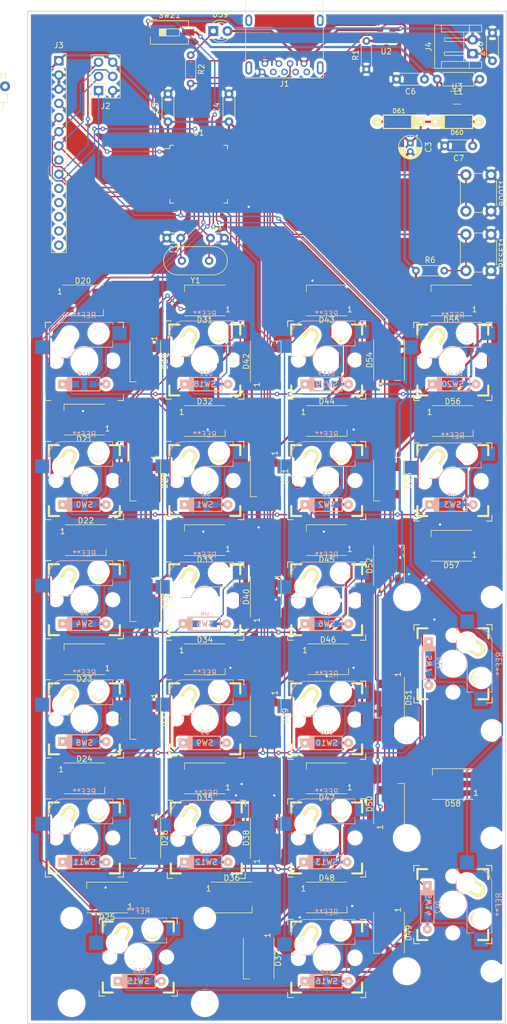
<source format=kicad_pcb>
(kicad_pcb (version 20171130) (host pcbnew "(5.1.6)-1")
  (layers (0 F.Cu signal hide) (31 B.Cu signal hide) (34 B.Paste user) (35 F.Paste user) (36 B.SilkS user) (37 F.SilkS user) (38 B.Mask user) (39 F.Mask user) (44 Edge.Cuts user))
  (net 0 "")
  (net 1 row0)
  (net 2 "Net-(D1-Pad2)")
  (net 3 row1)
  (net 4 "Net-(D2-Pad2)")
  (net 5 row2)
  (net 6 "Net-(D3-Pad2)")
  (net 7 "Net-(D4-Pad2)")
  (net 8 row3)
  (net 9 row4)
  (net 10 "Net-(D5-Pad2)")
  (net 11 "Net-(D6-Pad2)")
  (net 12 "Net-(D7-Pad2)")
  (net 13 "Net-(D8-Pad2)")
  (net 14 "Net-(D9-Pad2)")
  (net 15 "Net-(D10-Pad2)")
  (net 16 "Net-(D11-Pad2)")
  (net 17 "Net-(D12-Pad2)")
  (net 18 "Net-(D13-Pad2)")
  (net 19 "Net-(D14-Pad2)")
  (net 20 "Net-(D15-Pad2)")
  (net 21 "Net-(D16-Pad2)")
  (net 22 "Net-(D17-Pad2)")
  (net 23 col0)
  (net 24 col1)
  (net 25 col2)
  (net 26 col3)
  (net 27 xtal1)
  (net 28 GND)
  (net 29 xtal2)
  (net 30 +5V)
  (net 31 D-)
  (net 32 D+)
  (net 33 boot1)
  (net 34 "Net-(D20-Pad2)")
  (net 35 LEDin)
  (net 36 "Net-(D21-Pad2)")
  (net 37 "Net-(D22-Pad2)")
  (net 38 "Net-(D23-Pad2)")
  (net 39 "Net-(D24-Pad2)")
  (net 40 "Net-(D25-Pad2)")
  (net 41 "Net-(D26-Pad2)")
  (net 42 "Net-(D27-Pad2)")
  (net 43 "Net-(D28-Pad2)")
  (net 44 "Net-(D29-Pad2)")
  (net 45 "Net-(D30-Pad2)")
  (net 46 "Net-(D31-Pad2)")
  (net 47 "Net-(D32-Pad2)")
  (net 48 "Net-(D33-Pad2)")
  (net 49 reset1)
  (net 50 LCD_RS)
  (net 51 "Net-(J3-Pad12)")
  (net 52 "Net-(J3-Pad13)")
  (net 53 "Net-(J3-Pad14)")
  (net 54 LCD_RST)
  (net 55 "Net-(U1-Pad6)")
  (net 56 "Net-(U1-Pad42)")
  (net 57 "Net-(D18-Pad2)")
  (net 58 "Net-(D19-Pad2)")
  (net 59 "Net-(D34-Pad2)")
  (net 60 "Net-(D35-Pad2)")
  (net 61 row5)
  (net 62 "Net-(D36-Pad2)")
  (net 63 "Net-(D37-Pad2)")
  (net 64 "Net-(D38-Pad2)")
  (net 65 "Net-(D39-Pad2)")
  (net 66 "Net-(D40-Pad2)")
  (net 67 "Net-(D41-Pad2)")
  (net 68 "Net-(D42-Pad2)")
  (net 69 "Net-(D43-Pad2)")
  (net 70 "Net-(D44-Pad2)")
  (net 71 "Net-(D45-Pad2)")
  (net 72 "Net-(D46-Pad2)")
  (net 73 "Net-(D47-Pad2)")
  (net 74 "Net-(D48-Pad2)")
  (net 75 "Net-(D49-Pad2)")
  (net 76 "Net-(D50-Pad2)")
  (net 77 "Net-(D51-Pad2)")
  (net 78 "Net-(D52-Pad2)")
  (net 79 "Net-(D53-Pad2)")
  (net 80 "Net-(D54-Pad2)")
  (net 81 "Net-(D55-Pad2)")
  (net 82 "Net-(D56-Pad2)")
  (net 83 "Net-(D57-Pad2)")
  (net 84 "Net-(D119-Pad2)")
  (net 85 "Net-(D120-Pad2)")
  (net 86 "Net-(LED1-Pad2)")
  (net 87 "Net-(D58-Pad2)")
  (net 88 LED_LCD)
  (net 89 "Net-(U1-Pad37)")
  (net 90 "Net-(U1-Pad38)")
  (net 91 "Net-(U1-Pad39)")
  (net 92 "Net-(J3-Pad11)")
  (net 93 "Net-(J3-Pad10)")
  (net 94 VBAT)
  (net 95 5VREG)
  (net 96 5VUSB)
  (net 97 "Net-(D59-Pad1)")
  (net 98 SCK)
  (net 99 MOSI)
  (net 100 MISO)
  (net 101 "Net-(L1-Pad1)")
  (net 102 "Net-(R1-Pad2)")
  (net 103 Bat_STAT)
  (net 104 "Net-(U1-Pad31)")
  (net 105 "Net-(U1-Pad32)")
  (net 106 "Net-(C6-Pad1)")
  (net 107 "Net-(U1-Pad8)")
  (module keebs:Mx_Alps_100 (layer F.Cu) (at 62.790493 112.320493)
    (fp_text reference SW0 (at 0 4.318) (layer B.SilkS) (effects (font (thickness 0.2)) (justify mirror)))
    (fp_text value KEYSW hide)
    (pad 2 thru_hole oval (at 2.52 -4.79 356.1) (size 2.5 3.08) (drill oval 1.5 2.08) (layers *.Cu *.Mask F.SilkS) (net 2 "Net-(D1-Pad2)"))
    (pad 1 thru_hole oval (at -3.255 -3.52 327.5) (size 2.5 4.75) (drill oval 1.5 3.75) (layers *.Cu *.Mask F.SilkS) (net 23 col0))
    (pad HOLE np_thru_hole circle (at 5.08 0) (size 1.7018 1.7018) (drill 1.7018) (layers *.Cu))
    (pad HOLE np_thru_hole circle (at -5.08 0) (size 1.7018 1.7018) (drill 1.7018) (layers *.Cu))
    (pad HOLE np_thru_hole circle (at 0 0) (size 3.9878 3.9878) (drill 3.9878) (layers *.Cu))
  )
  (module Crystal:Crystal_HC49-4H_Vertical (layer F.Cu) (at 85.142493 72.950493 180)
    (fp_text reference Y1 (at 2.44 -3.525) (layer F.SilkS))
    (fp_text value Crystal)
    (pad 1 thru_hole circle (at 0 0 180) (size 1.5 1.5) (drill 0.8) (layers *.Cu *.Mask) (net 27 xtal1))
    (pad 2 thru_hole circle (at 4.88 0 180) (size 1.5 1.5) (drill 0.8) (layers *.Cu *.Mask) (net 29 xtal2))
  )
  (module keyswitches:Kailh_socket_MX (layer F.Cu) (at 62.790493 90.984493)
    (fp_text reference REF** (at 0 -8.255) (layer B.SilkS) (effects (justify mirror)))
    (fp_text value Kailh_socket_MX)
    (pad 2 smd rect (at -7.56 -2.54) (size 2.55 2.5) (layers B.Cu B.Paste B.Mask) (net 23 col0))
    (pad "" np_thru_hole circle (at -5.08 0) (size 1.7018 1.7018) (drill 1.7018) (layers *.Cu *.Mask))
    (pad "" np_thru_hole circle (at 5.08 0) (size 1.7018 1.7018) (drill 1.7018) (layers *.Cu *.Mask))
    (pad "" np_thru_hole circle (at 0 0) (size 3.9878 3.9878) (drill 3.9878) (layers *.Cu *.Mask))
    (pad "" np_thru_hole circle (at -3.81 -2.54) (size 3 3) (drill 3) (layers *.Cu *.Mask))
    (pad "" np_thru_hole circle (at 2.54 -5.08) (size 3 3) (drill 3) (layers *.Cu *.Mask))
    (pad 1 smd rect (at 6.29 -5.08) (size 2.55 2.5) (layers B.Cu B.Paste B.Mask) (net 57 "Net-(D18-Pad2)"))
  )
  (module Connector_PinSocket_2.54mm:PinSocket_2x03_P2.54mm_Vertical (layer F.Cu) (at 65.330493 42.470493 180)
    (fp_text reference J2 (at -1.27 -2.77) (layer F.SilkS))
    (fp_text value "ISP 2x3")
    (pad 1 thru_hole rect (at 0 0 180) (size 1.7 1.7) (drill 1) (layers *.Cu *.Mask) (net 49 reset1))
    (pad 2 thru_hole oval (at -2.54 0 180) (size 1.7 1.7) (drill 1) (layers *.Cu *.Mask) (net 28 GND))
    (pad 3 thru_hole oval (at 0 2.54 180) (size 1.7 1.7) (drill 1) (layers *.Cu *.Mask) (net 98 SCK))
    (pad 4 thru_hole oval (at -2.54 2.54 180) (size 1.7 1.7) (drill 1) (layers *.Cu *.Mask) (net 99 MOSI))
    (pad 5 thru_hole oval (at 0 5.08 180) (size 1.7 1.7) (drill 1) (layers *.Cu *.Mask) (net 100 MISO))
    (pad 6 thru_hole oval (at -2.54 5.08 180) (size 1.7 1.7) (drill 1) (layers *.Cu *.Mask) (net 30 +5V))
  )
  (module Button_Switch_SMD:SW_DIP_SPSTx01_Slide_6.7x4.1mm_W6.73mm_P2.54mm_LowProfile_JPin (layer F.Cu) (at 78.030493 32.056493)
    (fp_text reference SW21 (at 0 -3.11) (layer F.SilkS))
    (fp_text value ON)
    (pad 2 smd rect (at 3.365 0) (size 2.16 1.12) (layers F.Cu F.Paste F.Mask) (net 106 "Net-(C6-Pad1)"))
    (pad 1 smd rect (at -3.365 0) (size 2.16 1.12) (layers F.Cu F.Paste F.Mask) (net 94 VBAT))
  )
  (module Package_TO_SOT_SMD:SOT-363_SC-70-6 (layer F.Cu) (at 129.592493 43.740493)
    (fp_text reference U3 (at 0 -2) (layer F.SilkS))
    (fp_text value LTC3525-5)
    (pad 6 smd rect (at 0.95 -0.65) (size 0.65 0.4) (layers F.Cu F.Paste F.Mask) (net 101 "Net-(L1-Pad1)"))
    (pad 4 smd rect (at 0.95 0.65) (size 0.65 0.4) (layers F.Cu F.Paste F.Mask) (net 95 5VREG))
    (pad 2 smd rect (at -0.95 0) (size 0.65 0.4) (layers F.Cu F.Paste F.Mask) (net 28 GND))
    (pad 5 smd rect (at 0.95 0) (size 0.65 0.4) (layers F.Cu F.Paste F.Mask) (net 28 GND))
    (pad 3 smd rect (at -0.95 0.65) (size 0.65 0.4) (layers F.Cu F.Paste F.Mask) (net 106 "Net-(C6-Pad1)"))
    (pad 1 smd rect (at -0.95 -0.65) (size 0.65 0.4) (layers F.Cu F.Paste F.Mask) (net 106 "Net-(C6-Pad1)"))
  )
  (module Package_TO_SOT_SMD:SOT-23-5 (layer F.Cu) (at 116.892493 32.564493 180)
    (fp_text reference U2 (at 0 -2.9) (layer F.SilkS))
    (fp_text value MCP73831-2-OT)
    (pad 5 smd rect (at 1.1 -0.95 180) (size 1.06 0.65) (layers F.Cu F.Paste F.Mask) (net 102 "Net-(R1-Pad2)"))
    (pad 4 smd rect (at 1.1 0.95 180) (size 1.06 0.65) (layers F.Cu F.Paste F.Mask) (net 96 5VUSB))
    (pad 3 smd rect (at -1.1 0.95 180) (size 1.06 0.65) (layers F.Cu F.Paste F.Mask) (net 94 VBAT))
    (pad 2 smd rect (at -1.1 0 180) (size 1.06 0.65) (layers F.Cu F.Paste F.Mask) (net 28 GND))
    (pad 1 smd rect (at -1.1 -0.95 180) (size 1.06 0.65) (layers F.Cu F.Paste F.Mask) (net 103 Bat_STAT))
  )
  (module Resistor_THT:R_Axial_DIN0204_L3.6mm_D1.6mm_P5.08mm_Horizontal (layer F.Cu) (at 81.840493 36.120493 270)
    (fp_text reference R2 (at 2.54 -1.92 90) (layer F.SilkS))
    (fp_text value 1K)
    (pad 2 thru_hole oval (at 5.08 0 270) (size 1.4 1.4) (drill 0.7) (layers *.Cu *.Mask) (net 103 Bat_STAT))
    (pad 1 thru_hole circle (at 0 0 270) (size 1.4 1.4) (drill 0.7) (layers *.Cu *.Mask) (net 97 "Net-(D59-Pad1)"))
  )
  (module Resistor_THT:R_Axial_DIN0204_L3.6mm_D1.6mm_P5.08mm_Horizontal (layer F.Cu) (at 113.336493 38.660493 90)
    (fp_text reference R1 (at 2.54 -1.92 90) (layer F.SilkS))
    (fp_text value 10K)
    (pad 2 thru_hole oval (at 5.08 0 90) (size 1.4 1.4) (drill 0.7) (layers *.Cu *.Mask) (net 102 "Net-(R1-Pad2)"))
    (pad 1 thru_hole circle (at 0 0 90) (size 1.4 1.4) (drill 0.7) (layers *.Cu *.Mask) (net 28 GND))
  )
  (module Inductor_THT:L_Axial_L5.3mm_D2.2mm_P7.62mm_Horizontal_Vishay_IM-1 (layer F.Cu) (at 133.656493 40.438493 180)
    (fp_text reference L1 (at 3.81 -2.22) (layer F.SilkS))
    (fp_text value 10u)
    (pad 2 thru_hole oval (at 7.62 0 180) (size 1.6 1.6) (drill 0.8) (layers *.Cu *.Mask) (net 106 "Net-(C6-Pad1)"))
    (pad 1 thru_hole circle (at 0 0 180) (size 1.6 1.6) (drill 0.8) (layers *.Cu *.Mask) (net 101 "Net-(L1-Pad1)"))
  )
  (module Connector_JST:JST_EH_S2B-EH_1x02_P2.50mm_Horizontal (layer F.Cu) (at 132.386493 35.866493 90)
    (fp_text reference J4 (at 1.25 -7.9 90) (layer F.SilkS))
    (fp_text value "3.7V Bat 1x2")
    (pad 2 thru_hole oval (at 2.5 0 90) (size 1.7 2) (drill 1) (layers *.Cu *.Mask) (net 28 GND))
    (pad 1 thru_hole roundrect (at 0 0 90) (size 1.7 2) (drill 1) (layers *.Cu *.Mask) (roundrect_rratio 0.147059) (net 94 VBAT))
  )
  (module keyboard_parts:D_SOD123_axial (layer F.Cu) (at 119.178493 48.058493 180)
    (fp_text reference D61 (at 0 1.925) (layer F.SilkS) (effects (font (size 0.8 0.8))))
    (fp_text value 1N5820 hide)
    (pad 2 smd rect (at 2.7 0 180) (size 2.5 0.5) (layers F.Cu) (net 96 5VUSB))
    (pad 1 smd rect (at -2.7 0 180) (size 2.5 0.5) (layers F.Cu) (net 30 +5V))
    (pad 2 thru_hole circle (at 3.9 0 180) (size 1.6 1.6) (drill 0.7) (layers *.Cu *.Mask F.SilkS) (net 96 5VUSB))
    (pad 1 thru_hole rect (at -3.9 0 180) (size 1.6 1.6) (drill 0.7) (layers *.Cu *.Mask F.SilkS) (net 30 +5V))
    (pad 1 smd rect (at -1.575 0 180) (size 1.2 1.2) (layers F.Cu F.Paste F.Mask) (net 30 +5V))
    (pad 2 smd rect (at 1.575 0 180) (size 1.2 1.2) (layers F.Cu F.Paste F.Mask) (net 96 5VUSB))
  )
  (module keyboard_parts:D_SOD123_axial (layer F.Cu) (at 129.592493 48.058493)
    (fp_text reference D60 (at 0 1.925) (layer F.SilkS) (effects (font (size 0.8 0.8))))
    (fp_text value 1N5820 hide)
    (pad 2 smd rect (at 2.7 0) (size 2.5 0.5) (layers F.Cu) (net 95 5VREG))
    (pad 1 smd rect (at -2.7 0) (size 2.5 0.5) (layers F.Cu) (net 30 +5V))
    (pad 2 thru_hole circle (at 3.9 0) (size 1.6 1.6) (drill 0.7) (layers *.Cu *.Mask F.SilkS) (net 95 5VREG))
    (pad 1 thru_hole rect (at -3.9 0) (size 1.6 1.6) (drill 0.7) (layers *.Cu *.Mask F.SilkS) (net 30 +5V))
    (pad 1 smd rect (at -1.575 0) (size 1.2 1.2) (layers F.Cu F.Paste F.Mask) (net 30 +5V))
    (pad 2 smd rect (at 1.575 0) (size 1.2 1.2) (layers F.Cu F.Paste F.Mask) (net 95 5VREG))
  )
  (module LED_THT:LED_D3.0mm (layer F.Cu) (at 85.904493 31.802493)
    (fp_text reference D59 (at 1.27 -2.96) (layer F.SilkS))
    (fp_text value "LED (red)")
    (pad 2 thru_hole circle (at 2.54 0) (size 1.8 1.8) (drill 0.9) (layers *.Cu *.Mask) (net 96 5VUSB))
    (pad 1 thru_hole rect (at 0 0) (size 1.8 1.8) (drill 0.9) (layers *.Cu *.Mask) (net 97 "Net-(D59-Pad1)"))
  )
  (module Capacitor_THT:C_Disc_D4.3mm_W1.9mm_P5.00mm (layer F.Cu) (at 135.942493 37.136493 90)
    (fp_text reference C8 (at 2.5 -2.2 90) (layer F.SilkS))
    (fp_text value 4.7u)
    (pad 2 thru_hole circle (at 5 0 90) (size 1.6 1.6) (drill 0.8) (layers *.Cu *.Mask) (net 28 GND))
    (pad 1 thru_hole circle (at 0 0 90) (size 1.6 1.6) (drill 0.8) (layers *.Cu *.Mask) (net 94 VBAT))
  )
  (module Capacitor_THT:C_Disc_D4.3mm_W1.9mm_P5.00mm (layer F.Cu) (at 132.386493 52.376493 180)
    (fp_text reference C7 (at 2.5 -2.2) (layer F.SilkS))
    (fp_text value "22uF / 6.3V")
    (pad 2 thru_hole circle (at 5 0 180) (size 1.6 1.6) (drill 0.8) (layers *.Cu *.Mask) (net 28 GND))
    (pad 1 thru_hole circle (at 0 0 180) (size 1.6 1.6) (drill 0.8) (layers *.Cu *.Mask) (net 95 5VREG))
  )
  (module Capacitor_THT:C_Disc_D4.3mm_W1.9mm_P5.00mm (layer F.Cu) (at 123.750493 40.438493 180)
    (fp_text reference C6 (at 2.5 -2.2) (layer F.SilkS))
    (fp_text value 1u)
    (pad 2 thru_hole circle (at 5 0 180) (size 1.6 1.6) (drill 0.8) (layers *.Cu *.Mask) (net 28 GND))
    (pad 1 thru_hole circle (at 0 0 180) (size 1.6 1.6) (drill 0.8) (layers *.Cu *.Mask) (net 106 "Net-(C6-Pad1)"))
  )
  (module Resistor_THT:R_Axial_DIN0204_L3.6mm_D1.6mm_P5.08mm_Horizontal (layer F.Cu) (at 37.696493 41.508493)
    (fp_text reference R7 (at 2.54 -1.92) (layer F.SilkS))
    (fp_text value 1.5K)
    (pad 2 thru_hole oval (at 5.08 0) (size 1.4 1.4) (drill 0.7) (layers *.Cu *.Mask) (net 30 +5V))
    (pad 1 thru_hole circle (at 0 0) (size 1.4 1.4) (drill 0.7) (layers *.Cu *.Mask) (net 86 "Net-(LED1-Pad2)"))
  )
  (module LED_THT:LED_D1.8mm_W1.8mm_H2.4mm_Horizontal_O1.27mm_Z1.6mm (layer F.Cu) (at 46.026493 41.708493)
    (fp_text reference LED1 (at 1.27 -1.96) (layer F.SilkS))
    (fp_text value POWER)
    (pad 2 thru_hole circle (at 2.54 0) (size 1.8 1.8) (drill 0.9) (layers *.Cu *.Mask) (net 86 "Net-(LED1-Pad2)"))
    (pad 1 thru_hole rect (at 0 0) (size 1.8 1.8) (drill 0.9) (layers *.Cu *.Mask) (net 28 GND))
  )
  (module keyswitches:Kailh_socket_MX (layer F.Cu) (at 128.830493 112.574493)
    (fp_text reference REF** (at 0 -8.255) (layer B.SilkS) (effects (justify mirror)))
    (fp_text value Kailh_socket_MX)
    (pad 2 smd rect (at -7.56 -2.54) (size 2.55 2.5) (layers B.Cu B.Paste B.Mask) (net 26 col3))
    (pad "" np_thru_hole circle (at -5.08 0) (size 1.7018 1.7018) (drill 1.7018) (layers *.Cu *.Mask))
    (pad "" np_thru_hole circle (at 5.08 0) (size 1.7018 1.7018) (drill 1.7018) (layers *.Cu *.Mask))
    (pad "" np_thru_hole circle (at 0 0) (size 3.9878 3.9878) (drill 3.9878) (layers *.Cu *.Mask))
    (pad "" np_thru_hole circle (at -3.81 -2.54) (size 3 3) (drill 3) (layers *.Cu *.Mask))
    (pad "" np_thru_hole circle (at 2.54 -5.08) (size 3 3) (drill 3) (layers *.Cu *.Mask))
    (pad 1 smd rect (at 6.29 -5.08) (size 2.55 2.5) (layers B.Cu B.Paste B.Mask) (net 7 "Net-(D4-Pad2)"))
  )
  (module keyswitches:Kailh_socket_MX (layer F.Cu) (at 128.866493 145.133493 270)
    (fp_text reference REF** (at 0 -8.255 90) (layer B.SilkS) (effects (justify mirror)))
    (fp_text value Kailh_socket_MX)
    (pad 2 smd rect (at -7.56 -2.54 270) (size 2.55 2.5) (layers B.Cu B.Paste B.Mask) (net 26 col3))
    (pad "" np_thru_hole circle (at -5.08 0 270) (size 1.7018 1.7018) (drill 1.7018) (layers *.Cu *.Mask))
    (pad "" np_thru_hole circle (at 5.08 0 270) (size 1.7018 1.7018) (drill 1.7018) (layers *.Cu *.Mask))
    (pad "" np_thru_hole circle (at 0 0 270) (size 3.9878 3.9878) (drill 3.9878) (layers *.Cu *.Mask))
    (pad "" np_thru_hole circle (at -3.81 -2.54 270) (size 3 3) (drill 3) (layers *.Cu *.Mask))
    (pad "" np_thru_hole circle (at 2.54 -5.08 270) (size 3 3) (drill 3) (layers *.Cu *.Mask))
    (pad 1 smd rect (at 6.29 -5.08 270) (size 2.55 2.5) (layers B.Cu B.Paste B.Mask) (net 16 "Net-(D11-Pad2)"))
  )
  (module keyswitches:Kailh_socket_MX (layer F.Cu) (at 128.830493 188.266493 270)
    (fp_text reference REF** (at 0 -8.255 90) (layer B.SilkS) (effects (justify mirror)))
    (fp_text value Kailh_socket_MX)
    (pad 2 smd rect (at -7.56 -2.54 270) (size 2.55 2.5) (layers B.Cu B.Paste B.Mask) (net 26 col3))
    (pad "" np_thru_hole circle (at -5.08 0 270) (size 1.7018 1.7018) (drill 1.7018) (layers *.Cu *.Mask))
    (pad "" np_thru_hole circle (at 5.08 0 270) (size 1.7018 1.7018) (drill 1.7018) (layers *.Cu *.Mask))
    (pad "" np_thru_hole circle (at 0 0 270) (size 3.9878 3.9878) (drill 3.9878) (layers *.Cu *.Mask))
    (pad "" np_thru_hole circle (at -3.81 -2.54 270) (size 3 3) (drill 3) (layers *.Cu *.Mask))
    (pad "" np_thru_hole circle (at 2.54 -5.08 270) (size 3 3) (drill 3) (layers *.Cu *.Mask))
    (pad 1 smd rect (at 6.29 -5.08 270) (size 2.55 2.5) (layers B.Cu B.Paste B.Mask) (net 22 "Net-(D17-Pad2)"))
  )
  (module keyswitches:Kailh_socket_MX (layer F.Cu) (at 106.224493 197.918493)
    (fp_text reference REF** (at 0 -8.255) (layer B.SilkS) (effects (justify mirror)))
    (fp_text value Kailh_socket_MX)
    (pad 2 smd rect (at -7.56 -2.54) (size 2.55 2.5) (layers B.Cu B.Paste B.Mask) (net 25 col2))
    (pad "" np_thru_hole circle (at -5.08 0) (size 1.7018 1.7018) (drill 1.7018) (layers *.Cu *.Mask))
    (pad "" np_thru_hole circle (at 5.08 0) (size 1.7018 1.7018) (drill 1.7018) (layers *.Cu *.Mask))
    (pad "" np_thru_hole circle (at 0 0) (size 3.9878 3.9878) (drill 3.9878) (layers *.Cu *.Mask))
    (pad "" np_thru_hole circle (at -3.81 -2.54) (size 3 3) (drill 3) (layers *.Cu *.Mask))
    (pad "" np_thru_hole circle (at 2.54 -5.08) (size 3 3) (drill 3) (layers *.Cu *.Mask))
    (pad 1 smd rect (at 6.29 -5.08) (size 2.55 2.5) (layers B.Cu B.Paste B.Mask) (net 21 "Net-(D16-Pad2)"))
  )
  (module keyswitches:Kailh_socket_MX (layer F.Cu) (at 106.224493 155.246493)
    (fp_text reference REF** (at 0 -8.255) (layer B.SilkS) (effects (justify mirror)))
    (fp_text value Kailh_socket_MX)
    (pad 2 smd rect (at -7.56 -2.54) (size 2.55 2.5) (layers B.Cu B.Paste B.Mask) (net 25 col2))
    (pad "" np_thru_hole circle (at -5.08 0) (size 1.7018 1.7018) (drill 1.7018) (layers *.Cu *.Mask))
    (pad "" np_thru_hole circle (at 5.08 0) (size 1.7018 1.7018) (drill 1.7018) (layers *.Cu *.Mask))
    (pad "" np_thru_hole circle (at 0 0) (size 3.9878 3.9878) (drill 3.9878) (layers *.Cu *.Mask))
    (pad "" np_thru_hole circle (at -3.81 -2.54) (size 3 3) (drill 3) (layers *.Cu *.Mask))
    (pad "" np_thru_hole circle (at 2.54 -5.08) (size 3 3) (drill 3) (layers *.Cu *.Mask))
    (pad 1 smd rect (at 6.29 -5.08) (size 2.55 2.5) (layers B.Cu B.Paste B.Mask) (net 15 "Net-(D10-Pad2)"))
  )
  (module keyswitches:Kailh_socket_MX (layer F.Cu) (at 106.224493 133.910493)
    (fp_text reference REF** (at 0 -8.255) (layer B.SilkS) (effects (justify mirror)))
    (fp_text value Kailh_socket_MX)
    (pad 2 smd rect (at -7.56 -2.54) (size 2.55 2.5) (layers B.Cu B.Paste B.Mask) (net 25 col2))
    (pad "" np_thru_hole circle (at -5.08 0) (size 1.7018 1.7018) (drill 1.7018) (layers *.Cu *.Mask))
    (pad "" np_thru_hole circle (at 5.08 0) (size 1.7018 1.7018) (drill 1.7018) (layers *.Cu *.Mask))
    (pad "" np_thru_hole circle (at 0 0) (size 3.9878 3.9878) (drill 3.9878) (layers *.Cu *.Mask))
    (pad "" np_thru_hole circle (at -3.81 -2.54) (size 3 3) (drill 3) (layers *.Cu *.Mask))
    (pad "" np_thru_hole circle (at 2.54 -5.08) (size 3 3) (drill 3) (layers *.Cu *.Mask))
    (pad 1 smd rect (at 6.29 -5.08) (size 2.55 2.5) (layers B.Cu B.Paste B.Mask) (net 12 "Net-(D7-Pad2)"))
  )
  (module keyswitches:Kailh_socket_MX (layer F.Cu) (at 106.224493 112.320493)
    (fp_text reference REF** (at 0 -8.255) (layer B.SilkS) (effects (justify mirror)))
    (fp_text value Kailh_socket_MX)
    (pad 2 smd rect (at -7.56 -2.54) (size 2.55 2.5) (layers B.Cu B.Paste B.Mask) (net 25 col2))
    (pad "" np_thru_hole circle (at -5.08 0) (size 1.7018 1.7018) (drill 1.7018) (layers *.Cu *.Mask))
    (pad "" np_thru_hole circle (at 5.08 0) (size 1.7018 1.7018) (drill 1.7018) (layers *.Cu *.Mask))
    (pad "" np_thru_hole circle (at 0 0) (size 3.9878 3.9878) (drill 3.9878) (layers *.Cu *.Mask))
    (pad "" np_thru_hole circle (at -3.81 -2.54) (size 3 3) (drill 3) (layers *.Cu *.Mask))
    (pad "" np_thru_hole circle (at 2.54 -5.08) (size 3 3) (drill 3) (layers *.Cu *.Mask))
    (pad 1 smd rect (at 6.29 -5.08) (size 2.55 2.5) (layers B.Cu B.Paste B.Mask) (net 6 "Net-(D3-Pad2)"))
  )
  (module keyswitches:Kailh_socket_MX (layer F.Cu) (at 106.224493 90.730493)
    (fp_text reference REF** (at 0 -8.255) (layer B.SilkS) (effects (justify mirror)))
    (fp_text value Kailh_socket_MX)
    (pad 2 smd rect (at -7.56 -2.54) (size 2.55 2.5) (layers B.Cu B.Paste B.Mask) (net 25 col2))
    (pad "" np_thru_hole circle (at -5.08 0) (size 1.7018 1.7018) (drill 1.7018) (layers *.Cu *.Mask))
    (pad "" np_thru_hole circle (at 5.08 0) (size 1.7018 1.7018) (drill 1.7018) (layers *.Cu *.Mask))
    (pad "" np_thru_hole circle (at 0 0) (size 3.9878 3.9878) (drill 3.9878) (layers *.Cu *.Mask))
    (pad "" np_thru_hole circle (at -3.81 -2.54) (size 3 3) (drill 3) (layers *.Cu *.Mask))
    (pad "" np_thru_hole circle (at 2.54 -5.08) (size 3 3) (drill 3) (layers *.Cu *.Mask))
    (pad 1 smd rect (at 6.29 -5.08) (size 2.55 2.5) (layers B.Cu B.Paste B.Mask) (net 84 "Net-(D119-Pad2)"))
  )
  (module Connector_PinSocket_2.54mm:PinSocket_1x14_P2.54mm_Vertical (layer F.Cu) (at 58.218493 37.136493)
    (fp_text reference J3 (at 0 -2.77) (layer F.SilkS))
    (fp_text value "LCD Header 1x14")
    (pad 14 thru_hole oval (at 0 33.02) (size 1.7 1.7) (drill 1) (layers *.Cu *.Mask) (net 53 "Net-(J3-Pad14)"))
    (pad 13 thru_hole oval (at 0 30.48) (size 1.7 1.7) (drill 1) (layers *.Cu *.Mask) (net 52 "Net-(J3-Pad13)"))
    (pad 12 thru_hole oval (at 0 27.94) (size 1.7 1.7) (drill 1) (layers *.Cu *.Mask) (net 51 "Net-(J3-Pad12)"))
    (pad 11 thru_hole oval (at 0 25.4) (size 1.7 1.7) (drill 1) (layers *.Cu *.Mask) (net 92 "Net-(J3-Pad11)"))
    (pad 10 thru_hole oval (at 0 22.86) (size 1.7 1.7) (drill 1) (layers *.Cu *.Mask) (net 93 "Net-(J3-Pad10)"))
    (pad 9 thru_hole oval (at 0 20.32) (size 1.7 1.7) (drill 1) (layers *.Cu *.Mask) (net 100 MISO))
    (pad 8 thru_hole oval (at 0 17.78) (size 1.7 1.7) (drill 1) (layers *.Cu *.Mask) (net 88 LED_LCD))
    (pad 7 thru_hole oval (at 0 15.24) (size 1.7 1.7) (drill 1) (layers *.Cu *.Mask) (net 98 SCK))
    (pad 6 thru_hole oval (at 0 12.7) (size 1.7 1.7) (drill 1) (layers *.Cu *.Mask) (net 99 MOSI))
    (pad 5 thru_hole oval (at 0 10.16) (size 1.7 1.7) (drill 1) (layers *.Cu *.Mask) (net 50 LCD_RS))
    (pad 4 thru_hole oval (at 0 7.62) (size 1.7 1.7) (drill 1) (layers *.Cu *.Mask) (net 54 LCD_RST))
    (pad 3 thru_hole oval (at 0 5.08) (size 1.7 1.7) (drill 1) (layers *.Cu *.Mask) (net 28 GND))
    (pad 2 thru_hole oval (at 0 2.54) (size 1.7 1.7) (drill 1) (layers *.Cu *.Mask) (net 28 GND))
    (pad 1 thru_hole rect (at 0 0) (size 1.7 1.7) (drill 1) (layers *.Cu *.Mask) (net 30 +5V))
  )
  (module LED_SMD:LED_WS2812B_PLCC4_5.0x5.0mm_P3.2mm (layer F.Cu) (at 128.830493 166.676493 180)
    (fp_text reference D58 (at 0 -3.5) (layer F.SilkS))
    (fp_text value WS2812B)
    (fp_text user 1 (at -4.15 -1.6) (layer F.SilkS))
    (pad 1 smd rect (at -2.45 -1.6 180) (size 1.5 1) (layers F.Cu F.Paste F.Mask) (net 30 +5V))
    (pad 2 smd rect (at -2.45 1.6 180) (size 1.5 1) (layers F.Cu F.Paste F.Mask) (net 87 "Net-(D58-Pad2)"))
    (pad 4 smd rect (at 2.45 -1.6 180) (size 1.5 1) (layers F.Cu F.Paste F.Mask) (net 83 "Net-(D57-Pad2)"))
    (pad 3 smd rect (at 2.45 1.6 180) (size 1.5 1) (layers F.Cu F.Paste F.Mask) (net 28 GND))
  )
  (module keyswitches:Kailh_socket_MX (layer F.Cu) (at 84.634493 176.582493)
    (fp_text reference REF** (at 0 -8.255) (layer B.SilkS) (effects (justify mirror)))
    (fp_text value Kailh_socket_MX)
    (pad 2 smd rect (at -7.56 -2.54) (size 2.55 2.5) (layers B.Cu B.Paste B.Mask) (net 24 col1))
    (pad "" np_thru_hole circle (at -5.08 0) (size 1.7018 1.7018) (drill 1.7018) (layers *.Cu *.Mask))
    (pad "" np_thru_hole circle (at 5.08 0) (size 1.7018 1.7018) (drill 1.7018) (layers *.Cu *.Mask))
    (pad "" np_thru_hole circle (at 0 0) (size 3.9878 3.9878) (drill 3.9878) (layers *.Cu *.Mask))
    (pad "" np_thru_hole circle (at -3.81 -2.54) (size 3 3) (drill 3) (layers *.Cu *.Mask))
    (pad "" np_thru_hole circle (at 2.54 -5.08) (size 3 3) (drill 3) (layers *.Cu *.Mask))
    (pad 1 smd rect (at 6.29 -5.08) (size 2.55 2.5) (layers B.Cu B.Paste B.Mask) (net 18 "Net-(D13-Pad2)"))
  )
  (module keyswitches:Kailh_socket_MX (layer F.Cu) (at 84.380493 154.992493)
    (fp_text reference REF** (at 0 -8.255) (layer B.SilkS) (effects (justify mirror)))
    (fp_text value Kailh_socket_MX)
    (pad 2 smd rect (at -7.56 -2.54) (size 2.55 2.5) (layers B.Cu B.Paste B.Mask) (net 24 col1))
    (pad "" np_thru_hole circle (at -5.08 0) (size 1.7018 1.7018) (drill 1.7018) (layers *.Cu *.Mask))
    (pad "" np_thru_hole circle (at 5.08 0) (size 1.7018 1.7018) (drill 1.7018) (layers *.Cu *.Mask))
    (pad "" np_thru_hole circle (at 0 0) (size 3.9878 3.9878) (drill 3.9878) (layers *.Cu *.Mask))
    (pad "" np_thru_hole circle (at -3.81 -2.54) (size 3 3) (drill 3) (layers *.Cu *.Mask))
    (pad "" np_thru_hole circle (at 2.54 -5.08) (size 3 3) (drill 3) (layers *.Cu *.Mask))
    (pad 1 smd rect (at 6.29 -5.08) (size 2.55 2.5) (layers B.Cu B.Paste B.Mask) (net 14 "Net-(D9-Pad2)"))
  )
  (module keyswitches:Kailh_socket_MX (layer F.Cu) (at 84.380493 133.910493)
    (fp_text reference REF** (at 0 -8.255) (layer B.SilkS) (effects (justify mirror)))
    (fp_text value Kailh_socket_MX)
    (pad 2 smd rect (at -7.56 -2.54) (size 2.55 2.5) (layers B.Cu B.Paste B.Mask) (net 24 col1))
    (pad "" np_thru_hole circle (at -5.08 0) (size 1.7018 1.7018) (drill 1.7018) (layers *.Cu *.Mask))
    (pad "" np_thru_hole circle (at 5.08 0) (size 1.7018 1.7018) (drill 1.7018) (layers *.Cu *.Mask))
    (pad "" np_thru_hole circle (at 0 0) (size 3.9878 3.9878) (drill 3.9878) (layers *.Cu *.Mask))
    (pad "" np_thru_hole circle (at -3.81 -2.54) (size 3 3) (drill 3) (layers *.Cu *.Mask))
    (pad "" np_thru_hole circle (at 2.54 -5.08) (size 3 3) (drill 3) (layers *.Cu *.Mask))
    (pad 1 smd rect (at 6.29 -5.08) (size 2.55 2.5) (layers B.Cu B.Paste B.Mask) (net 11 "Net-(D6-Pad2)"))
  )
  (module keyswitches:Kailh_socket_MX (layer F.Cu) (at 84.380493 112.320493)
    (fp_text reference REF** (at 0 -8.255) (layer B.SilkS) (effects (justify mirror)))
    (fp_text value Kailh_socket_MX)
    (pad 2 smd rect (at -7.56 -2.54) (size 2.55 2.5) (layers B.Cu B.Paste B.Mask) (net 24 col1))
    (pad "" np_thru_hole circle (at -5.08 0) (size 1.7018 1.7018) (drill 1.7018) (layers *.Cu *.Mask))
    (pad "" np_thru_hole circle (at 5.08 0) (size 1.7018 1.7018) (drill 1.7018) (layers *.Cu *.Mask))
    (pad "" np_thru_hole circle (at 0 0) (size 3.9878 3.9878) (drill 3.9878) (layers *.Cu *.Mask))
    (pad "" np_thru_hole circle (at -3.81 -2.54) (size 3 3) (drill 3) (layers *.Cu *.Mask))
    (pad "" np_thru_hole circle (at 2.54 -5.08) (size 3 3) (drill 3) (layers *.Cu *.Mask))
    (pad 1 smd rect (at 6.29 -5.08) (size 2.55 2.5) (layers B.Cu B.Paste B.Mask) (net 4 "Net-(D2-Pad2)"))
  )
  (module keyswitches:Kailh_socket_MX (layer F.Cu) (at 62.790493 176.328493)
    (fp_text reference REF** (at 0 -8.255) (layer B.SilkS) (effects (justify mirror)))
    (fp_text value Kailh_socket_MX)
    (pad 2 smd rect (at -7.56 -2.54) (size 2.55 2.5) (layers B.Cu B.Paste B.Mask) (net 23 col0))
    (pad "" np_thru_hole circle (at -5.08 0) (size 1.7018 1.7018) (drill 1.7018) (layers *.Cu *.Mask))
    (pad "" np_thru_hole circle (at 5.08 0) (size 1.7018 1.7018) (drill 1.7018) (layers *.Cu *.Mask))
    (pad "" np_thru_hole circle (at 0 0) (size 3.9878 3.9878) (drill 3.9878) (layers *.Cu *.Mask))
    (pad "" np_thru_hole circle (at -3.81 -2.54) (size 3 3) (drill 3) (layers *.Cu *.Mask))
    (pad "" np_thru_hole circle (at 2.54 -5.08) (size 3 3) (drill 3) (layers *.Cu *.Mask))
    (pad 1 smd rect (at 6.29 -5.08) (size 2.55 2.5) (layers B.Cu B.Paste B.Mask) (net 17 "Net-(D12-Pad2)"))
  )
  (module keyswitches:Kailh_socket_MX (layer F.Cu) (at 72.442493 197.664493)
    (fp_text reference REF** (at 0 -8.255) (layer B.SilkS) (effects (justify mirror)))
    (fp_text value Kailh_socket_MX)
    (pad 2 smd rect (at -7.56 -2.54) (size 2.55 2.5) (layers B.Cu B.Paste B.Mask) (net 23 col0))
    (pad "" np_thru_hole circle (at -5.08 0) (size 1.7018 1.7018) (drill 1.7018) (layers *.Cu *.Mask))
    (pad "" np_thru_hole circle (at 5.08 0) (size 1.7018 1.7018) (drill 1.7018) (layers *.Cu *.Mask))
    (pad "" np_thru_hole circle (at 0 0) (size 3.9878 3.9878) (drill 3.9878) (layers *.Cu *.Mask))
    (pad "" np_thru_hole circle (at -3.81 -2.54) (size 3 3) (drill 3) (layers *.Cu *.Mask))
    (pad "" np_thru_hole circle (at 2.54 -5.08) (size 3 3) (drill 3) (layers *.Cu *.Mask))
    (pad 1 smd rect (at 6.29 -5.08) (size 2.55 2.5) (layers B.Cu B.Paste B.Mask) (net 20 "Net-(D15-Pad2)"))
  )
  (module keyswitches:Kailh_socket_MX (layer F.Cu) (at 106.224493 176.328493)
    (fp_text reference REF** (at 0 -8.255) (layer B.SilkS) (effects (justify mirror)))
    (fp_text value Kailh_socket_MX)
    (pad 2 smd rect (at -7.56 -2.54) (size 2.55 2.5) (layers B.Cu B.Paste B.Mask) (net 25 col2))
    (pad "" np_thru_hole circle (at -5.08 0) (size 1.7018 1.7018) (drill 1.7018) (layers *.Cu *.Mask))
    (pad "" np_thru_hole circle (at 5.08 0) (size 1.7018 1.7018) (drill 1.7018) (layers *.Cu *.Mask))
    (pad "" np_thru_hole circle (at 0 0) (size 3.9878 3.9878) (drill 3.9878) (layers *.Cu *.Mask))
    (pad "" np_thru_hole circle (at -3.81 -2.54) (size 3 3) (drill 3) (layers *.Cu *.Mask))
    (pad "" np_thru_hole circle (at 2.54 -5.08) (size 3 3) (drill 3) (layers *.Cu *.Mask))
    (pad 1 smd rect (at 6.29 -5.08) (size 2.55 2.5) (layers B.Cu B.Paste B.Mask) (net 19 "Net-(D14-Pad2)"))
  )
  (module keyswitches:Kailh_socket_MX (layer F.Cu) (at 62.790493 154.992493)
    (fp_text reference REF** (at 0 -8.255) (layer B.SilkS) (effects (justify mirror)))
    (fp_text value Kailh_socket_MX)
    (pad 2 smd rect (at -7.56 -2.54) (size 2.55 2.5) (layers B.Cu B.Paste B.Mask) (net 23 col0))
    (pad "" np_thru_hole circle (at -5.08 0) (size 1.7018 1.7018) (drill 1.7018) (layers *.Cu *.Mask))
    (pad "" np_thru_hole circle (at 5.08 0) (size 1.7018 1.7018) (drill 1.7018) (layers *.Cu *.Mask))
    (pad "" np_thru_hole circle (at 0 0) (size 3.9878 3.9878) (drill 3.9878) (layers *.Cu *.Mask))
    (pad "" np_thru_hole circle (at -3.81 -2.54) (size 3 3) (drill 3) (layers *.Cu *.Mask))
    (pad "" np_thru_hole circle (at 2.54 -5.08) (size 3 3) (drill 3) (layers *.Cu *.Mask))
    (pad 1 smd rect (at 6.29 -5.08) (size 2.55 2.5) (layers B.Cu B.Paste B.Mask) (net 13 "Net-(D8-Pad2)"))
  )
  (module keyswitches:Kailh_socket_MX (layer F.Cu) (at 62.790493 133.656493)
    (fp_text reference REF** (at 0 -8.255) (layer B.SilkS) (effects (justify mirror)))
    (fp_text value Kailh_socket_MX)
    (pad 2 smd rect (at -7.56 -2.54) (size 2.55 2.5) (layers B.Cu B.Paste B.Mask) (net 23 col0))
    (pad "" np_thru_hole circle (at -5.08 0) (size 1.7018 1.7018) (drill 1.7018) (layers *.Cu *.Mask))
    (pad "" np_thru_hole circle (at 5.08 0) (size 1.7018 1.7018) (drill 1.7018) (layers *.Cu *.Mask))
    (pad "" np_thru_hole circle (at 0 0) (size 3.9878 3.9878) (drill 3.9878) (layers *.Cu *.Mask))
    (pad "" np_thru_hole circle (at -3.81 -2.54) (size 3 3) (drill 3) (layers *.Cu *.Mask))
    (pad "" np_thru_hole circle (at 2.54 -5.08) (size 3 3) (drill 3) (layers *.Cu *.Mask))
    (pad 1 smd rect (at 6.29 -5.08) (size 2.55 2.5) (layers B.Cu B.Paste B.Mask) (net 10 "Net-(D5-Pad2)"))
  )
  (module keyswitches:Kailh_socket_MX (layer F.Cu) (at 62.790493 112.320493)
    (fp_text reference REF** (at 0 -8.255) (layer B.SilkS) (effects (justify mirror)))
    (fp_text value Kailh_socket_MX)
    (pad 2 smd rect (at -7.56 -2.54) (size 2.55 2.5) (layers B.Cu B.Paste B.Mask) (net 23 col0))
    (pad "" np_thru_hole circle (at -5.08 0) (size 1.7018 1.7018) (drill 1.7018) (layers *.Cu *.Mask))
    (pad "" np_thru_hole circle (at 5.08 0) (size 1.7018 1.7018) (drill 1.7018) (layers *.Cu *.Mask))
    (pad "" np_thru_hole circle (at 0 0) (size 3.9878 3.9878) (drill 3.9878) (layers *.Cu *.Mask))
    (pad "" np_thru_hole circle (at -3.81 -2.54) (size 3 3) (drill 3) (layers *.Cu *.Mask))
    (pad "" np_thru_hole circle (at 2.54 -5.08) (size 3 3) (drill 3) (layers *.Cu *.Mask))
    (pad 1 smd rect (at 6.29 -5.08) (size 2.55 2.5) (layers B.Cu B.Paste B.Mask) (net 2 "Net-(D1-Pad2)"))
  )
  (module LED_SMD:LED_WS2812B_PLCC4_5.0x5.0mm_P3.2mm (layer F.Cu) (at 128.576493 124.004493 180)
    (fp_text reference D57 (at 0 -3.5) (layer F.SilkS))
    (fp_text value WS2812B)
    (fp_text user 1 (at -4.15 -1.6) (layer F.SilkS))
    (pad 1 smd rect (at -2.45 -1.6 180) (size 1.5 1) (layers F.Cu F.Paste F.Mask) (net 30 +5V))
    (pad 2 smd rect (at -2.45 1.6 180) (size 1.5 1) (layers F.Cu F.Paste F.Mask) (net 83 "Net-(D57-Pad2)"))
    (pad 4 smd rect (at 2.45 -1.6 180) (size 1.5 1) (layers F.Cu F.Paste F.Mask) (net 82 "Net-(D56-Pad2)"))
    (pad 3 smd rect (at 2.45 1.6 180) (size 1.5 1) (layers F.Cu F.Paste F.Mask) (net 28 GND))
  )
  (module LED_SMD:LED_WS2812B_PLCC4_5.0x5.0mm_P3.2mm (layer F.Cu) (at 128.830493 101.652493)
    (fp_text reference D56 (at 0 -3.5) (layer F.SilkS))
    (fp_text value WS2812B)
    (fp_text user 1 (at -4.15 -1.6) (layer F.SilkS))
    (pad 1 smd rect (at -2.45 -1.6) (size 1.5 1) (layers F.Cu F.Paste F.Mask) (net 30 +5V))
    (pad 2 smd rect (at -2.45 1.6) (size 1.5 1) (layers F.Cu F.Paste F.Mask) (net 82 "Net-(D56-Pad2)"))
    (pad 4 smd rect (at 2.45 -1.6) (size 1.5 1) (layers F.Cu F.Paste F.Mask) (net 81 "Net-(D55-Pad2)"))
    (pad 3 smd rect (at 2.45 1.6) (size 1.5 1) (layers F.Cu F.Paste F.Mask) (net 28 GND))
  )
  (module LED_SMD:LED_WS2812B_PLCC4_5.0x5.0mm_P3.2mm (layer F.Cu) (at 128.576493 80.062493 180)
    (fp_text reference D55 (at 0 -3.5) (layer F.SilkS))
    (fp_text value WS2812B)
    (fp_text user 1 (at -4.15 -1.6) (layer F.SilkS))
    (pad 1 smd rect (at -2.45 -1.6 180) (size 1.5 1) (layers F.Cu F.Paste F.Mask) (net 30 +5V))
    (pad 2 smd rect (at -2.45 1.6 180) (size 1.5 1) (layers F.Cu F.Paste F.Mask) (net 81 "Net-(D55-Pad2)"))
    (pad 4 smd rect (at 2.45 -1.6 180) (size 1.5 1) (layers F.Cu F.Paste F.Mask) (net 80 "Net-(D54-Pad2)"))
    (pad 3 smd rect (at 2.45 1.6 180) (size 1.5 1) (layers F.Cu F.Paste F.Mask) (net 28 GND))
  )
  (module LED_SMD:LED_WS2812B_PLCC4_5.0x5.0mm_P3.2mm (layer F.Cu) (at 117.400493 90.730493 90)
    (fp_text reference D54 (at 0 -3.5 90) (layer F.SilkS))
    (fp_text value WS2812B)
    (fp_text user 1 (at -4.15 -1.6 90) (layer F.SilkS))
    (pad 1 smd rect (at -2.45 -1.6 90) (size 1.5 1) (layers F.Cu F.Paste F.Mask) (net 30 +5V))
    (pad 2 smd rect (at -2.45 1.6 90) (size 1.5 1) (layers F.Cu F.Paste F.Mask) (net 80 "Net-(D54-Pad2)"))
    (pad 4 smd rect (at 2.45 -1.6 90) (size 1.5 1) (layers F.Cu F.Paste F.Mask) (net 79 "Net-(D53-Pad2)"))
    (pad 3 smd rect (at 2.45 1.6 90) (size 1.5 1) (layers F.Cu F.Paste F.Mask) (net 28 GND))
  )
  (module LED_SMD:LED_WS2812B_PLCC4_5.0x5.0mm_P3.2mm (layer F.Cu) (at 117.400493 112.320493 270)
    (fp_text reference D53 (at 0 -3.5 90) (layer F.SilkS))
    (fp_text value WS2812B)
    (fp_text user 1 (at -4.15 -1.6 90) (layer F.SilkS))
    (pad 1 smd rect (at -2.45 -1.6 270) (size 1.5 1) (layers F.Cu F.Paste F.Mask) (net 30 +5V))
    (pad 2 smd rect (at -2.45 1.6 270) (size 1.5 1) (layers F.Cu F.Paste F.Mask) (net 79 "Net-(D53-Pad2)"))
    (pad 4 smd rect (at 2.45 -1.6 270) (size 1.5 1) (layers F.Cu F.Paste F.Mask) (net 78 "Net-(D52-Pad2)"))
    (pad 3 smd rect (at 2.45 1.6 270) (size 1.5 1) (layers F.Cu F.Paste F.Mask) (net 28 GND))
  )
  (module LED_SMD:LED_WS2812B_PLCC4_5.0x5.0mm_P3.2mm (layer F.Cu) (at 117.400493 127.560493 90)
    (fp_text reference D52 (at 0 -3.5 90) (layer F.SilkS))
    (fp_text value WS2812B)
    (fp_text user 1 (at -4.15 -1.6 90) (layer F.SilkS))
    (pad 1 smd rect (at -2.45 -1.6 90) (size 1.5 1) (layers F.Cu F.Paste F.Mask) (net 30 +5V))
    (pad 2 smd rect (at -2.45 1.6 90) (size 1.5 1) (layers F.Cu F.Paste F.Mask) (net 78 "Net-(D52-Pad2)"))
    (pad 4 smd rect (at 2.45 -1.6 90) (size 1.5 1) (layers F.Cu F.Paste F.Mask) (net 77 "Net-(D51-Pad2)"))
    (pad 3 smd rect (at 2.45 1.6 90) (size 1.5 1) (layers F.Cu F.Paste F.Mask) (net 28 GND))
  )
  (module LED_SMD:LED_WS2812B_PLCC4_5.0x5.0mm_P3.2mm (layer F.Cu) (at 117.400493 151.182493 270)
    (fp_text reference D51 (at 0 -3.5 90) (layer F.SilkS))
    (fp_text value WS2812B)
    (fp_text user 1 (at -4.15 -1.6 90) (layer F.SilkS))
    (pad 1 smd rect (at -2.45 -1.6 270) (size 1.5 1) (layers F.Cu F.Paste F.Mask) (net 30 +5V))
    (pad 2 smd rect (at -2.45 1.6 270) (size 1.5 1) (layers F.Cu F.Paste F.Mask) (net 77 "Net-(D51-Pad2)"))
    (pad 4 smd rect (at 2.45 -1.6 270) (size 1.5 1) (layers F.Cu F.Paste F.Mask) (net 76 "Net-(D50-Pad2)"))
    (pad 3 smd rect (at 2.45 1.6 270) (size 1.5 1) (layers F.Cu F.Paste F.Mask) (net 28 GND))
  )
  (module LED_SMD:LED_WS2812B_PLCC4_5.0x5.0mm_P3.2mm (layer F.Cu) (at 117.400493 170.232493 90)
    (fp_text reference D50 (at 0 -3.5 90) (layer F.SilkS))
    (fp_text value WS2812B)
    (fp_text user 1 (at -4.15 -1.6 90) (layer F.SilkS))
    (pad 1 smd rect (at -2.45 -1.6 90) (size 1.5 1) (layers F.Cu F.Paste F.Mask) (net 30 +5V))
    (pad 2 smd rect (at -2.45 1.6 90) (size 1.5 1) (layers F.Cu F.Paste F.Mask) (net 76 "Net-(D50-Pad2)"))
    (pad 4 smd rect (at 2.45 -1.6 90) (size 1.5 1) (layers F.Cu F.Paste F.Mask) (net 75 "Net-(D49-Pad2)"))
    (pad 3 smd rect (at 2.45 1.6 90) (size 1.5 1) (layers F.Cu F.Paste F.Mask) (net 28 GND))
  )
  (module LED_SMD:LED_WS2812B_PLCC4_5.0x5.0mm_P3.2mm (layer F.Cu) (at 117.400493 193.346493 270)
    (fp_text reference D49 (at 0 -3.5 90) (layer F.SilkS))
    (fp_text value WS2812B)
    (fp_text user 1 (at -4.15 -1.6 90) (layer F.SilkS))
    (pad 1 smd rect (at -2.45 -1.6 270) (size 1.5 1) (layers F.Cu F.Paste F.Mask) (net 30 +5V))
    (pad 2 smd rect (at -2.45 1.6 270) (size 1.5 1) (layers F.Cu F.Paste F.Mask) (net 75 "Net-(D49-Pad2)"))
    (pad 4 smd rect (at 2.45 -1.6 270) (size 1.5 1) (layers F.Cu F.Paste F.Mask) (net 74 "Net-(D48-Pad2)"))
    (pad 3 smd rect (at 2.45 1.6 270) (size 1.5 1) (layers F.Cu F.Paste F.Mask) (net 28 GND))
  )
  (module LED_SMD:LED_WS2812B_PLCC4_5.0x5.0mm_P3.2mm (layer F.Cu) (at 106.224493 186.996493)
    (fp_text reference D48 (at 0 -3.5) (layer F.SilkS))
    (fp_text value WS2812B)
    (fp_text user 1 (at -4.15 -1.6) (layer F.SilkS))
    (pad 1 smd rect (at -2.45 -1.6) (size 1.5 1) (layers F.Cu F.Paste F.Mask) (net 30 +5V))
    (pad 2 smd rect (at -2.45 1.6) (size 1.5 1) (layers F.Cu F.Paste F.Mask) (net 74 "Net-(D48-Pad2)"))
    (pad 4 smd rect (at 2.45 -1.6) (size 1.5 1) (layers F.Cu F.Paste F.Mask) (net 73 "Net-(D47-Pad2)"))
    (pad 3 smd rect (at 2.45 1.6) (size 1.5 1) (layers F.Cu F.Paste F.Mask) (net 28 GND))
  )
  (module LED_SMD:LED_WS2812B_PLCC4_5.0x5.0mm_P3.2mm (layer F.Cu) (at 106.224493 165.660493 180)
    (fp_text reference D47 (at 0 -3.5) (layer F.SilkS))
    (fp_text value WS2812B)
    (fp_text user 1 (at -4.15 -1.6) (layer F.SilkS))
    (pad 1 smd rect (at -2.45 -1.6 180) (size 1.5 1) (layers F.Cu F.Paste F.Mask) (net 30 +5V))
    (pad 2 smd rect (at -2.45 1.6 180) (size 1.5 1) (layers F.Cu F.Paste F.Mask) (net 73 "Net-(D47-Pad2)"))
    (pad 4 smd rect (at 2.45 -1.6 180) (size 1.5 1) (layers F.Cu F.Paste F.Mask) (net 72 "Net-(D46-Pad2)"))
    (pad 3 smd rect (at 2.45 1.6 180) (size 1.5 1) (layers F.Cu F.Paste F.Mask) (net 28 GND))
  )
  (module LED_SMD:LED_WS2812B_PLCC4_5.0x5.0mm_P3.2mm (layer F.Cu) (at 106.478493 144.324493)
    (fp_text reference D46 (at 0 -3.5) (layer F.SilkS))
    (fp_text value WS2812B)
    (fp_text user 1 (at -4.15 -1.6) (layer F.SilkS))
    (pad 1 smd rect (at -2.45 -1.6) (size 1.5 1) (layers F.Cu F.Paste F.Mask) (net 30 +5V))
    (pad 2 smd rect (at -2.45 1.6) (size 1.5 1) (layers F.Cu F.Paste F.Mask) (net 72 "Net-(D46-Pad2)"))
    (pad 4 smd rect (at 2.45 -1.6) (size 1.5 1) (layers F.Cu F.Paste F.Mask) (net 71 "Net-(D45-Pad2)"))
    (pad 3 smd rect (at 2.45 1.6) (size 1.5 1) (layers F.Cu F.Paste F.Mask) (net 28 GND))
  )
  (module LED_SMD:LED_WS2812B_PLCC4_5.0x5.0mm_P3.2mm (layer F.Cu) (at 106.224493 122.988493 180)
    (fp_text reference D45 (at 0 -3.5) (layer F.SilkS))
    (fp_text value WS2812B)
    (fp_text user 1 (at -4.15 -1.6) (layer F.SilkS))
    (pad 1 smd rect (at -2.45 -1.6 180) (size 1.5 1) (layers F.Cu F.Paste F.Mask) (net 30 +5V))
    (pad 2 smd rect (at -2.45 1.6 180) (size 1.5 1) (layers F.Cu F.Paste F.Mask) (net 71 "Net-(D45-Pad2)"))
    (pad 4 smd rect (at 2.45 -1.6 180) (size 1.5 1) (layers F.Cu F.Paste F.Mask) (net 70 "Net-(D44-Pad2)"))
    (pad 3 smd rect (at 2.45 1.6 180) (size 1.5 1) (layers F.Cu F.Paste F.Mask) (net 28 GND))
  )
  (module LED_SMD:LED_WS2812B_PLCC4_5.0x5.0mm_P3.2mm (layer F.Cu) (at 106.224493 101.652493)
    (fp_text reference D44 (at 0 -3.5) (layer F.SilkS))
    (fp_text value WS2812B)
    (fp_text user 1 (at -4.15 -1.6) (layer F.SilkS))
    (pad 1 smd rect (at -2.45 -1.6) (size 1.5 1) (layers F.Cu F.Paste F.Mask) (net 30 +5V))
    (pad 2 smd rect (at -2.45 1.6) (size 1.5 1) (layers F.Cu F.Paste F.Mask) (net 70 "Net-(D44-Pad2)"))
    (pad 4 smd rect (at 2.45 -1.6) (size 1.5 1) (layers F.Cu F.Paste F.Mask) (net 69 "Net-(D43-Pad2)"))
    (pad 3 smd rect (at 2.45 1.6) (size 1.5 1) (layers F.Cu F.Paste F.Mask) (net 28 GND))
  )
  (module LED_SMD:LED_WS2812B_PLCC4_5.0x5.0mm_P3.2mm (layer F.Cu) (at 106.224493 80.062493 180)
    (fp_text reference D43 (at 0 -3.5) (layer F.SilkS))
    (fp_text value WS2812B)
    (fp_text user 1 (at -4.15 -1.6) (layer F.SilkS))
    (pad 1 smd rect (at -2.45 -1.6 180) (size 1.5 1) (layers F.Cu F.Paste F.Mask) (net 30 +5V))
    (pad 2 smd rect (at -2.45 1.6 180) (size 1.5 1) (layers F.Cu F.Paste F.Mask) (net 69 "Net-(D43-Pad2)"))
    (pad 4 smd rect (at 2.45 -1.6 180) (size 1.5 1) (layers F.Cu F.Paste F.Mask) (net 68 "Net-(D42-Pad2)"))
    (pad 3 smd rect (at 2.45 1.6 180) (size 1.5 1) (layers F.Cu F.Paste F.Mask) (net 28 GND))
  )
  (module LED_SMD:LED_WS2812B_PLCC4_5.0x5.0mm_P3.2mm (layer F.Cu) (at 95.302493 90.984493 90)
    (fp_text reference D42 (at 0 -3.5 90) (layer F.SilkS))
    (fp_text value WS2812B)
    (fp_text user 1 (at -4.15 -1.6 90) (layer F.SilkS))
    (pad 1 smd rect (at -2.45 -1.6 90) (size 1.5 1) (layers F.Cu F.Paste F.Mask) (net 30 +5V))
    (pad 2 smd rect (at -2.45 1.6 90) (size 1.5 1) (layers F.Cu F.Paste F.Mask) (net 68 "Net-(D42-Pad2)"))
    (pad 4 smd rect (at 2.45 -1.6 90) (size 1.5 1) (layers F.Cu F.Paste F.Mask) (net 67 "Net-(D41-Pad2)"))
    (pad 3 smd rect (at 2.45 1.6 90) (size 1.5 1) (layers F.Cu F.Paste F.Mask) (net 28 GND))
  )
  (module LED_SMD:LED_WS2812B_PLCC4_5.0x5.0mm_P3.2mm (layer F.Cu) (at 95.302493 111.558493 270)
    (fp_text reference D41 (at 0 -3.5 90) (layer F.SilkS))
    (fp_text value WS2812B)
    (fp_text user 1 (at -4.15 -1.6 90) (layer F.SilkS))
    (pad 1 smd rect (at -2.45 -1.6 270) (size 1.5 1) (layers F.Cu F.Paste F.Mask) (net 30 +5V))
    (pad 2 smd rect (at -2.45 1.6 270) (size 1.5 1) (layers F.Cu F.Paste F.Mask) (net 67 "Net-(D41-Pad2)"))
    (pad 4 smd rect (at 2.45 -1.6 270) (size 1.5 1) (layers F.Cu F.Paste F.Mask) (net 66 "Net-(D40-Pad2)"))
    (pad 3 smd rect (at 2.45 1.6 270) (size 1.5 1) (layers F.Cu F.Paste F.Mask) (net 28 GND))
  )
  (module LED_SMD:LED_WS2812B_PLCC4_5.0x5.0mm_P3.2mm (layer F.Cu) (at 95.302493 133.148493 90)
    (fp_text reference D40 (at 0 -3.5 90) (layer F.SilkS))
    (fp_text value WS2812B)
    (fp_text user 1 (at -4.15 -1.6 90) (layer F.SilkS))
    (pad 1 smd rect (at -2.45 -1.6 90) (size 1.5 1) (layers F.Cu F.Paste F.Mask) (net 30 +5V))
    (pad 2 smd rect (at -2.45 1.6 90) (size 1.5 1) (layers F.Cu F.Paste F.Mask) (net 66 "Net-(D40-Pad2)"))
    (pad 4 smd rect (at 2.45 -1.6 90) (size 1.5 1) (layers F.Cu F.Paste F.Mask) (net 65 "Net-(D39-Pad2)"))
    (pad 3 smd rect (at 2.45 1.6 90) (size 1.5 1) (layers F.Cu F.Paste F.Mask) (net 28 GND))
  )
  (module LED_SMD:LED_WS2812B_PLCC4_5.0x5.0mm_P3.2mm (layer F.Cu) (at 95.302493 154.484493 270)
    (fp_text reference D39 (at 0 -3.5 90) (layer F.SilkS))
    (fp_text value WS2812B)
    (fp_text user 1 (at -4.15 -1.6 90) (layer F.SilkS))
    (pad 1 smd rect (at -2.45 -1.6 270) (size 1.5 1) (layers F.Cu F.Paste F.Mask) (net 30 +5V))
    (pad 2 smd rect (at -2.45 1.6 270) (size 1.5 1) (layers F.Cu F.Paste F.Mask) (net 65 "Net-(D39-Pad2)"))
    (pad 4 smd rect (at 2.45 -1.6 270) (size 1.5 1) (layers F.Cu F.Paste F.Mask) (net 64 "Net-(D38-Pad2)"))
    (pad 3 smd rect (at 2.45 1.6 270) (size 1.5 1) (layers F.Cu F.Paste F.Mask) (net 28 GND))
  )
  (module LED_SMD:LED_WS2812B_PLCC4_5.0x5.0mm_P3.2mm (layer F.Cu) (at 95.302493 176.328493 90)
    (fp_text reference D38 (at 0 -3.5 90) (layer F.SilkS))
    (fp_text value WS2812B)
    (fp_text user 1 (at -4.15 -1.6 90) (layer F.SilkS))
    (pad 1 smd rect (at -2.45 -1.6 90) (size 1.5 1) (layers F.Cu F.Paste F.Mask) (net 30 +5V))
    (pad 2 smd rect (at -2.45 1.6 90) (size 1.5 1) (layers F.Cu F.Paste F.Mask) (net 64 "Net-(D38-Pad2)"))
    (pad 4 smd rect (at 2.45 -1.6 90) (size 1.5 1) (layers F.Cu F.Paste F.Mask) (net 63 "Net-(D37-Pad2)"))
    (pad 3 smd rect (at 2.45 1.6 90) (size 1.5 1) (layers F.Cu F.Paste F.Mask) (net 28 GND))
  )
  (module LED_SMD:LED_WS2812B_PLCC4_5.0x5.0mm_P3.2mm (layer F.Cu) (at 94.032493 197.918493 270)
    (fp_text reference D37 (at 0 -3.5 90) (layer F.SilkS))
    (fp_text value WS2812B)
    (fp_text user 1 (at -4.15 -1.6 90) (layer F.SilkS))
    (pad 1 smd rect (at -2.45 -1.6 270) (size 1.5 1) (layers F.Cu F.Paste F.Mask) (net 30 +5V))
    (pad 2 smd rect (at -2.45 1.6 270) (size 1.5 1) (layers F.Cu F.Paste F.Mask) (net 63 "Net-(D37-Pad2)"))
    (pad 4 smd rect (at 2.45 -1.6 270) (size 1.5 1) (layers F.Cu F.Paste F.Mask) (net 62 "Net-(D36-Pad2)"))
    (pad 3 smd rect (at 2.45 1.6 270) (size 1.5 1) (layers F.Cu F.Paste F.Mask) (net 28 GND))
  )
  (module LED_SMD:LED_WS2812B_PLCC4_5.0x5.0mm_P3.2mm (layer F.Cu) (at 89.206493 186.996493)
    (fp_text reference D36 (at 0 -3.5) (layer F.SilkS))
    (fp_text value WS2812B)
    (fp_text user 1 (at -4.15 -1.6) (layer F.SilkS))
    (pad 1 smd rect (at -2.45 -1.6) (size 1.5 1) (layers F.Cu F.Paste F.Mask) (net 30 +5V))
    (pad 2 smd rect (at -2.45 1.6) (size 1.5 1) (layers F.Cu F.Paste F.Mask) (net 62 "Net-(D36-Pad2)"))
    (pad 4 smd rect (at 2.45 -1.6) (size 1.5 1) (layers F.Cu F.Paste F.Mask) (net 60 "Net-(D35-Pad2)"))
    (pad 3 smd rect (at 2.45 1.6) (size 1.5 1) (layers F.Cu F.Paste F.Mask) (net 28 GND))
  )
  (module LED_SMD:LED_WS2812B_PLCC4_5.0x5.0mm_P3.2mm (layer F.Cu) (at 84.380493 165.660493 180)
    (fp_text reference D35 (at 0 -3.5) (layer F.SilkS))
    (fp_text value WS2812B)
    (fp_text user 1 (at -4.15 -1.6) (layer F.SilkS))
    (pad 1 smd rect (at -2.45 -1.6 180) (size 1.5 1) (layers F.Cu F.Paste F.Mask) (net 30 +5V))
    (pad 2 smd rect (at -2.45 1.6 180) (size 1.5 1) (layers F.Cu F.Paste F.Mask) (net 60 "Net-(D35-Pad2)"))
    (pad 4 smd rect (at 2.45 -1.6 180) (size 1.5 1) (layers F.Cu F.Paste F.Mask) (net 59 "Net-(D34-Pad2)"))
    (pad 3 smd rect (at 2.45 1.6 180) (size 1.5 1) (layers F.Cu F.Paste F.Mask) (net 28 GND))
  )
  (module LED_SMD:LED_WS2812B_PLCC4_5.0x5.0mm_P3.2mm (layer F.Cu) (at 84.380493 144.324493)
    (fp_text reference D34 (at 0 -3.5) (layer F.SilkS))
    (fp_text value WS2812B)
    (fp_text user 1 (at -4.15 -1.6) (layer F.SilkS))
    (pad 1 smd rect (at -2.45 -1.6) (size 1.5 1) (layers F.Cu F.Paste F.Mask) (net 30 +5V))
    (pad 2 smd rect (at -2.45 1.6) (size 1.5 1) (layers F.Cu F.Paste F.Mask) (net 59 "Net-(D34-Pad2)"))
    (pad 4 smd rect (at 2.45 -1.6) (size 1.5 1) (layers F.Cu F.Paste F.Mask) (net 48 "Net-(D33-Pad2)"))
    (pad 3 smd rect (at 2.45 1.6) (size 1.5 1) (layers F.Cu F.Paste F.Mask) (net 28 GND))
  )
  (module keyswitches:Kailh_socket_MX (layer F.Cu) (at 84.380493 90.730493)
    (fp_text reference REF** (at 0 -8.255) (layer B.SilkS) (effects (justify mirror)))
    (fp_text value Kailh_socket_MX)
    (pad 2 smd rect (at -7.56 -2.54) (size 2.55 2.5) (layers B.Cu B.Paste B.Mask) (net 24 col1))
    (pad "" np_thru_hole circle (at -5.08 0) (size 1.7018 1.7018) (drill 1.7018) (layers *.Cu *.Mask))
    (pad "" np_thru_hole circle (at 5.08 0) (size 1.7018 1.7018) (drill 1.7018) (layers *.Cu *.Mask))
    (pad "" np_thru_hole circle (at 0 0) (size 3.9878 3.9878) (drill 3.9878) (layers *.Cu *.Mask))
    (pad "" np_thru_hole circle (at -3.81 -2.54) (size 3 3) (drill 3) (layers *.Cu *.Mask))
    (pad "" np_thru_hole circle (at 2.54 -5.08) (size 3 3) (drill 3) (layers *.Cu *.Mask))
    (pad 1 smd rect (at 6.29 -5.08) (size 2.55 2.5) (layers B.Cu B.Paste B.Mask) (net 58 "Net-(D19-Pad2)"))
  )
  (module keyswitches:Kailh_socket_MX (layer F.Cu) (at 128.830493 90.984493)
    (fp_text reference REF** (at 0 -8.255) (layer B.SilkS) (effects (justify mirror)))
    (fp_text value Kailh_socket_MX)
    (pad 2 smd rect (at -7.56 -2.54) (size 2.55 2.5) (layers B.Cu B.Paste B.Mask) (net 26 col3))
    (pad "" np_thru_hole circle (at -5.08 0) (size 1.7018 1.7018) (drill 1.7018) (layers *.Cu *.Mask))
    (pad "" np_thru_hole circle (at 5.08 0) (size 1.7018 1.7018) (drill 1.7018) (layers *.Cu *.Mask))
    (pad "" np_thru_hole circle (at 0 0) (size 3.9878 3.9878) (drill 3.9878) (layers *.Cu *.Mask))
    (pad "" np_thru_hole circle (at -3.81 -2.54) (size 3 3) (drill 3) (layers *.Cu *.Mask))
    (pad "" np_thru_hole circle (at 2.54 -5.08) (size 3 3) (drill 3) (layers *.Cu *.Mask))
    (pad 1 smd rect (at 6.29 -5.08) (size 2.55 2.5) (layers B.Cu B.Paste B.Mask) (net 85 "Net-(D120-Pad2)"))
  )
  (module keebs:Mx_Alps_100 (layer F.Cu) (at 128.830493 90.730493)
    (fp_text reference SW20 (at 0 4.318) (layer B.SilkS) (effects (font (thickness 0.2)) (justify mirror)))
    (fp_text value KEYSW hide)
    (pad 2 thru_hole oval (at 2.52 -4.79 356.1) (size 2.5 3.08) (drill oval 1.5 2.08) (layers *.Cu *.Mask F.SilkS) (net 85 "Net-(D120-Pad2)"))
    (pad 1 thru_hole oval (at -3.255 -3.52 327.5) (size 2.5 4.75) (drill oval 1.5 3.75) (layers *.Cu *.Mask F.SilkS) (net 26 col3))
    (pad HOLE np_thru_hole circle (at 5.08 0) (size 1.7018 1.7018) (drill 1.7018) (layers *.Cu))
    (pad HOLE np_thru_hole circle (at -5.08 0) (size 1.7018 1.7018) (drill 1.7018) (layers *.Cu))
    (pad HOLE np_thru_hole circle (at 0 0) (size 3.9878 3.9878) (drill 3.9878) (layers *.Cu))
  )
  (module keebs:Mx_Alps_100 (layer F.Cu) (at 106.224493 90.730493)
    (fp_text reference SW19 (at 0 4.318) (layer B.SilkS) (effects (font (thickness 0.2)) (justify mirror)))
    (fp_text value KEYSW hide)
    (pad 2 thru_hole oval (at 2.52 -4.79 356.1) (size 2.5 3.08) (drill oval 1.5 2.08) (layers *.Cu *.Mask F.SilkS) (net 84 "Net-(D119-Pad2)"))
    (pad 1 thru_hole oval (at -3.255 -3.52 327.5) (size 2.5 4.75) (drill oval 1.5 3.75) (layers *.Cu *.Mask F.SilkS) (net 25 col2))
    (pad HOLE np_thru_hole circle (at 5.08 0) (size 1.7018 1.7018) (drill 1.7018) (layers *.Cu))
    (pad HOLE np_thru_hole circle (at -5.08 0) (size 1.7018 1.7018) (drill 1.7018) (layers *.Cu))
    (pad HOLE np_thru_hole circle (at 0 0) (size 3.9878 3.9878) (drill 3.9878) (layers *.Cu))
  )
  (module keebs:Mx_Alps_100 (layer F.Cu) (at 84.380493 90.730493)
    (fp_text reference SW18 (at 0 4.318) (layer B.SilkS) (effects (font (thickness 0.2)) (justify mirror)))
    (fp_text value KEYSW hide)
    (pad 2 thru_hole oval (at 2.52 -4.79 356.1) (size 2.5 3.08) (drill oval 1.5 2.08) (layers *.Cu *.Mask F.SilkS) (net 58 "Net-(D19-Pad2)"))
    (pad 1 thru_hole oval (at -3.255 -3.52 327.5) (size 2.5 4.75) (drill oval 1.5 3.75) (layers *.Cu *.Mask F.SilkS) (net 24 col1))
    (pad HOLE np_thru_hole circle (at 5.08 0) (size 1.7018 1.7018) (drill 1.7018) (layers *.Cu))
    (pad HOLE np_thru_hole circle (at -5.08 0) (size 1.7018 1.7018) (drill 1.7018) (layers *.Cu))
    (pad HOLE np_thru_hole circle (at 0 0) (size 3.9878 3.9878) (drill 3.9878) (layers *.Cu))
  )
  (module keyboard_parts:D_SOD123_axial (layer B.Cu) (at 129.084493 95.048493)
    (fp_text reference D120 (at 0 -1.925) (layer B.SilkS) (effects (font (size 0.8 0.8)) (justify mirror)))
    (fp_text value " " hide)
    (pad 2 smd rect (at 2.7 0) (size 2.5 0.5) (layers B.Cu) (net 85 "Net-(D120-Pad2)"))
    (pad 1 smd rect (at -2.7 0) (size 2.5 0.5) (layers B.Cu) (net 61 row5))
    (pad 2 thru_hole circle (at 3.9 0) (size 1.6 1.6) (drill 0.7) (layers *.Cu *.Mask B.SilkS) (net 85 "Net-(D120-Pad2)"))
    (pad 1 thru_hole rect (at -3.9 0) (size 1.6 1.6) (drill 0.7) (layers *.Cu *.Mask B.SilkS) (net 61 row5))
    (pad 1 smd rect (at -1.575 0) (size 1.2 1.2) (layers B.Cu B.Paste B.Mask) (net 61 row5))
    (pad 2 smd rect (at 1.575 0) (size 1.2 1.2) (layers B.Cu B.Paste B.Mask) (net 85 "Net-(D120-Pad2)"))
  )
  (module keyboard_parts:D_SOD123_axial (layer B.Cu) (at 106.224493 95.048493)
    (fp_text reference D119 (at 0 -1.925) (layer B.SilkS) (effects (font (size 0.8 0.8)) (justify mirror)))
    (fp_text value " " hide)
    (pad 2 smd rect (at 2.7 0) (size 2.5 0.5) (layers B.Cu) (net 84 "Net-(D119-Pad2)"))
    (pad 1 smd rect (at -2.7 0) (size 2.5 0.5) (layers B.Cu) (net 61 row5))
    (pad 2 thru_hole circle (at 3.9 0) (size 1.6 1.6) (drill 0.7) (layers *.Cu *.Mask B.SilkS) (net 84 "Net-(D119-Pad2)"))
    (pad 1 thru_hole rect (at -3.9 0) (size 1.6 1.6) (drill 0.7) (layers *.Cu *.Mask B.SilkS) (net 61 row5))
    (pad 1 smd rect (at -1.575 0) (size 1.2 1.2) (layers B.Cu B.Paste B.Mask) (net 61 row5))
    (pad 2 smd rect (at 1.575 0) (size 1.2 1.2) (layers B.Cu B.Paste B.Mask) (net 84 "Net-(D119-Pad2)"))
  )
  (module keyboard_parts:D_SOD123_axial (layer B.Cu) (at 84.634493 95.048493)
    (fp_text reference D19 (at 0 -1.925) (layer B.SilkS) (effects (font (size 0.8 0.8)) (justify mirror)))
    (fp_text value " " hide)
    (pad 2 smd rect (at 2.7 0) (size 2.5 0.5) (layers B.Cu) (net 58 "Net-(D19-Pad2)"))
    (pad 1 smd rect (at -2.7 0) (size 2.5 0.5) (layers B.Cu) (net 61 row5))
    (pad 2 thru_hole circle (at 3.9 0) (size 1.6 1.6) (drill 0.7) (layers *.Cu *.Mask B.SilkS) (net 58 "Net-(D19-Pad2)"))
    (pad 1 thru_hole rect (at -3.9 0) (size 1.6 1.6) (drill 0.7) (layers *.Cu *.Mask B.SilkS) (net 61 row5))
    (pad 1 smd rect (at -1.575 0) (size 1.2 1.2) (layers B.Cu B.Paste B.Mask) (net 61 row5))
    (pad 2 smd rect (at 1.575 0) (size 1.2 1.2) (layers B.Cu B.Paste B.Mask) (net 58 "Net-(D19-Pad2)"))
  )
  (module keyboard_parts:D_SOD123_axial (layer B.Cu) (at 62.790493 95.048493)
    (fp_text reference D18 (at 0 -1.925) (layer B.SilkS) (effects (font (size 0.8 0.8)) (justify mirror)))
    (fp_text value " " hide)
    (pad 2 smd rect (at 2.7 0) (size 2.5 0.5) (layers B.Cu) (net 57 "Net-(D18-Pad2)"))
    (pad 1 smd rect (at -2.7 0) (size 2.5 0.5) (layers B.Cu) (net 61 row5))
    (pad 2 thru_hole circle (at 3.9 0) (size 1.6 1.6) (drill 0.7) (layers *.Cu *.Mask B.SilkS) (net 57 "Net-(D18-Pad2)"))
    (pad 1 thru_hole rect (at -3.9 0) (size 1.6 1.6) (drill 0.7) (layers *.Cu *.Mask B.SilkS) (net 61 row5))
    (pad 1 smd rect (at -1.575 0) (size 1.2 1.2) (layers B.Cu B.Paste B.Mask) (net 61 row5))
    (pad 2 smd rect (at 1.575 0) (size 1.2 1.2) (layers B.Cu B.Paste B.Mask) (net 57 "Net-(D18-Pad2)"))
  )
  (module Button_Switch_THT:SW_PUSH_6mm (layer F.Cu) (at 135.688493 57.560493 270)
    (fp_text reference BOOT1 (at 3.25 -2 90) (layer F.SilkS))
    (fp_text value BOOT1)
    (pad 2 thru_hole circle (at 0 4.5) (size 2 2) (drill 1.1) (layers *.Cu *.Mask) (net 33 boot1))
    (pad 1 thru_hole circle (at 0 0) (size 2 2) (drill 1.1) (layers *.Cu *.Mask) (net 28 GND))
    (pad 2 thru_hole circle (at 6.5 4.5) (size 2 2) (drill 1.1) (layers *.Cu *.Mask) (net 33 boot1))
    (pad 1 thru_hole circle (at 6.5 0) (size 2 2) (drill 1.1) (layers *.Cu *.Mask) (net 28 GND))
  )
  (module Capacitor_THT:C_Disc_D3.0mm_W1.6mm_P2.50mm (layer F.Cu) (at 85.396493 68.886493)
    (fp_text reference C1 (at 1.25 -2.05) (layer F.SilkS))
    (fp_text value 22p)
    (pad 2 thru_hole circle (at 2.5 0) (size 1.6 1.6) (drill 0.8) (layers *.Cu *.Mask) (net 28 GND))
    (pad 1 thru_hole circle (at 0 0) (size 1.6 1.6) (drill 0.8) (layers *.Cu *.Mask) (net 27 xtal1))
  )
  (module Capacitor_THT:C_Disc_D3.0mm_W1.6mm_P2.50mm (layer F.Cu) (at 80.062493 68.886493 180)
    (fp_text reference C2 (at 1.25 -2.05) (layer F.SilkS))
    (fp_text value 22p)
    (pad 1 thru_hole circle (at 0 0 180) (size 1.6 1.6) (drill 0.8) (layers *.Cu *.Mask) (net 29 xtal2))
    (pad 2 thru_hole circle (at 2.5 0 180) (size 1.6 1.6) (drill 0.8) (layers *.Cu *.Mask) (net 28 GND))
  )
  (module Capacitor_THT:CP_Radial_D4.0mm_P1.50mm (layer F.Cu) (at 121.210493 51.868493 270)
    (fp_text reference C3 (at 0.75 -3.25 90) (layer F.SilkS))
    (fp_text value 4.7u)
    (pad 1 thru_hole rect (at 0 0 270) (size 1.2 1.2) (drill 0.6) (layers *.Cu *.Mask) (net 30 +5V))
    (pad 2 thru_hole circle (at 1.5 0 270) (size 1.2 1.2) (drill 0.6) (layers *.Cu *.Mask) (net 28 GND))
  )
  (module Capacitor_THT:C_Disc_D4.3mm_W1.9mm_P5.00mm (layer F.Cu) (at 88.698493 48.058493 90)
    (fp_text reference C4 (at 2.5 -2.2 90) (layer F.SilkS))
    (fp_text value 0.1u)
    (pad 2 thru_hole circle (at 5 0 90) (size 1.6 1.6) (drill 0.8) (layers *.Cu *.Mask) (net 28 GND))
    (pad 1 thru_hole circle (at 0 0 90) (size 1.6 1.6) (drill 0.8) (layers *.Cu *.Mask) (net 30 +5V))
  )
  (module Capacitor_THT:C_Disc_D4.3mm_W1.9mm_P5.00mm (layer F.Cu) (at 77.776493 48.058493 90)
    (fp_text reference C5 (at 2.5 -2.2 90) (layer F.SilkS))
    (fp_text value 0.1u)
    (pad 1 thru_hole circle (at 0 0 90) (size 1.6 1.6) (drill 0.8) (layers *.Cu *.Mask) (net 30 +5V))
    (pad 2 thru_hole circle (at 5 0 90) (size 1.6 1.6) (drill 0.8) (layers *.Cu *.Mask) (net 28 GND))
  )
  (module keyboard_parts:D_SOD123_axial (layer B.Cu) (at 62.790493 116.638493)
    (fp_text reference D1 (at 0 -1.925) (layer B.SilkS) (effects (font (size 0.8 0.8)) (justify mirror)))
    (fp_text value " " hide)
    (pad 2 smd rect (at 1.575 0) (size 1.2 1.2) (layers B.Cu B.Paste B.Mask) (net 2 "Net-(D1-Pad2)"))
    (pad 1 smd rect (at -1.575 0) (size 1.2 1.2) (layers B.Cu B.Paste B.Mask) (net 1 row0))
    (pad 1 thru_hole rect (at -3.9 0) (size 1.6 1.6) (drill 0.7) (layers *.Cu *.Mask B.SilkS) (net 1 row0))
    (pad 2 thru_hole circle (at 3.9 0) (size 1.6 1.6) (drill 0.7) (layers *.Cu *.Mask B.SilkS) (net 2 "Net-(D1-Pad2)"))
    (pad 1 smd rect (at -2.7 0) (size 2.5 0.5) (layers B.Cu) (net 1 row0))
    (pad 2 smd rect (at 2.7 0) (size 2.5 0.5) (layers B.Cu) (net 2 "Net-(D1-Pad2)"))
  )
  (module keyboard_parts:D_SOD123_axial (layer B.Cu) (at 84.634493 116.638493)
    (fp_text reference D2 (at 0 -1.925) (layer B.SilkS) (effects (font (size 0.8 0.8)) (justify mirror)))
    (fp_text value " " hide)
    (pad 2 smd rect (at 1.575 0) (size 1.2 1.2) (layers B.Cu B.Paste B.Mask) (net 4 "Net-(D2-Pad2)"))
    (pad 1 smd rect (at -1.575 0) (size 1.2 1.2) (layers B.Cu B.Paste B.Mask) (net 1 row0))
    (pad 1 thru_hole rect (at -3.9 0) (size 1.6 1.6) (drill 0.7) (layers *.Cu *.Mask B.SilkS) (net 1 row0))
    (pad 2 thru_hole circle (at 3.9 0) (size 1.6 1.6) (drill 0.7) (layers *.Cu *.Mask B.SilkS) (net 4 "Net-(D2-Pad2)"))
    (pad 1 smd rect (at -2.7 0) (size 2.5 0.5) (layers B.Cu) (net 1 row0))
    (pad 2 smd rect (at 2.7 0) (size 2.5 0.5) (layers B.Cu) (net 4 "Net-(D2-Pad2)"))
  )
  (module keyboard_parts:D_SOD123_axial (layer B.Cu) (at 106.224493 116.638493)
    (fp_text reference D3 (at 0 -1.925) (layer B.SilkS) (effects (font (size 0.8 0.8)) (justify mirror)))
    (fp_text value " " hide)
    (pad 2 smd rect (at 1.575 0) (size 1.2 1.2) (layers B.Cu B.Paste B.Mask) (net 6 "Net-(D3-Pad2)"))
    (pad 1 smd rect (at -1.575 0) (size 1.2 1.2) (layers B.Cu B.Paste B.Mask) (net 1 row0))
    (pad 1 thru_hole rect (at -3.9 0) (size 1.6 1.6) (drill 0.7) (layers *.Cu *.Mask B.SilkS) (net 1 row0))
    (pad 2 thru_hole circle (at 3.9 0) (size 1.6 1.6) (drill 0.7) (layers *.Cu *.Mask B.SilkS) (net 6 "Net-(D3-Pad2)"))
    (pad 1 smd rect (at -2.7 0) (size 2.5 0.5) (layers B.Cu) (net 1 row0))
    (pad 2 smd rect (at 2.7 0) (size 2.5 0.5) (layers B.Cu) (net 6 "Net-(D3-Pad2)"))
  )
  (module keyboard_parts:D_SOD123_axial (layer B.Cu) (at 128.576493 116.638493)
    (fp_text reference D4 (at 0 -1.925) (layer B.SilkS) (effects (font (size 0.8 0.8)) (justify mirror)))
    (fp_text value " " hide)
    (pad 2 smd rect (at 1.575 0) (size 1.2 1.2) (layers B.Cu B.Paste B.Mask) (net 7 "Net-(D4-Pad2)"))
    (pad 1 smd rect (at -1.575 0) (size 1.2 1.2) (layers B.Cu B.Paste B.Mask) (net 1 row0))
    (pad 1 thru_hole rect (at -3.9 0) (size 1.6 1.6) (drill 0.7) (layers *.Cu *.Mask B.SilkS) (net 1 row0))
    (pad 2 thru_hole circle (at 3.9 0) (size 1.6 1.6) (drill 0.7) (layers *.Cu *.Mask B.SilkS) (net 7 "Net-(D4-Pad2)"))
    (pad 1 smd rect (at -2.7 0) (size 2.5 0.5) (layers B.Cu) (net 1 row0))
    (pad 2 smd rect (at 2.7 0) (size 2.5 0.5) (layers B.Cu) (net 7 "Net-(D4-Pad2)"))
  )
  (module keyboard_parts:D_SOD123_axial (layer B.Cu) (at 62.790493 137.974493)
    (fp_text reference D5 (at 0 -1.925) (layer B.SilkS) (effects (font (size 0.8 0.8)) (justify mirror)))
    (fp_text value " " hide)
    (pad 2 smd rect (at 2.7 0) (size 2.5 0.5) (layers B.Cu) (net 10 "Net-(D5-Pad2)"))
    (pad 1 smd rect (at -2.7 0) (size 2.5 0.5) (layers B.Cu) (net 3 row1))
    (pad 2 thru_hole circle (at 3.9 0) (size 1.6 1.6) (drill 0.7) (layers *.Cu *.Mask B.SilkS) (net 10 "Net-(D5-Pad2)"))
    (pad 1 thru_hole rect (at -3.9 0) (size 1.6 1.6) (drill 0.7) (layers *.Cu *.Mask B.SilkS) (net 3 row1))
    (pad 1 smd rect (at -1.575 0) (size 1.2 1.2) (layers B.Cu B.Paste B.Mask) (net 3 row1))
    (pad 2 smd rect (at 1.575 0) (size 1.2 1.2) (layers B.Cu B.Paste B.Mask) (net 10 "Net-(D5-Pad2)"))
  )
  (module keyboard_parts:D_SOD123_axial (layer B.Cu) (at 84.380493 137.974493)
    (fp_text reference D6 (at 0 -1.925) (layer B.SilkS) (effects (font (size 0.8 0.8)) (justify mirror)))
    (fp_text value " " hide)
    (pad 2 smd rect (at 1.575 0) (size 1.2 1.2) (layers B.Cu B.Paste B.Mask) (net 11 "Net-(D6-Pad2)"))
    (pad 1 smd rect (at -1.575 0) (size 1.2 1.2) (layers B.Cu B.Paste B.Mask) (net 3 row1))
    (pad 1 thru_hole rect (at -3.9 0) (size 1.6 1.6) (drill 0.7) (layers *.Cu *.Mask B.SilkS) (net 3 row1))
    (pad 2 thru_hole circle (at 3.9 0) (size 1.6 1.6) (drill 0.7) (layers *.Cu *.Mask B.SilkS) (net 11 "Net-(D6-Pad2)"))
    (pad 1 smd rect (at -2.7 0) (size 2.5 0.5) (layers B.Cu) (net 3 row1))
    (pad 2 smd rect (at 2.7 0) (size 2.5 0.5) (layers B.Cu) (net 11 "Net-(D6-Pad2)"))
  )
  (module keyboard_parts:D_SOD123_axial (layer B.Cu) (at 106.224493 137.974493)
    (fp_text reference D7 (at 0 -1.925) (layer B.SilkS) (effects (font (size 0.8 0.8)) (justify mirror)))
    (fp_text value " " hide)
    (pad 2 smd rect (at 1.575 0) (size 1.2 1.2) (layers B.Cu B.Paste B.Mask) (net 12 "Net-(D7-Pad2)"))
    (pad 1 smd rect (at -1.575 0) (size 1.2 1.2) (layers B.Cu B.Paste B.Mask) (net 3 row1))
    (pad 1 thru_hole rect (at -3.9 0) (size 1.6 1.6) (drill 0.7) (layers *.Cu *.Mask B.SilkS) (net 3 row1))
    (pad 2 thru_hole circle (at 3.9 0) (size 1.6 1.6) (drill 0.7) (layers *.Cu *.Mask B.SilkS) (net 12 "Net-(D7-Pad2)"))
    (pad 1 smd rect (at -2.7 0) (size 2.5 0.5) (layers B.Cu) (net 3 row1))
    (pad 2 smd rect (at 2.7 0) (size 2.5 0.5) (layers B.Cu) (net 12 "Net-(D7-Pad2)"))
  )
  (module keyboard_parts:D_SOD123_axial (layer B.Cu) (at 62.790493 159.056493)
    (fp_text reference D8 (at 0 -1.925) (layer B.SilkS) (effects (font (size 0.8 0.8)) (justify mirror)))
    (fp_text value " " hide)
    (pad 2 smd rect (at 1.575 0) (size 1.2 1.2) (layers B.Cu B.Paste B.Mask) (net 13 "Net-(D8-Pad2)"))
    (pad 1 smd rect (at -1.575 0) (size 1.2 1.2) (layers B.Cu B.Paste B.Mask) (net 5 row2))
    (pad 1 thru_hole rect (at -3.9 0) (size 1.6 1.6) (drill 0.7) (layers *.Cu *.Mask B.SilkS) (net 5 row2))
    (pad 2 thru_hole circle (at 3.9 0) (size 1.6 1.6) (drill 0.7) (layers *.Cu *.Mask B.SilkS) (net 13 "Net-(D8-Pad2)"))
    (pad 1 smd rect (at -2.7 0) (size 2.5 0.5) (layers B.Cu) (net 5 row2))
    (pad 2 smd rect (at 2.7 0) (size 2.5 0.5) (layers B.Cu) (net 13 "Net-(D8-Pad2)"))
  )
  (module keyboard_parts:D_SOD123_axial (layer B.Cu) (at 84.380493 159.310493)
    (fp_text reference D9 (at 0 -1.925) (layer B.SilkS) (effects (font (size 0.8 0.8)) (justify mirror)))
    (fp_text value " " hide)
    (pad 2 smd rect (at 1.575 0) (size 1.2 1.2) (layers B.Cu B.Paste B.Mask) (net 14 "Net-(D9-Pad2)"))
    (pad 1 smd rect (at -1.575 0) (size 1.2 1.2) (layers B.Cu B.Paste B.Mask) (net 5 row2))
    (pad 1 thru_hole rect (at -3.9 0) (size 1.6 1.6) (drill 0.7) (layers *.Cu *.Mask B.SilkS) (net 5 row2))
    (pad 2 thru_hole circle (at 3.9 0) (size 1.6 1.6) (drill 0.7) (layers *.Cu *.Mask B.SilkS) (net 14 "Net-(D9-Pad2)"))
    (pad 1 smd rect (at -2.7 0) (size 2.5 0.5) (layers B.Cu) (net 5 row2))
    (pad 2 smd rect (at 2.7 0) (size 2.5 0.5) (layers B.Cu) (net 14 "Net-(D9-Pad2)"))
  )
  (module keyboard_parts:D_SOD123_axial (layer B.Cu) (at 106.224493 159.310493)
    (fp_text reference D10 (at 0 -1.925) (layer B.SilkS) (effects (font (size 0.8 0.8)) (justify mirror)))
    (fp_text value " " hide)
    (pad 2 smd rect (at 2.7 0) (size 2.5 0.5) (layers B.Cu) (net 15 "Net-(D10-Pad2)"))
    (pad 1 smd rect (at -2.7 0) (size 2.5 0.5) (layers B.Cu) (net 5 row2))
    (pad 2 thru_hole circle (at 3.9 0) (size 1.6 1.6) (drill 0.7) (layers *.Cu *.Mask B.SilkS) (net 15 "Net-(D10-Pad2)"))
    (pad 1 thru_hole rect (at -3.9 0) (size 1.6 1.6) (drill 0.7) (layers *.Cu *.Mask B.SilkS) (net 5 row2))
    (pad 1 smd rect (at -1.575 0) (size 1.2 1.2) (layers B.Cu B.Paste B.Mask) (net 5 row2))
    (pad 2 smd rect (at 1.575 0) (size 1.2 1.2) (layers B.Cu B.Paste B.Mask) (net 15 "Net-(D10-Pad2)"))
  )
  (module keyboard_parts:D_SOD123_axial (layer B.Cu) (at 124.512493 145.086493 270)
    (fp_text reference D11 (at 0 -1.925 90) (layer B.SilkS) (effects (font (size 0.8 0.8)) (justify mirror)))
    (fp_text value " " hide)
    (pad 2 smd rect (at 2.7 0 270) (size 2.5 0.5) (layers B.Cu) (net 16 "Net-(D11-Pad2)"))
    (pad 1 smd rect (at -2.7 0 270) (size 2.5 0.5) (layers B.Cu) (net 5 row2))
    (pad 2 thru_hole circle (at 3.9 0 270) (size 1.6 1.6) (drill 0.7) (layers *.Cu *.Mask B.SilkS) (net 16 "Net-(D11-Pad2)"))
    (pad 1 thru_hole rect (at -3.9 0 270) (size 1.6 1.6) (drill 0.7) (layers *.Cu *.Mask B.SilkS) (net 5 row2))
    (pad 1 smd rect (at -1.575 0 270) (size 1.2 1.2) (layers B.Cu B.Paste B.Mask) (net 5 row2))
    (pad 2 smd rect (at 1.575 0 270) (size 1.2 1.2) (layers B.Cu B.Paste B.Mask) (net 16 "Net-(D11-Pad2)"))
  )
  (module keyboard_parts:D_SOD123_axial (layer B.Cu) (at 62.790493 180.646493)
    (fp_text reference D12 (at 0 -1.925) (layer B.SilkS) (effects (font (size 0.8 0.8)) (justify mirror)))
    (fp_text value " " hide)
    (pad 2 smd rect (at 2.7 0) (size 2.5 0.5) (layers B.Cu) (net 17 "Net-(D12-Pad2)"))
    (pad 1 smd rect (at -2.7 0) (size 2.5 0.5) (layers B.Cu) (net 8 row3))
    (pad 2 thru_hole circle (at 3.9 0) (size 1.6 1.6) (drill 0.7) (layers *.Cu *.Mask B.SilkS) (net 17 "Net-(D12-Pad2)"))
    (pad 1 thru_hole rect (at -3.9 0) (size 1.6 1.6) (drill 0.7) (layers *.Cu *.Mask B.SilkS) (net 8 row3))
    (pad 1 smd rect (at -1.575 0) (size 1.2 1.2) (layers B.Cu B.Paste B.Mask) (net 8 row3))
    (pad 2 smd rect (at 1.575 0) (size 1.2 1.2) (layers B.Cu B.Paste B.Mask) (net 17 "Net-(D12-Pad2)"))
  )
  (module keyboard_parts:D_SOD123_axial (layer B.Cu) (at 84.634493 180.646493)
    (fp_text reference D13 (at 0 -1.925) (layer B.SilkS) (effects (font (size 0.8 0.8)) (justify mirror)))
    (fp_text value " " hide)
    (pad 2 smd rect (at 1.575 0) (size 1.2 1.2) (layers B.Cu B.Paste B.Mask) (net 18 "Net-(D13-Pad2)"))
    (pad 1 smd rect (at -1.575 0) (size 1.2 1.2) (layers B.Cu B.Paste B.Mask) (net 8 row3))
    (pad 1 thru_hole rect (at -3.9 0) (size 1.6 1.6) (drill 0.7) (layers *.Cu *.Mask B.SilkS) (net 8 row3))
    (pad 2 thru_hole circle (at 3.9 0) (size 1.6 1.6) (drill 0.7) (layers *.Cu *.Mask B.SilkS) (net 18 "Net-(D13-Pad2)"))
    (pad 1 smd rect (at -2.7 0) (size 2.5 0.5) (layers B.Cu) (net 8 row3))
    (pad 2 smd rect (at 2.7 0) (size 2.5 0.5) (layers B.Cu) (net 18 "Net-(D13-Pad2)"))
  )
  (module keyboard_parts:D_SOD123_axial (layer B.Cu) (at 105.970493 180.646493)
    (fp_text reference D14 (at 0 -1.925) (layer B.SilkS) (effects (font (size 0.8 0.8)) (justify mirror)))
    (fp_text value " " hide)
    (pad 2 smd rect (at 2.7 0) (size 2.5 0.5) (layers B.Cu) (net 19 "Net-(D14-Pad2)"))
    (pad 1 smd rect (at -2.7 0) (size 2.5 0.5) (layers B.Cu) (net 8 row3))
    (pad 2 thru_hole circle (at 3.9 0) (size 1.6 1.6) (drill 0.7) (layers *.Cu *.Mask B.SilkS) (net 19 "Net-(D14-Pad2)"))
    (pad 1 thru_hole rect (at -3.9 0) (size 1.6 1.6) (drill 0.7) (layers *.Cu *.Mask B.SilkS) (net 8 row3))
    (pad 1 smd rect (at -1.575 0) (size 1.2 1.2) (layers B.Cu B.Paste B.Mask) (net 8 row3))
    (pad 2 smd rect (at 1.575 0) (size 1.2 1.2) (layers B.Cu B.Paste B.Mask) (net 19 "Net-(D14-Pad2)"))
  )
  (module keyboard_parts:D_SOD123_axial (layer B.Cu) (at 72.696493 201.982493)
    (fp_text reference D15 (at 0 -1.925) (layer B.SilkS) (effects (font (size 0.8 0.8)) (justify mirror)))
    (fp_text value " " hide)
    (pad 2 smd rect (at 2.7 0) (size 2.5 0.5) (layers B.Cu) (net 20 "Net-(D15-Pad2)"))
    (pad 1 smd rect (at -2.7 0) (size 2.5 0.5) (layers B.Cu) (net 9 row4))
    (pad 2 thru_hole circle (at 3.9 0) (size 1.6 1.6) (drill 0.7) (layers *.Cu *.Mask B.SilkS) (net 20 "Net-(D15-Pad2)"))
    (pad 1 thru_hole rect (at -3.9 0) (size 1.6 1.6) (drill 0.7) (layers *.Cu *.Mask B.SilkS) (net 9 row4))
    (pad 1 smd rect (at -1.575 0) (size 1.2 1.2) (layers B.Cu B.Paste B.Mask) (net 9 row4))
    (pad 2 smd rect (at 1.575 0) (size 1.2 1.2) (layers B.Cu B.Paste B.Mask) (net 20 "Net-(D15-Pad2)"))
  )
  (module keyboard_parts:D_SOD123_axial (layer B.Cu) (at 106.224493 201.982493)
    (fp_text reference D16 (at 0 -1.925) (layer B.SilkS) (effects (font (size 0.8 0.8)) (justify mirror)))
    (fp_text value " " hide)
    (pad 2 smd rect (at 2.7 0) (size 2.5 0.5) (layers B.Cu) (net 21 "Net-(D16-Pad2)"))
    (pad 1 smd rect (at -2.7 0) (size 2.5 0.5) (layers B.Cu) (net 9 row4))
    (pad 2 thru_hole circle (at 3.9 0) (size 1.6 1.6) (drill 0.7) (layers *.Cu *.Mask B.SilkS) (net 21 "Net-(D16-Pad2)"))
    (pad 1 thru_hole rect (at -3.9 0) (size 1.6 1.6) (drill 0.7) (layers *.Cu *.Mask B.SilkS) (net 9 row4))
    (pad 1 smd rect (at -1.575 0) (size 1.2 1.2) (layers B.Cu B.Paste B.Mask) (net 9 row4))
    (pad 2 smd rect (at 1.575 0) (size 1.2 1.2) (layers B.Cu B.Paste B.Mask) (net 21 "Net-(D16-Pad2)"))
  )
  (module keyboard_parts:D_SOD123_axial (layer B.Cu) (at 124.258493 188.774493 270)
    (fp_text reference D17 (at 0 -1.925 90) (layer B.SilkS) (effects (font (size 0.8 0.8)) (justify mirror)))
    (fp_text value " " hide)
    (pad 2 smd rect (at 2.7 0 270) (size 2.5 0.5) (layers B.Cu) (net 22 "Net-(D17-Pad2)"))
    (pad 1 smd rect (at -2.7 0 270) (size 2.5 0.5) (layers B.Cu) (net 9 row4))
    (pad 2 thru_hole circle (at 3.9 0 270) (size 1.6 1.6) (drill 0.7) (layers *.Cu *.Mask B.SilkS) (net 22 "Net-(D17-Pad2)"))
    (pad 1 thru_hole rect (at -3.9 0 270) (size 1.6 1.6) (drill 0.7) (layers *.Cu *.Mask B.SilkS) (net 9 row4))
    (pad 1 smd rect (at -1.575 0 270) (size 1.2 1.2) (layers B.Cu B.Paste B.Mask) (net 9 row4))
    (pad 2 smd rect (at 1.575 0 270) (size 1.2 1.2) (layers B.Cu B.Paste B.Mask) (net 22 "Net-(D17-Pad2)"))
  )
  (module LED_SMD:LED_WS2812B_PLCC4_5.0x5.0mm_P3.2mm (layer F.Cu) (at 62.536493 80.062493)
    (fp_text reference D20 (at 0 -3.5) (layer F.SilkS))
    (fp_text value WS2812B)
    (fp_text user 1 (at -4.15 -1.6) (layer F.SilkS))
    (pad 1 smd rect (at -2.45 -1.6) (size 1.5 1) (layers F.Cu F.Paste F.Mask) (net 30 +5V))
    (pad 2 smd rect (at -2.45 1.6) (size 1.5 1) (layers F.Cu F.Paste F.Mask) (net 34 "Net-(D20-Pad2)"))
    (pad 4 smd rect (at 2.45 -1.6) (size 1.5 1) (layers F.Cu F.Paste F.Mask) (net 35 LEDin))
    (pad 3 smd rect (at 2.45 1.6) (size 1.5 1) (layers F.Cu F.Paste F.Mask) (net 28 GND))
  )
  (module LED_SMD:LED_WS2812B_PLCC4_5.0x5.0mm_P3.2mm (layer F.Cu) (at 62.790493 101.398493 180)
    (fp_text reference D21 (at 0 -3.5) (layer F.SilkS))
    (fp_text value WS2812B)
    (fp_text user 1 (at -4.15 -1.6) (layer F.SilkS))
    (pad 3 smd rect (at 2.45 1.6 180) (size 1.5 1) (layers F.Cu F.Paste F.Mask) (net 28 GND))
    (pad 4 smd rect (at 2.45 -1.6 180) (size 1.5 1) (layers F.Cu F.Paste F.Mask) (net 34 "Net-(D20-Pad2)"))
    (pad 2 smd rect (at -2.45 1.6 180) (size 1.5 1) (layers F.Cu F.Paste F.Mask) (net 36 "Net-(D21-Pad2)"))
    (pad 1 smd rect (at -2.45 -1.6 180) (size 1.5 1) (layers F.Cu F.Paste F.Mask) (net 30 +5V))
  )
  (module LED_SMD:LED_WS2812B_PLCC4_5.0x5.0mm_P3.2mm (layer F.Cu) (at 63.044493 122.988493)
    (fp_text reference D22 (at 0 -3.5) (layer F.SilkS))
    (fp_text value WS2812B)
    (fp_text user 1 (at -4.15 -1.6) (layer F.SilkS))
    (pad 1 smd rect (at -2.45 -1.6) (size 1.5 1) (layers F.Cu F.Paste F.Mask) (net 30 +5V))
    (pad 2 smd rect (at -2.45 1.6) (size 1.5 1) (layers F.Cu F.Paste F.Mask) (net 37 "Net-(D22-Pad2)"))
    (pad 4 smd rect (at 2.45 -1.6) (size 1.5 1) (layers F.Cu F.Paste F.Mask) (net 36 "Net-(D21-Pad2)"))
    (pad 3 smd rect (at 2.45 1.6) (size 1.5 1) (layers F.Cu F.Paste F.Mask) (net 28 GND))
  )
  (module LED_SMD:LED_WS2812B_PLCC4_5.0x5.0mm_P3.2mm (layer F.Cu) (at 62.790493 144.324493 180)
    (fp_text reference D23 (at 0 -3.5) (layer F.SilkS))
    (fp_text value WS2812B)
    (fp_text user 1 (at -4.15 -1.6) (layer F.SilkS))
    (pad 3 smd rect (at 2.45 1.6 180) (size 1.5 1) (layers F.Cu F.Paste F.Mask) (net 28 GND))
    (pad 4 smd rect (at 2.45 -1.6 180) (size 1.5 1) (layers F.Cu F.Paste F.Mask) (net 37 "Net-(D22-Pad2)"))
    (pad 2 smd rect (at -2.45 1.6 180) (size 1.5 1) (layers F.Cu F.Paste F.Mask) (net 38 "Net-(D23-Pad2)"))
    (pad 1 smd rect (at -2.45 -1.6 180) (size 1.5 1) (layers F.Cu F.Paste F.Mask) (net 30 +5V))
  )
  (module LED_SMD:LED_WS2812B_PLCC4_5.0x5.0mm_P3.2mm (layer F.Cu) (at 62.790493 165.660493)
    (fp_text reference D24 (at 0 -3.5) (layer F.SilkS))
    (fp_text value WS2812B)
    (fp_text user 1 (at -4.15 -1.6) (layer F.SilkS))
    (pad 1 smd rect (at -2.45 -1.6) (size 1.5 1) (layers F.Cu F.Paste F.Mask) (net 30 +5V))
    (pad 2 smd rect (at -2.45 1.6) (size 1.5 1) (layers F.Cu F.Paste F.Mask) (net 39 "Net-(D24-Pad2)"))
    (pad 4 smd rect (at 2.45 -1.6) (size 1.5 1) (layers F.Cu F.Paste F.Mask) (net 38 "Net-(D23-Pad2)"))
    (pad 3 smd rect (at 2.45 1.6) (size 1.5 1) (layers F.Cu F.Paste F.Mask) (net 28 GND))
  )
  (module LED_SMD:LED_WS2812B_PLCC4_5.0x5.0mm_P3.2mm (layer F.Cu) (at 66.854493 186.996493 180)
    (fp_text reference D25 (at 0 -3.5) (layer F.SilkS))
    (fp_text value WS2812B)
    (fp_text user 1 (at -4.15 -1.6) (layer F.SilkS))
    (pad 3 smd rect (at 2.45 1.6 180) (size 1.5 1) (layers F.Cu F.Paste F.Mask) (net 28 GND))
    (pad 4 smd rect (at 2.45 -1.6 180) (size 1.5 1) (layers F.Cu F.Paste F.Mask) (net 39 "Net-(D24-Pad2)"))
    (pad 2 smd rect (at -2.45 1.6 180) (size 1.5 1) (layers F.Cu F.Paste F.Mask) (net 40 "Net-(D25-Pad2)"))
    (pad 1 smd rect (at -2.45 -1.6 180) (size 1.5 1) (layers F.Cu F.Paste F.Mask) (net 30 +5V))
  )
  (module LED_SMD:LED_WS2812B_PLCC4_5.0x5.0mm_P3.2mm (layer F.Cu) (at 73.712493 176.328493 270)
    (fp_text reference D26 (at 0 -3.5 90) (layer F.SilkS))
    (fp_text value WS2812B)
    (fp_text user 1 (at -4.15 -1.6 90) (layer F.SilkS))
    (pad 3 smd rect (at 2.45 1.6 270) (size 1.5 1) (layers F.Cu F.Paste F.Mask) (net 28 GND))
    (pad 4 smd rect (at 2.45 -1.6 270) (size 1.5 1) (layers F.Cu F.Paste F.Mask) (net 40 "Net-(D25-Pad2)"))
    (pad 2 smd rect (at -2.45 1.6 270) (size 1.5 1) (layers F.Cu F.Paste F.Mask) (net 41 "Net-(D26-Pad2)"))
    (pad 1 smd rect (at -2.45 -1.6 270) (size 1.5 1) (layers F.Cu F.Paste F.Mask) (net 30 +5V))
  )
  (module LED_SMD:LED_WS2812B_PLCC4_5.0x5.0mm_P3.2mm (layer F.Cu) (at 73.712493 154.992493 270)
    (fp_text reference D27 (at 0 -3.5 90) (layer F.SilkS))
    (fp_text value WS2812B)
    (fp_text user 1 (at -4.15 -1.6 90) (layer F.SilkS))
    (pad 1 smd rect (at -2.45 -1.6 270) (size 1.5 1) (layers F.Cu F.Paste F.Mask) (net 30 +5V))
    (pad 2 smd rect (at -2.45 1.6 270) (size 1.5 1) (layers F.Cu F.Paste F.Mask) (net 42 "Net-(D27-Pad2)"))
    (pad 4 smd rect (at 2.45 -1.6 270) (size 1.5 1) (layers F.Cu F.Paste F.Mask) (net 41 "Net-(D26-Pad2)"))
    (pad 3 smd rect (at 2.45 1.6 270) (size 1.5 1) (layers F.Cu F.Paste F.Mask) (net 28 GND))
  )
  (module LED_SMD:LED_WS2812B_PLCC4_5.0x5.0mm_P3.2mm (layer F.Cu) (at 73.712493 133.910493 270)
    (fp_text reference D28 (at 0 -3.5 90) (layer F.SilkS))
    (fp_text value WS2812B)
    (fp_text user 1 (at -4.15 -1.6 90) (layer F.SilkS))
    (pad 3 smd rect (at 2.45 1.6 270) (size 1.5 1) (layers F.Cu F.Paste F.Mask) (net 28 GND))
    (pad 4 smd rect (at 2.45 -1.6 270) (size 1.5 1) (layers F.Cu F.Paste F.Mask) (net 42 "Net-(D27-Pad2)"))
    (pad 2 smd rect (at -2.45 1.6 270) (size 1.5 1) (layers F.Cu F.Paste F.Mask) (net 43 "Net-(D28-Pad2)"))
    (pad 1 smd rect (at -2.45 -1.6 270) (size 1.5 1) (layers F.Cu F.Paste F.Mask) (net 30 +5V))
  )
  (module LED_SMD:LED_WS2812B_PLCC4_5.0x5.0mm_P3.2mm (layer F.Cu) (at 73.712493 112.320493 270)
    (fp_text reference D29 (at 0 -3.5 90) (layer F.SilkS))
    (fp_text value WS2812B)
    (fp_text user 1 (at -4.15 -1.6 90) (layer F.SilkS))
    (pad 1 smd rect (at -2.45 -1.6 270) (size 1.5 1) (layers F.Cu F.Paste F.Mask) (net 30 +5V))
    (pad 2 smd rect (at -2.45 1.6 270) (size 1.5 1) (layers F.Cu F.Paste F.Mask) (net 44 "Net-(D29-Pad2)"))
    (pad 4 smd rect (at 2.45 -1.6 270) (size 1.5 1) (layers F.Cu F.Paste F.Mask) (net 43 "Net-(D28-Pad2)"))
    (pad 3 smd rect (at 2.45 1.6 270) (size 1.5 1) (layers F.Cu F.Paste F.Mask) (net 28 GND))
  )
  (module LED_SMD:LED_WS2812B_PLCC4_5.0x5.0mm_P3.2mm (layer F.Cu) (at 73.712493 90.984493 270)
    (fp_text reference D30 (at 0 -3.5 90) (layer F.SilkS))
    (fp_text value WS2812B)
    (fp_text user 1 (at -4.15 -1.6 90) (layer F.SilkS))
    (pad 3 smd rect (at 2.45 1.6 270) (size 1.5 1) (layers F.Cu F.Paste F.Mask) (net 28 GND))
    (pad 4 smd rect (at 2.45 -1.6 270) (size 1.5 1) (layers F.Cu F.Paste F.Mask) (net 44 "Net-(D29-Pad2)"))
    (pad 2 smd rect (at -2.45 1.6 270) (size 1.5 1) (layers F.Cu F.Paste F.Mask) (net 45 "Net-(D30-Pad2)"))
    (pad 1 smd rect (at -2.45 -1.6 270) (size 1.5 1) (layers F.Cu F.Paste F.Mask) (net 30 +5V))
  )
  (module LED_SMD:LED_WS2812B_PLCC4_5.0x5.0mm_P3.2mm (layer F.Cu) (at 84.380493 80.062493 180)
    (fp_text reference D31 (at 0 -3.5) (layer F.SilkS))
    (fp_text value WS2812B)
    (fp_text user 1 (at -4.15 -1.6) (layer F.SilkS))
    (pad 1 smd rect (at -2.45 -1.6 180) (size 1.5 1) (layers F.Cu F.Paste F.Mask) (net 30 +5V))
    (pad 2 smd rect (at -2.45 1.6 180) (size 1.5 1) (layers F.Cu F.Paste F.Mask) (net 46 "Net-(D31-Pad2)"))
    (pad 4 smd rect (at 2.45 -1.6 180) (size 1.5 1) (layers F.Cu F.Paste F.Mask) (net 45 "Net-(D30-Pad2)"))
    (pad 3 smd rect (at 2.45 1.6 180) (size 1.5 1) (layers F.Cu F.Paste F.Mask) (net 28 GND))
  )
  (module LED_SMD:LED_WS2812B_PLCC4_5.0x5.0mm_P3.2mm (layer F.Cu) (at 84.380493 101.652493)
    (fp_text reference D32 (at 0 -3.5) (layer F.SilkS))
    (fp_text value WS2812B)
    (fp_text user 1 (at -4.15 -1.6) (layer F.SilkS))
    (pad 3 smd rect (at 2.45 1.6) (size 1.5 1) (layers F.Cu F.Paste F.Mask) (net 28 GND))
    (pad 4 smd rect (at 2.45 -1.6) (size 1.5 1) (layers F.Cu F.Paste F.Mask) (net 46 "Net-(D31-Pad2)"))
    (pad 2 smd rect (at -2.45 1.6) (size 1.5 1) (layers F.Cu F.Paste F.Mask) (net 47 "Net-(D32-Pad2)"))
    (pad 1 smd rect (at -2.45 -1.6) (size 1.5 1) (layers F.Cu F.Paste F.Mask) (net 30 +5V))
  )
  (module LED_SMD:LED_WS2812B_PLCC4_5.0x5.0mm_P3.2mm (layer F.Cu) (at 84.380493 122.988493 180)
    (fp_text reference D33 (at 0 -3.5) (layer F.SilkS))
    (fp_text value WS2812B)
    (fp_text user 1 (at -4.15 -1.6) (layer F.SilkS))
    (pad 1 smd rect (at -2.45 -1.6 180) (size 1.5 1) (layers F.Cu F.Paste F.Mask) (net 30 +5V))
    (pad 2 smd rect (at -2.45 1.6 180) (size 1.5 1) (layers F.Cu F.Paste F.Mask) (net 48 "Net-(D33-Pad2)"))
    (pad 4 smd rect (at 2.45 -1.6 180) (size 1.5 1) (layers F.Cu F.Paste F.Mask) (net 47 "Net-(D32-Pad2)"))
    (pad 3 smd rect (at 2.45 1.6 180) (size 1.5 1) (layers F.Cu F.Paste F.Mask) (net 28 GND))
  )
  (module Connector_USB:USB3_A_Molex_48393-001 (layer F.Cu) (at 102.160493 37.644493 180)
    (fp_text reference J1 (at 3.5 -3.6) (layer F.SilkS))
    (fp_text value USB_A)
    (pad 1 thru_hole circle (at 0 0 180) (size 1.2 1.2) (drill 0.7) (layers *.Cu *.Mask) (net 96 5VUSB))
    (pad 2 thru_hole circle (at 2.5 0 180) (size 1.2 1.2) (drill 0.7) (layers *.Cu *.Mask) (net 31 D-))
    (pad 3 thru_hole circle (at 4.5 0 180) (size 1.2 1.2) (drill 0.7) (layers *.Cu *.Mask) (net 32 D+))
    (pad 4 thru_hole circle (at 7 0 180) (size 1.2 1.2) (drill 0.7) (layers *.Cu *.Mask) (net 28 GND))
    (pad 5 thru_hole circle (at 7.5 -1.5 180) (size 1.2 1.2) (drill 0.7) (layers *.Cu *.Mask) (net 28 GND))
    (pad 6 thru_hole circle (at 5.5 -1.5 180) (size 1.2 1.2) (drill 0.7) (layers *.Cu *.Mask))
    (pad 7 thru_hole circle (at 3.5 -1.5 180) (size 1.2 1.2) (drill 0.7) (layers *.Cu *.Mask))
    (pad 8 thru_hole circle (at 1.5 -1.5 180) (size 1.2 1.2) (drill 0.7) (layers *.Cu *.Mask))
    (pad 9 thru_hole circle (at -0.5 -1.5 180) (size 1.2 1.2) (drill 0.7) (layers *.Cu *.Mask))
    (pad 10 thru_hole oval (at 9.9 -0.75 180) (size 1.2 2.4) (drill oval 0.6 1.7) (layers *.Cu *.Mask))
    (pad 10 thru_hole oval (at -2.9 -0.75 180) (size 1.2 2.4) (drill oval 0.6 1.7) (layers *.Cu *.Mask))
    (pad 10 thru_hole oval (at 9.9 7.75 180) (size 1.2 2.1) (drill oval 0.6 1.4) (layers *.Cu *.Mask))
    (pad 10 thru_hole oval (at -2.9 7.75 180) (size 1.2 2.1) (drill oval 0.6 1.4) (layers *.Cu *.Mask))
  )
  (module Resistor_THT:R_Axial_DIN0204_L3.6mm_D1.6mm_P5.08mm_Horizontal (layer F.Cu) (at 122.226493 74.728493)
    (fp_text reference R6 (at 2.54 -1.92) (layer F.SilkS))
    (fp_text value 10K)
    (pad 2 thru_hole oval (at 5.08 0) (size 1.4 1.4) (drill 0.7) (layers *.Cu *.Mask) (net 49 reset1))
    (pad 1 thru_hole circle (at 0 0) (size 1.4 1.4) (drill 0.7) (layers *.Cu *.Mask) (net 30 +5V))
  )
  (module Button_Switch_THT:SW_PUSH_6mm (layer F.Cu) (at 135.688493 68.228493 270)
    (fp_text reference RESET1 (at 3.25 -2 90) (layer F.SilkS))
    (fp_text value RESET1)
    (pad 1 thru_hole circle (at 6.5 0) (size 2 2) (drill 1.1) (layers *.Cu *.Mask) (net 28 GND))
    (pad 2 thru_hole circle (at 6.5 4.5) (size 2 2) (drill 1.1) (layers *.Cu *.Mask) (net 49 reset1))
    (pad 1 thru_hole circle (at 0 0) (size 2 2) (drill 1.1) (layers *.Cu *.Mask) (net 28 GND))
    (pad 2 thru_hole circle (at 0 4.5) (size 2 2) (drill 1.1) (layers *.Cu *.Mask) (net 49 reset1))
  )
  (module keebs:Mx_Alps_100 (layer F.Cu) (at 84.380493 112.320493)
    (fp_text reference SW1 (at 0 4.318) (layer B.SilkS) (effects (font (thickness 0.2)) (justify mirror)))
    (fp_text value KEYSW hide)
    (pad HOLE np_thru_hole circle (at 0 0) (size 3.9878 3.9878) (drill 3.9878) (layers *.Cu))
    (pad HOLE np_thru_hole circle (at -5.08 0) (size 1.7018 1.7018) (drill 1.7018) (layers *.Cu))
    (pad HOLE np_thru_hole circle (at 5.08 0) (size 1.7018 1.7018) (drill 1.7018) (layers *.Cu))
    (pad 1 thru_hole oval (at -3.255 -3.52 327.5) (size 2.5 4.75) (drill oval 1.5 3.75) (layers *.Cu *.Mask F.SilkS) (net 24 col1))
    (pad 2 thru_hole oval (at 2.52 -4.79 356.1) (size 2.5 3.08) (drill oval 1.5 2.08) (layers *.Cu *.Mask F.SilkS) (net 4 "Net-(D2-Pad2)"))
  )
  (module keebs:Mx_Alps_100 (layer F.Cu) (at 106.224493 112.320493)
    (fp_text reference SW2 (at 0 4.318) (layer B.SilkS) (effects (font (thickness 0.2)) (justify mirror)))
    (fp_text value KEYSW hide)
    (pad HOLE np_thru_hole circle (at 0 0) (size 3.9878 3.9878) (drill 3.9878) (layers *.Cu))
    (pad HOLE np_thru_hole circle (at -5.08 0) (size 1.7018 1.7018) (drill 1.7018) (layers *.Cu))
    (pad HOLE np_thru_hole circle (at 5.08 0) (size 1.7018 1.7018) (drill 1.7018) (layers *.Cu))
    (pad 1 thru_hole oval (at -3.255 -3.52 327.5) (size 2.5 4.75) (drill oval 1.5 3.75) (layers *.Cu *.Mask F.SilkS) (net 25 col2))
    (pad 2 thru_hole oval (at 2.52 -4.79 356.1) (size 2.5 3.08) (drill oval 1.5 2.08) (layers *.Cu *.Mask F.SilkS) (net 6 "Net-(D3-Pad2)"))
  )
  (module keebs:Mx_Alps_100 (layer F.Cu) (at 128.830493 112.320493)
    (fp_text reference SW3 (at 0 4.318) (layer B.SilkS) (effects (font (thickness 0.2)) (justify mirror)))
    (fp_text value KEYSW hide)
    (pad HOLE np_thru_hole circle (at 0 0) (size 3.9878 3.9878) (drill 3.9878) (layers *.Cu))
    (pad HOLE np_thru_hole circle (at -5.08 0) (size 1.7018 1.7018) (drill 1.7018) (layers *.Cu))
    (pad HOLE np_thru_hole circle (at 5.08 0) (size 1.7018 1.7018) (drill 1.7018) (layers *.Cu))
    (pad 1 thru_hole oval (at -3.255 -3.52 327.5) (size 2.5 4.75) (drill oval 1.5 3.75) (layers *.Cu *.Mask F.SilkS) (net 26 col3))
    (pad 2 thru_hole oval (at 2.52 -4.79 356.1) (size 2.5 3.08) (drill oval 1.5 2.08) (layers *.Cu *.Mask F.SilkS) (net 7 "Net-(D4-Pad2)"))
  )
  (module keebs:Mx_Alps_100 (layer F.Cu) (at 62.790493 133.656493)
    (fp_text reference SW4 (at 0 4.318) (layer B.SilkS) (effects (font (thickness 0.2)) (justify mirror)))
    (fp_text value KEYSW hide)
    (pad 2 thru_hole oval (at 2.52 -4.79 356.1) (size 2.5 3.08) (drill oval 1.5 2.08) (layers *.Cu *.Mask F.SilkS) (net 10 "Net-(D5-Pad2)"))
    (pad 1 thru_hole oval (at -3.255 -3.52 327.5) (size 2.5 4.75) (drill oval 1.5 3.75) (layers *.Cu *.Mask F.SilkS) (net 23 col0))
    (pad HOLE np_thru_hole circle (at 5.08 0) (size 1.7018 1.7018) (drill 1.7018) (layers *.Cu))
    (pad HOLE np_thru_hole circle (at -5.08 0) (size 1.7018 1.7018) (drill 1.7018) (layers *.Cu))
    (pad HOLE np_thru_hole circle (at 0 0) (size 3.9878 3.9878) (drill 3.9878) (layers *.Cu))
  )
  (module keebs:Mx_Alps_100 (layer F.Cu) (at 84.380493 133.656493)
    (fp_text reference SW5 (at 0 4.318) (layer B.SilkS) (effects (font (thickness 0.2)) (justify mirror)))
    (fp_text value KEYSW hide)
    (pad HOLE np_thru_hole circle (at 0 0) (size 3.9878 3.9878) (drill 3.9878) (layers *.Cu))
    (pad HOLE np_thru_hole circle (at -5.08 0) (size 1.7018 1.7018) (drill 1.7018) (layers *.Cu))
    (pad HOLE np_thru_hole circle (at 5.08 0) (size 1.7018 1.7018) (drill 1.7018) (layers *.Cu))
    (pad 1 thru_hole oval (at -3.255 -3.52 327.5) (size 2.5 4.75) (drill oval 1.5 3.75) (layers *.Cu *.Mask F.SilkS) (net 24 col1))
    (pad 2 thru_hole oval (at 2.52 -4.79 356.1) (size 2.5 3.08) (drill oval 1.5 2.08) (layers *.Cu *.Mask F.SilkS) (net 11 "Net-(D6-Pad2)"))
  )
  (module keebs:Mx_Alps_100 (layer F.Cu) (at 106.224493 133.656493)
    (fp_text reference SW6 (at 0 4.318) (layer B.SilkS) (effects (font (thickness 0.2)) (justify mirror)))
    (fp_text value KEYSW hide)
    (pad HOLE np_thru_hole circle (at 0 0) (size 3.9878 3.9878) (drill 3.9878) (layers *.Cu))
    (pad HOLE np_thru_hole circle (at -5.08 0) (size 1.7018 1.7018) (drill 1.7018) (layers *.Cu))
    (pad HOLE np_thru_hole circle (at 5.08 0) (size 1.7018 1.7018) (drill 1.7018) (layers *.Cu))
    (pad 1 thru_hole oval (at -3.255 -3.52 327.5) (size 2.5 4.75) (drill oval 1.5 3.75) (layers *.Cu *.Mask F.SilkS) (net 25 col2))
    (pad 2 thru_hole oval (at 2.52 -4.79 356.1) (size 2.5 3.08) (drill oval 1.5 2.08) (layers *.Cu *.Mask F.SilkS) (net 12 "Net-(D7-Pad2)"))
  )
  (module keebs:Mx_Alps_200 (layer F.Cu) (at 128.866493 145.133493 270)
    (fp_text reference SW7 (at 0 4.318 270) (layer B.SilkS) (effects (font (thickness 0.2)) (justify mirror)))
    (fp_text value KEYSW hide)
    (pad HOLE np_thru_hole circle (at 0 0 270) (size 3.9878 3.9878) (drill 3.9878) (layers *.Cu))
    (pad HOLE np_thru_hole circle (at -5.08 0 270) (size 1.7018 1.7018) (drill 1.7018) (layers *.Cu))
    (pad HOLE np_thru_hole circle (at 5.08 0 270) (size 1.7018 1.7018) (drill 1.7018) (layers *.Cu))
    (pad HOLE np_thru_hole circle (at -11.938 -6.985 270) (size 3.048 3.048) (drill 3.048) (layers *.Cu))
    (pad HOLE np_thru_hole circle (at 11.938 -6.985 270) (size 3.048 3.048) (drill 3.048) (layers *.Cu))
    (pad HOLE np_thru_hole circle (at -11.938 8.255 270) (size 3.9878 3.9878) (drill 3.9878) (layers *.Cu))
    (pad HOLE np_thru_hole circle (at 11.938 8.255 270) (size 3.9878 3.9878) (drill 3.9878) (layers *.Cu))
    (pad 1 thru_hole oval (at -3.255 -3.52 237.5) (size 2.5 4.75) (drill oval 1.5 3.75) (layers *.Cu *.Mask F.SilkS) (net 26 col3))
    (pad 2 thru_hole oval (at 2.52 -4.79 266.1) (size 2.5 3.08) (drill oval 1.5 2.08) (layers *.Cu *.Mask F.SilkS) (net 16 "Net-(D11-Pad2)"))
  )
  (module keebs:Mx_Alps_100 (layer F.Cu) (at 62.790493 154.992493)
    (fp_text reference SW8 (at 0 4.318) (layer B.SilkS) (effects (font (thickness 0.2)) (justify mirror)))
    (fp_text value KEYSW hide)
    (pad HOLE np_thru_hole circle (at 0 0) (size 3.9878 3.9878) (drill 3.9878) (layers *.Cu))
    (pad HOLE np_thru_hole circle (at -5.08 0) (size 1.7018 1.7018) (drill 1.7018) (layers *.Cu))
    (pad HOLE np_thru_hole circle (at 5.08 0) (size 1.7018 1.7018) (drill 1.7018) (layers *.Cu))
    (pad 1 thru_hole oval (at -3.255 -3.52 327.5) (size 2.5 4.75) (drill oval 1.5 3.75) (layers *.Cu *.Mask F.SilkS) (net 23 col0))
    (pad 2 thru_hole oval (at 2.52 -4.79 356.1) (size 2.5 3.08) (drill oval 1.5 2.08) (layers *.Cu *.Mask F.SilkS) (net 13 "Net-(D8-Pad2)"))
  )
  (module keebs:Mx_Alps_100 (layer F.Cu) (at 84.380493 154.992493)
    (fp_text reference SW9 (at 0 4.318) (layer B.SilkS) (effects (font (thickness 0.2)) (justify mirror)))
    (fp_text value KEYSW hide)
    (pad HOLE np_thru_hole circle (at 0 0) (size 3.9878 3.9878) (drill 3.9878) (layers *.Cu))
    (pad HOLE np_thru_hole circle (at -5.08 0) (size 1.7018 1.7018) (drill 1.7018) (layers *.Cu))
    (pad HOLE np_thru_hole circle (at 5.08 0) (size 1.7018 1.7018) (drill 1.7018) (layers *.Cu))
    (pad 1 thru_hole oval (at -3.255 -3.52 327.5) (size 2.5 4.75) (drill oval 1.5 3.75) (layers *.Cu *.Mask F.SilkS) (net 24 col1))
    (pad 2 thru_hole oval (at 2.52 -4.79 356.1) (size 2.5 3.08) (drill oval 1.5 2.08) (layers *.Cu *.Mask F.SilkS) (net 14 "Net-(D9-Pad2)"))
  )
  (module keebs:Mx_Alps_100 (layer F.Cu) (at 106.224493 154.992493)
    (fp_text reference SW10 (at 0 4.318) (layer B.SilkS) (effects (font (thickness 0.2)) (justify mirror)))
    (fp_text value KEYSW hide)
    (pad 2 thru_hole oval (at 2.52 -4.79 356.1) (size 2.5 3.08) (drill oval 1.5 2.08) (layers *.Cu *.Mask F.SilkS) (net 15 "Net-(D10-Pad2)"))
    (pad 1 thru_hole oval (at -3.255 -3.52 327.5) (size 2.5 4.75) (drill oval 1.5 3.75) (layers *.Cu *.Mask F.SilkS) (net 25 col2))
    (pad HOLE np_thru_hole circle (at 5.08 0) (size 1.7018 1.7018) (drill 1.7018) (layers *.Cu))
    (pad HOLE np_thru_hole circle (at -5.08 0) (size 1.7018 1.7018) (drill 1.7018) (layers *.Cu))
    (pad HOLE np_thru_hole circle (at 0 0) (size 3.9878 3.9878) (drill 3.9878) (layers *.Cu))
  )
  (module keebs:Mx_Alps_100 (layer F.Cu) (at 62.790493 176.328493)
    (fp_text reference SW11 (at 0 4.318) (layer B.SilkS) (effects (font (thickness 0.2)) (justify mirror)))
    (fp_text value KEYSW hide)
    (pad 2 thru_hole oval (at 2.52 -4.79 356.1) (size 2.5 3.08) (drill oval 1.5 2.08) (layers *.Cu *.Mask F.SilkS) (net 17 "Net-(D12-Pad2)"))
    (pad 1 thru_hole oval (at -3.255 -3.52 327.5) (size 2.5 4.75) (drill oval 1.5 3.75) (layers *.Cu *.Mask F.SilkS) (net 23 col0))
    (pad HOLE np_thru_hole circle (at 5.08 0) (size 1.7018 1.7018) (drill 1.7018) (layers *.Cu))
    (pad HOLE np_thru_hole circle (at -5.08 0) (size 1.7018 1.7018) (drill 1.7018) (layers *.Cu))
    (pad HOLE np_thru_hole circle (at 0 0) (size 3.9878 3.9878) (drill 3.9878) (layers *.Cu))
  )
  (module keebs:Mx_Alps_100 (layer F.Cu) (at 84.634493 176.328493)
    (fp_text reference SW12 (at 0 4.318) (layer B.SilkS) (effects (font (thickness 0.2)) (justify mirror)))
    (fp_text value KEYSW hide)
    (pad 2 thru_hole oval (at 2.52 -4.79 356.1) (size 2.5 3.08) (drill oval 1.5 2.08) (layers *.Cu *.Mask F.SilkS) (net 18 "Net-(D13-Pad2)"))
    (pad 1 thru_hole oval (at -3.255 -3.52 327.5) (size 2.5 4.75) (drill oval 1.5 3.75) (layers *.Cu *.Mask F.SilkS) (net 24 col1))
    (pad HOLE np_thru_hole circle (at 5.08 0) (size 1.7018 1.7018) (drill 1.7018) (layers *.Cu))
    (pad HOLE np_thru_hole circle (at -5.08 0) (size 1.7018 1.7018) (drill 1.7018) (layers *.Cu))
    (pad HOLE np_thru_hole circle (at 0 0) (size 3.9878 3.9878) (drill 3.9878) (layers *.Cu))
  )
  (module keebs:Mx_Alps_100 (layer F.Cu) (at 106.224493 176.328493)
    (fp_text reference SW13 (at 0 4.318) (layer B.SilkS) (effects (font (thickness 0.2)) (justify mirror)))
    (fp_text value KEYSW hide)
    (pad 2 thru_hole oval (at 2.52 -4.79 356.1) (size 2.5 3.08) (drill oval 1.5 2.08) (layers *.Cu *.Mask F.SilkS) (net 19 "Net-(D14-Pad2)"))
    (pad 1 thru_hole oval (at -3.255 -3.52 327.5) (size 2.5 4.75) (drill oval 1.5 3.75) (layers *.Cu *.Mask F.SilkS) (net 25 col2))
    (pad HOLE np_thru_hole circle (at 5.08 0) (size 1.7018 1.7018) (drill 1.7018) (layers *.Cu))
    (pad HOLE np_thru_hole circle (at -5.08 0) (size 1.7018 1.7018) (drill 1.7018) (layers *.Cu))
    (pad HOLE np_thru_hole circle (at 0 0) (size 3.9878 3.9878) (drill 3.9878) (layers *.Cu))
  )
  (module keebs:Mx_Alps_200 (layer F.Cu) (at 128.830493 188.266493 270)
    (fp_text reference SW14 (at 0 4.318 270) (layer B.SilkS) (effects (font (thickness 0.2)) (justify mirror)))
    (fp_text value KEYSW hide)
    (pad HOLE np_thru_hole circle (at 0 0 270) (size 3.9878 3.9878) (drill 3.9878) (layers *.Cu))
    (pad HOLE np_thru_hole circle (at -5.08 0 270) (size 1.7018 1.7018) (drill 1.7018) (layers *.Cu))
    (pad HOLE np_thru_hole circle (at 5.08 0 270) (size 1.7018 1.7018) (drill 1.7018) (layers *.Cu))
    (pad HOLE np_thru_hole circle (at -11.938 -6.985 270) (size 3.048 3.048) (drill 3.048) (layers *.Cu))
    (pad HOLE np_thru_hole circle (at 11.938 -6.985 270) (size 3.048 3.048) (drill 3.048) (layers *.Cu))
    (pad HOLE np_thru_hole circle (at -11.938 8.255 270) (size 3.9878 3.9878) (drill 3.9878) (layers *.Cu))
    (pad HOLE np_thru_hole circle (at 11.938 8.255 270) (size 3.9878 3.9878) (drill 3.9878) (layers *.Cu))
    (pad 1 thru_hole oval (at -3.255 -3.52 237.5) (size 2.5 4.75) (drill oval 1.5 3.75) (layers *.Cu *.Mask F.SilkS) (net 26 col3))
    (pad 2 thru_hole oval (at 2.52 -4.79 266.1) (size 2.5 3.08) (drill oval 1.5 2.08) (layers *.Cu *.Mask F.SilkS) (net 22 "Net-(D17-Pad2)"))
  )
  (module keebs:Mx_Alps_200 (layer F.Cu) (at 72.442493 197.664493)
    (fp_text reference SW15 (at 0 4.318) (layer B.SilkS) (effects (font (thickness 0.2)) (justify mirror)))
    (fp_text value KEYSW hide)
    (pad 2 thru_hole oval (at 2.52 -4.79 356.1) (size 2.5 3.08) (drill oval 1.5 2.08) (layers *.Cu *.Mask F.SilkS) (net 20 "Net-(D15-Pad2)"))
    (pad 1 thru_hole oval (at -3.255 -3.52 327.5) (size 2.5 4.75) (drill oval 1.5 3.75) (layers *.Cu *.Mask F.SilkS) (net 23 col0))
    (pad HOLE np_thru_hole circle (at 11.938 8.255) (size 3.9878 3.9878) (drill 3.9878) (layers *.Cu))
    (pad HOLE np_thru_hole circle (at -11.938 8.255) (size 3.9878 3.9878) (drill 3.9878) (layers *.Cu))
    (pad HOLE np_thru_hole circle (at 11.938 -6.985) (size 3.048 3.048) (drill 3.048) (layers *.Cu))
    (pad HOLE np_thru_hole circle (at -11.938 -6.985) (size 3.048 3.048) (drill 3.048) (layers *.Cu))
    (pad HOLE np_thru_hole circle (at 5.08 0) (size 1.7018 1.7018) (drill 1.7018) (layers *.Cu))
    (pad HOLE np_thru_hole circle (at -5.08 0) (size 1.7018 1.7018) (drill 1.7018) (layers *.Cu))
    (pad HOLE np_thru_hole circle (at 0 0) (size 3.9878 3.9878) (drill 3.9878) (layers *.Cu))
  )
  (module keebs:Mx_Alps_100 (layer F.Cu) (at 106.224493 197.664493)
    (fp_text reference SW16 (at 0 4.318) (layer B.SilkS) (effects (font (thickness 0.2)) (justify mirror)))
    (fp_text value KEYSW hide)
    (pad 2 thru_hole oval (at 2.52 -4.79 356.1) (size 2.5 3.08) (drill oval 1.5 2.08) (layers *.Cu *.Mask F.SilkS) (net 21 "Net-(D16-Pad2)"))
    (pad 1 thru_hole oval (at -3.255 -3.52 327.5) (size 2.5 4.75) (drill oval 1.5 3.75) (layers *.Cu *.Mask F.SilkS) (net 25 col2))
    (pad HOLE np_thru_hole circle (at 5.08 0) (size 1.7018 1.7018) (drill 1.7018) (layers *.Cu))
    (pad HOLE np_thru_hole circle (at -5.08 0) (size 1.7018 1.7018) (drill 1.7018) (layers *.Cu))
    (pad HOLE np_thru_hole circle (at 0 0) (size 3.9878 3.9878) (drill 3.9878) (layers *.Cu))
  )
  (module Package_QFP:TQFP-44_10x10mm_P0.8mm (layer F.Cu) (at 83.279494 57.456493)
    (fp_text reference U1 (at 0 -7.45) (layer F.SilkS))
    (fp_text value ATmega32U4RC-AU)
    (pad 1 smd rect (at -5.7 -4) (size 1.5 0.55) (layers F.Cu F.Paste F.Mask) (net 54 LCD_RST))
    (pad 2 smd rect (at -5.7 -3.2) (size 1.5 0.55) (layers F.Cu F.Paste F.Mask) (net 30 +5V))
    (pad 3 smd rect (at -5.7 -2.4) (size 1.5 0.55) (layers F.Cu F.Paste F.Mask) (net 31 D-))
    (pad 4 smd rect (at -5.7 -1.6) (size 1.5 0.55) (layers F.Cu F.Paste F.Mask) (net 32 D+))
    (pad 5 smd rect (at -5.7 -0.8) (size 1.5 0.55) (layers F.Cu F.Paste F.Mask) (net 28 GND))
    (pad 6 smd rect (at -5.7 0) (size 1.5 0.55) (layers F.Cu F.Paste F.Mask) (net 55 "Net-(U1-Pad6)"))
    (pad 7 smd rect (at -5.7 0.8) (size 1.5 0.55) (layers F.Cu F.Paste F.Mask) (net 30 +5V))
    (pad 8 smd rect (at -5.7 1.6) (size 1.5 0.55) (layers F.Cu F.Paste F.Mask) (net 107 "Net-(U1-Pad8)"))
    (pad 9 smd rect (at -5.7 2.4) (size 1.5 0.55) (layers F.Cu F.Paste F.Mask) (net 98 SCK))
    (pad 10 smd rect (at -5.7 3.2) (size 1.5 0.55) (layers F.Cu F.Paste F.Mask) (net 99 MOSI))
    (pad 11 smd rect (at -5.7 4) (size 1.5 0.55) (layers F.Cu F.Paste F.Mask) (net 100 MISO))
    (pad 12 smd rect (at -4 5.7 90) (size 1.5 0.55) (layers F.Cu F.Paste F.Mask) (net 50 LCD_RS))
    (pad 13 smd rect (at -3.2 5.7 90) (size 1.5 0.55) (layers F.Cu F.Paste F.Mask) (net 49 reset1))
    (pad 14 smd rect (at -2.4 5.7 90) (size 1.5 0.55) (layers F.Cu F.Paste F.Mask) (net 30 +5V))
    (pad 15 smd rect (at -1.6 5.7 90) (size 1.5 0.55) (layers F.Cu F.Paste F.Mask) (net 28 GND))
    (pad 16 smd rect (at -0.8 5.7 90) (size 1.5 0.55) (layers F.Cu F.Paste F.Mask) (net 29 xtal2))
    (pad 17 smd rect (at 0 5.7 90) (size 1.5 0.55) (layers F.Cu F.Paste F.Mask) (net 27 xtal1))
    (pad 18 smd rect (at 0.8 5.7 90) (size 1.5 0.55) (layers F.Cu F.Paste F.Mask) (net 23 col0))
    (pad 19 smd rect (at 1.6 5.7 90) (size 1.5 0.55) (layers F.Cu F.Paste F.Mask) (net 24 col1))
    (pad 20 smd rect (at 2.4 5.7 90) (size 1.5 0.55) (layers F.Cu F.Paste F.Mask) (net 25 col2))
    (pad 21 smd rect (at 3.2 5.7 90) (size 1.5 0.55) (layers F.Cu F.Paste F.Mask) (net 26 col3))
    (pad 22 smd rect (at 4 5.7 90) (size 1.5 0.55) (layers F.Cu F.Paste F.Mask) (net 35 LEDin))
    (pad 23 smd rect (at 5.7 4) (size 1.5 0.55) (layers F.Cu F.Paste F.Mask) (net 28 GND))
    (pad 24 smd rect (at 5.7 3.2) (size 1.5 0.55) (layers F.Cu F.Paste F.Mask) (net 30 +5V))
    (pad 25 smd rect (at 5.7 2.4) (size 1.5 0.55) (layers F.Cu F.Paste F.Mask) (net 1 row0))
    (pad 26 smd rect (at 5.7 1.6) (size 1.5 0.55) (layers F.Cu F.Paste F.Mask) (net 61 row5))
    (pad 27 smd rect (at 5.7 0.8) (size 1.5 0.55) (layers F.Cu F.Paste F.Mask) (net 5 row2))
    (pad 28 smd rect (at 5.7 0) (size 1.5 0.55) (layers F.Cu F.Paste F.Mask) (net 8 row3))
    (pad 29 smd rect (at 5.7 -0.8) (size 1.5 0.55) (layers F.Cu F.Paste F.Mask) (net 3 row1))
    (pad 30 smd rect (at 5.7 -1.6) (size 1.5 0.55) (layers F.Cu F.Paste F.Mask) (net 9 row4))
    (pad 31 smd rect (at 5.7 -2.4) (size 1.5 0.55) (layers F.Cu F.Paste F.Mask) (net 104 "Net-(U1-Pad31)"))
    (pad 32 smd rect (at 5.7 -3.2) (size 1.5 0.55) (layers F.Cu F.Paste F.Mask) (net 105 "Net-(U1-Pad32)"))
    (pad 33 smd rect (at 5.7 -4) (size 1.5 0.55) (layers F.Cu F.Paste F.Mask) (net 33 boot1))
    (pad 34 smd rect (at 4 -5.7 90) (size 1.5 0.55) (layers F.Cu F.Paste F.Mask) (net 30 +5V))
    (pad 35 smd rect (at 3.2 -5.7 90) (size 1.5 0.55) (layers F.Cu F.Paste F.Mask) (net 28 GND))
    (pad 36 smd rect (at 2.4 -5.7 90) (size 1.5 0.55) (layers F.Cu F.Paste F.Mask) (net 94 VBAT))
    (pad 37 smd rect (at 1.6 -5.7 90) (size 1.5 0.55) (layers F.Cu F.Paste F.Mask) (net 89 "Net-(U1-Pad37)"))
    (pad 38 smd rect (at 0.8 -5.7 90) (size 1.5 0.55) (layers F.Cu F.Paste F.Mask) (net 90 "Net-(U1-Pad38)"))
    (pad 39 smd rect (at 0 -5.7 90) (size 1.5 0.55) (layers F.Cu F.Paste F.Mask) (net 91 "Net-(U1-Pad39)"))
    (pad 40 smd rect (at -0.8 -5.7 90) (size 1.5 0.55) (layers F.Cu F.Paste F.Mask) (net 88 LED_LCD))
    (pad 41 smd rect (at -1.6 -5.7 90) (size 1.5 0.55) (layers F.Cu F.Paste F.Mask) (net 103 Bat_STAT))
    (pad 42 smd rect (at -2.4 -5.7 90) (size 1.5 0.55) (layers F.Cu F.Paste F.Mask) (net 56 "Net-(U1-Pad42)"))
    (pad 43 smd rect (at -3.2 -5.7 90) (size 1.5 0.55) (layers F.Cu F.Paste F.Mask) (net 28 GND))
    (pad 44 smd rect (at -4 -5.7 90) (size 1.5 0.55) (layers F.Cu F.Paste F.Mask) (net 30 +5V))
  )
  (gr_line (start 52.630493 209.602493) (end 53.392493 209.602493) (layer Edge.Cuts) (width 0.15))
  (gr_line (start 52.630493 28.246493) (end 52.630493 209.602493) (layer Edge.Cuts) (width 0.15))
  (gr_line (start 138.228493 209.602493) (end 53.392493 209.602493) (layer Edge.Cuts) (width 0.15))
  (gr_line (start 138.482493 28.246493) (end 138.228493 209.602493) (layer Edge.Cuts) (width 0.15))
  (gr_line (start 52.630493 28.246493) (end 138.482493 28.246493) (layer Edge.Cuts) (width 0.15))
  (via (at 97.080493 133.656493) (size 0.8) (drill 0.4) (layers F.Cu B.Cu) (net 28))
  (segment (start 96.826493 133.910493) (end 97.080493 133.656493) (width 0.4) (layer F.Cu) (net 28))
  (segment (start 87.573497 122.488495) (end 86.830493 122.488495) (width 0.4) (layer B.Cu) (net 28))
  (segment (start 96.680494 131.595492) (end 87.573497 122.488495) (width 0.4) (layer B.Cu) (net 28))
  (segment (start 97.080493 133.656493) (end 96.680494 133.256494) (width 0.4) (layer B.Cu) (net 28))
  (segment (start 96.680494 133.256494) (end 96.680494 131.595492) (width 0.4) (layer B.Cu) (net 28))
  (segment (start 80.734493 116.638493) (end 82.512493 118.416493) (width 0.25) (layer B.Cu) (net 1))
  (via (at 97.334493 118.416493) (size 0.8) (drill 0.4) (layers F.Cu B.Cu) (net 1))
  (segment (start 60.668493 118.416493) (end 75.490493 118.416493) (width 0.25) (layer B.Cu) (net 1))
  (segment (start 58.890493 116.638493) (end 60.668493 118.416493) (width 0.25) (layer B.Cu) (net 1))
  (segment (start 75.490493 118.416493) (end 78.030493 118.416493) (width 0.25) (layer F.Cu) (net 1))
  (via (at 75.490493 118.416493) (size 0.8) (drill 0.4) (layers F.Cu B.Cu) (net 1))
  (via (at 78.030493 118.416493) (size 0.8) (drill 0.4) (layers F.Cu B.Cu) (net 1))
  (via (at 122.226493 118.416493) (size 0.8) (drill 0.4) (layers F.Cu B.Cu) (net 1))
  (segment (start 120.194493 118.416493) (end 122.226493 118.416493) (width 0.25) (layer F.Cu) (net 1))
  (segment (start 122.898493 118.416493) (end 124.676493 116.638493) (width 0.25) (layer B.Cu) (net 1))
  (segment (start 122.226493 118.416493) (end 122.898493 118.416493) (width 0.25) (layer B.Cu) (net 1))
  (segment (start 78.030493 118.416493) (end 84.126493 118.416493) (width 0.25) (layer B.Cu) (net 1))
  (segment (start 82.512493 118.416493) (end 84.126493 118.416493) (width 0.25) (layer B.Cu) (net 1))
  (segment (start 84.126493 118.416493) (end 97.334493 118.416493) (width 0.25) (layer B.Cu) (net 1))
  (segment (start 74.765492 97.174494) (end 74.765492 96.478492) (width 0.25) (layer F.Cu) (net 1))
  (segment (start 89.093494 59.742493) (end 88.979494 59.856493) (width 0.25) (layer F.Cu) (net 1))
  (segment (start 89.789496 59.856493) (end 88.979494 59.856493) (width 0.25) (layer F.Cu) (net 1))
  (segment (start 90.054495 60.121492) (end 89.789496 59.856493) (width 0.25) (layer F.Cu) (net 1))
  (segment (start 74.765492 96.478492) (end 75.969992 95.273992) (width 0.25) (layer F.Cu) (net 1))
  (segment (start 75.969992 95.273992) (end 76.137494 95.10649) (width 0.25) (layer F.Cu) (net 1))
  (segment (start 90.054495 70.265903) (end 90.054495 69.308491) (width 0.25) (layer F.Cu) (net 1))
  (segment (start 90.054495 69.629493) (end 90.054495 69.308491) (width 0.25) (layer F.Cu) (net 1))
  (segment (start 76.137494 98.546496) (end 75.461992 97.870994) (width 0.25) (layer F.Cu) (net 1))
  (segment (start 75.461992 97.870994) (end 74.765492 97.174494) (width 0.25) (layer F.Cu) (net 1))
  (segment (start 77.674582 118.060582) (end 78.030493 118.416493) (width 0.25) (layer F.Cu) (net 1))
  (segment (start 77.674582 100.083584) (end 77.674582 118.060582) (width 0.25) (layer F.Cu) (net 1))
  (segment (start 75.461992 97.870994) (end 77.674582 100.083584) (width 0.25) (layer F.Cu) (net 1))
  (via (at 118.924493 118.416493) (size 0.8) (drill 0.4) (layers F.Cu B.Cu) (net 1))
  (segment (start 118.924493 118.416493) (end 120.194493 118.416493) (width 0.25) (layer F.Cu) (net 1))
  (segment (start 100.546493 118.416493) (end 102.324493 116.638493) (width 0.25) (layer F.Cu) (net 1))
  (segment (start 97.334493 118.416493) (end 100.546493 118.416493) (width 0.25) (layer F.Cu) (net 1))
  (segment (start 104.102493 118.416493) (end 118.924493 118.416493) (width 0.25) (layer B.Cu) (net 1))
  (segment (start 102.324493 116.638493) (end 104.102493 118.416493) (width 0.25) (layer B.Cu) (net 1))
  (segment (start 90.054495 72.230901) (end 90.054495 68.972495) (width 0.25) (layer F.Cu) (net 1))
  (segment (start 77.580483 80.341091) (end 81.554082 76.367492) (width 0.25) (layer F.Cu) (net 1))
  (segment (start 90.054495 68.972495) (end 90.054495 60.121492) (width 0.25) (layer F.Cu) (net 1))
  (segment (start 90.054495 69.308491) (end 90.054495 68.972495) (width 0.25) (layer F.Cu) (net 1))
  (segment (start 75.969992 95.273992) (end 76.026994 95.273992) (width 0.25) (layer F.Cu) (net 1))
  (segment (start 76.026994 95.273992) (end 77.580483 93.720503) (width 0.25) (layer F.Cu) (net 1))
  (segment (start 85.917904 76.367492) (end 90.054495 72.230901) (width 0.25) (layer F.Cu) (net 1))
  (segment (start 81.554082 76.367492) (end 85.917904 76.367492) (width 0.25) (layer F.Cu) (net 1))
  (segment (start 77.580483 93.720503) (end 77.580483 80.341091) (width 0.25) (layer F.Cu) (net 1))
  (segment (start 69.080493 107.240493) (end 66.600493 109.720493) (width 0.25) (layer B.Cu) (net 2))
  (segment (start 66.600493 114.403493) (end 64.365493 116.638493) (width 0.25) (layer B.Cu) (net 2))
  (segment (start 66.600493 109.720493) (end 66.600493 114.403493) (width 0.25) (layer B.Cu) (net 2))
  (segment (start 89.017494 56.694493) (end 88.979494 56.656493) (width 0.25) (layer F.Cu) (net 3))
  (via (at 75.744493 139.498493) (size 0.8) (drill 0.4) (layers F.Cu B.Cu) (net 3))
  (segment (start 58.890493 137.974493) (end 60.414493 139.498493) (width 0.25) (layer B.Cu) (net 3))
  (segment (start 60.414493 139.498493) (end 75.744493 139.498493) (width 0.25) (layer B.Cu) (net 3))
  (via (at 77.776493 139.498493) (size 0.8) (drill 0.4) (layers F.Cu B.Cu) (net 3))
  (segment (start 75.744493 139.498493) (end 77.776493 139.498493) (width 0.25) (layer F.Cu) (net 3))
  (segment (start 78.956493 139.498493) (end 80.480493 137.974493) (width 0.25) (layer B.Cu) (net 3))
  (segment (start 77.776493 139.498493) (end 78.956493 139.498493) (width 0.25) (layer B.Cu) (net 3))
  (via (at 97.588493 139.498493) (size 0.8) (drill 0.4) (layers F.Cu B.Cu) (net 3))
  (segment (start 77.776493 139.498493) (end 97.588493 139.498493) (width 0.25) (layer B.Cu) (net 3))
  (via (at 99.874493 139.498493) (size 0.8) (drill 0.4) (layers F.Cu B.Cu) (net 3))
  (segment (start 97.588493 139.498493) (end 99.874493 139.498493) (width 0.25) (layer F.Cu) (net 3))
  (segment (start 100.800493 139.498493) (end 102.324493 137.974493) (width 0.25) (layer B.Cu) (net 3))
  (segment (start 99.874493 139.498493) (end 100.800493 139.498493) (width 0.25) (layer B.Cu) (net 3))
  (segment (start 89.979494 56.656493) (end 88.979494 56.656493) (width 0.25) (layer F.Cu) (net 3))
  (segment (start 96.077492 137.987492) (end 96.077492 62.754491) (width 0.25) (layer F.Cu) (net 3))
  (segment (start 96.077492 62.754491) (end 89.979494 56.656493) (width 0.25) (layer F.Cu) (net 3))
  (segment (start 97.588493 139.498493) (end 96.077492 137.987492) (width 0.25) (layer F.Cu) (net 3))
  (segment (start 90.670493 107.240493) (end 87.936493 109.974493) (width 0.25) (layer B.Cu) (net 4))
  (segment (start 87.936493 114.911493) (end 86.209493 116.638493) (width 0.25) (layer B.Cu) (net 4))
  (segment (start 87.936493 109.974493) (end 87.936493 114.911493) (width 0.25) (layer B.Cu) (net 4))
  (via (at 75.998493 161.088493) (size 0.8) (drill 0.4) (layers F.Cu B.Cu) (net 5))
  (segment (start 58.890493 159.056493) (end 60.922493 161.088493) (width 0.25) (layer B.Cu) (net 5))
  (segment (start 60.922493 161.088493) (end 75.998493 161.088493) (width 0.25) (layer B.Cu) (net 5))
  (via (at 78.030493 161.088493) (size 0.8) (drill 0.4) (layers F.Cu B.Cu) (net 5))
  (segment (start 75.998493 161.088493) (end 78.030493 161.088493) (width 0.25) (layer F.Cu) (net 5))
  (segment (start 78.702493 161.088493) (end 80.480493 159.310493) (width 0.25) (layer B.Cu) (net 5))
  (segment (start 78.030493 161.088493) (end 78.702493 161.088493) (width 0.25) (layer B.Cu) (net 5))
  (via (at 97.588493 161.088493) (size 0.8) (drill 0.4) (layers F.Cu B.Cu) (net 5))
  (via (at 99.620493 161.088493) (size 0.8) (drill 0.4) (layers F.Cu B.Cu) (net 5))
  (segment (start 97.588493 161.088493) (end 99.620493 161.088493) (width 0.25) (layer F.Cu) (net 5))
  (segment (start 100.546493 161.088493) (end 102.324493 159.310493) (width 0.25) (layer B.Cu) (net 5))
  (segment (start 99.620493 161.088493) (end 100.546493 161.088493) (width 0.25) (layer B.Cu) (net 5))
  (segment (start 123.387492 142.311494) (end 124.512493 141.186493) (width 0.25) (layer B.Cu) (net 5))
  (segment (start 120.026467 161.088493) (end 123.387492 157.727468) (width 0.25) (layer B.Cu) (net 5))
  (segment (start 123.387492 157.727468) (end 123.387492 142.311494) (width 0.25) (layer B.Cu) (net 5))
  (segment (start 100.546493 161.088493) (end 120.026467 161.088493) (width 0.25) (layer B.Cu) (net 5))
  (segment (start 89.017494 58.218493) (end 88.979494 58.256493) (width 0.25) (layer F.Cu) (net 5))
  (segment (start 89.179493 58.456492) (end 88.979494 58.256493) (width 0.25) (layer F.Cu) (net 5))
  (segment (start 95.048493 157.677495) (end 95.048493 63.51549) (width 0.25) (layer F.Cu) (net 5))
  (segment (start 95.048493 63.51549) (end 89.989495 58.456492) (width 0.25) (layer F.Cu) (net 5))
  (segment (start 89.989495 58.456492) (end 89.179493 58.456492) (width 0.25) (layer F.Cu) (net 5))
  (via (at 94.794493 161.088493) (size 0.8) (drill 0.4) (layers F.Cu B.Cu) (net 5))
  (segment (start 94.286493 161.088493) (end 94.794493 161.088493) (width 0.25) (layer B.Cu) (net 5))
  (segment (start 94.286493 161.088493) (end 97.588493 161.088493) (width 0.25) (layer B.Cu) (net 5))
  (segment (start 78.702493 161.088493) (end 94.286493 161.088493) (width 0.25) (layer B.Cu) (net 5))
  (segment (start 94.794493 157.931495) (end 95.048493 157.677495) (width 0.25) (layer F.Cu) (net 5))
  (segment (start 94.794493 161.088493) (end 94.794493 157.931495) (width 0.25) (layer F.Cu) (net 5))
  (segment (start 112.514493 107.240493) (end 109.780493 109.974493) (width 0.25) (layer B.Cu) (net 6))
  (segment (start 109.780493 114.657493) (end 107.799493 116.638493) (width 0.25) (layer B.Cu) (net 6))
  (segment (start 109.780493 109.974493) (end 109.780493 114.657493) (width 0.25) (layer B.Cu) (net 6))
  (segment (start 135.120493 107.494493) (end 131.878493 110.736493) (width 0.4) (layer B.Cu) (net 7))
  (segment (start 131.878493 114.911493) (end 130.151493 116.638493) (width 0.4) (layer B.Cu) (net 7))
  (segment (start 131.878493 110.736493) (end 131.878493 114.911493) (width 0.4) (layer B.Cu) (net 7))
  (segment (start 60.015494 181.771494) (end 79.609492 181.771494) (width 0.25) (layer B.Cu) (net 8))
  (segment (start 79.609492 181.771494) (end 80.734493 180.646493) (width 0.25) (layer B.Cu) (net 8))
  (segment (start 58.890493 180.646493) (end 60.015494 181.771494) (width 0.25) (layer B.Cu) (net 8))
  (via (at 97.588493 181.916493) (size 0.8) (drill 0.4) (layers F.Cu B.Cu) (net 8))
  (segment (start 79.609492 181.771494) (end 97.443494 181.771494) (width 0.25) (layer B.Cu) (net 8))
  (segment (start 97.443494 181.771494) (end 97.588493 181.916493) (width 0.25) (layer B.Cu) (net 8))
  (via (at 99.620493 181.916493) (size 0.8) (drill 0.4) (layers F.Cu B.Cu) (net 8))
  (segment (start 97.588493 181.916493) (end 99.620493 181.916493) (width 0.25) (layer F.Cu) (net 8))
  (segment (start 100.800493 181.916493) (end 102.070493 180.646493) (width 0.25) (layer B.Cu) (net 8))
  (segment (start 99.620493 181.916493) (end 100.800493 181.916493) (width 0.25) (layer B.Cu) (net 8))
  (segment (start 95.627482 63.294479) (end 89.789496 57.456493) (width 0.25) (layer F.Cu) (net 8))
  (segment (start 89.789496 57.456493) (end 88.979494 57.456493) (width 0.25) (layer F.Cu) (net 8))
  (segment (start 95.627482 179.955482) (end 95.627482 63.294479) (width 0.25) (layer F.Cu) (net 8))
  (segment (start 97.588493 181.916493) (end 95.627482 179.955482) (width 0.25) (layer F.Cu) (net 8))
  (segment (start 100.706394 203.600592) (end 102.324493 201.982493) (width 0.25) (layer B.Cu) (net 9))
  (segment (start 70.414592 203.600592) (end 100.706394 203.600592) (width 0.25) (layer B.Cu) (net 9))
  (segment (start 68.796493 201.982493) (end 70.414592 203.600592) (width 0.25) (layer B.Cu) (net 9))
  (segment (start 123.333492 188.124494) (end 124.258493 187.199493) (width 0.25) (layer B.Cu) (net 9))
  (segment (start 123.333492 190.438496) (end 123.333492 188.124494) (width 0.25) (layer B.Cu) (net 9))
  (segment (start 110.171396 203.600592) (end 123.333492 190.438496) (width 0.25) (layer B.Cu) (net 9))
  (segment (start 100.706394 203.600592) (end 110.171396 203.600592) (width 0.25) (layer B.Cu) (net 9))
  (segment (start 89.815904 55.856493) (end 88.979494 55.856493) (width 0.25) (layer F.Cu) (net 9))
  (segment (start 96.527501 62.56809) (end 89.815904 55.856493) (width 0.25) (layer F.Cu) (net 9))
  (segment (start 124.258493 184.874493) (end 123.660493 184.874493) (width 0.25) (layer F.Cu) (net 9))
  (segment (start 123.660493 184.874493) (end 116.625494 177.839494) (width 0.25) (layer F.Cu) (net 9))
  (segment (start 116.625494 177.839494) (end 116.625494 83.351494) (width 0.25) (layer F.Cu) (net 9))
  (segment (start 101.952503 68.678503) (end 99.158503 68.678503) (width 0.25) (layer F.Cu) (net 9))
  (segment (start 116.625494 83.351494) (end 101.952503 68.678503) (width 0.25) (layer F.Cu) (net 9))
  (segment (start 96.527502 66.047502) (end 96.527502 64.613484) (width 0.25) (layer F.Cu) (net 9))
  (segment (start 99.158503 68.678503) (end 96.527502 66.047502) (width 0.25) (layer F.Cu) (net 9))
  (segment (start 96.527502 64.613484) (end 96.527501 62.56809) (width 0.25) (layer F.Cu) (net 9))
  (segment (start 69.080493 128.576493) (end 69.080493 129.652493) (width 0.25) (layer B.Cu) (net 10))
  (segment (start 69.080493 128.576493) (end 66.346493 131.310493) (width 0.25) (layer B.Cu) (net 10))
  (segment (start 66.346493 135.993493) (end 64.365493 137.974493) (width 0.25) (layer B.Cu) (net 10))
  (segment (start 66.346493 131.310493) (end 66.346493 135.993493) (width 0.25) (layer B.Cu) (net 10))
  (segment (start 90.670493 128.830493) (end 87.682493 131.818493) (width 0.25) (layer B.Cu) (net 11))
  (segment (start 87.682493 136.247493) (end 85.955493 137.974493) (width 0.25) (layer B.Cu) (net 11))
  (segment (start 87.682493 131.818493) (end 87.682493 136.247493) (width 0.25) (layer B.Cu) (net 11))
  (segment (start 112.514493 128.830493) (end 109.526493 131.818493) (width 0.25) (layer B.Cu) (net 12))
  (segment (start 109.526493 136.247493) (end 107.799493 137.974493) (width 0.25) (layer B.Cu) (net 12))
  (segment (start 109.526493 131.818493) (end 109.526493 136.247493) (width 0.25) (layer B.Cu) (net 12))
  (segment (start 69.080493 149.912493) (end 66.600493 152.392493) (width 0.25) (layer B.Cu) (net 13))
  (segment (start 66.600493 156.821493) (end 64.365493 159.056493) (width 0.25) (layer B.Cu) (net 13))
  (segment (start 66.600493 152.392493) (end 66.600493 156.821493) (width 0.25) (layer B.Cu) (net 13))
  (segment (start 90.670493 149.912493) (end 90.670493 150.988493) (width 0.25) (layer B.Cu) (net 14))
  (segment (start 90.670493 149.912493) (end 87.682493 152.900493) (width 0.25) (layer B.Cu) (net 14))
  (segment (start 87.682493 157.583493) (end 85.955493 159.310493) (width 0.25) (layer B.Cu) (net 14))
  (segment (start 87.682493 152.900493) (end 87.682493 157.583493) (width 0.25) (layer B.Cu) (net 14))
  (segment (start 112.514493 150.166493) (end 109.526493 153.154493) (width 0.25) (layer B.Cu) (net 15))
  (segment (start 109.526493 157.583493) (end 107.799493 159.310493) (width 0.25) (layer B.Cu) (net 15))
  (segment (start 109.526493 153.154493) (end 109.526493 157.583493) (width 0.25) (layer B.Cu) (net 15))
  (segment (start 133.946493 151.423493) (end 130.911493 148.388493) (width 0.25) (layer B.Cu) (net 16))
  (segment (start 126.239493 148.388493) (end 124.512493 146.661493) (width 0.25) (layer B.Cu) (net 16))
  (segment (start 130.911493 148.388493) (end 126.239493 148.388493) (width 0.25) (layer B.Cu) (net 16))
  (segment (start 69.080493 171.248493) (end 66.346493 173.982493) (width 0.25) (layer B.Cu) (net 17))
  (segment (start 66.346493 178.665493) (end 64.365493 180.646493) (width 0.25) (layer B.Cu) (net 17))
  (segment (start 66.346493 173.982493) (end 66.346493 178.665493) (width 0.25) (layer B.Cu) (net 17))
  (segment (start 90.924493 171.502493) (end 88.190493 174.236493) (width 0.25) (layer B.Cu) (net 18))
  (segment (start 88.190493 178.665493) (end 86.209493 180.646493) (width 0.25) (layer B.Cu) (net 18))
  (segment (start 88.190493 174.236493) (end 88.190493 178.665493) (width 0.25) (layer B.Cu) (net 18))
  (segment (start 112.514493 171.248493) (end 109.272493 174.490493) (width 0.25) (layer B.Cu) (net 19))
  (segment (start 109.272493 178.919493) (end 107.545493 180.646493) (width 0.25) (layer B.Cu) (net 19))
  (segment (start 109.272493 174.490493) (end 109.272493 178.919493) (width 0.25) (layer B.Cu) (net 19))
  (segment (start 78.732493 194.084493) (end 75.998493 196.818493) (width 0.25) (layer B.Cu) (net 20))
  (segment (start 78.732493 192.584493) (end 78.732493 194.084493) (width 0.25) (layer B.Cu) (net 20))
  (segment (start 75.998493 200.255493) (end 74.271493 201.982493) (width 0.25) (layer B.Cu) (net 20))
  (segment (start 75.998493 196.818493) (end 75.998493 200.255493) (width 0.25) (layer B.Cu) (net 20))
  (segment (start 112.514493 192.838493) (end 109.780493 195.572493) (width 0.25) (layer B.Cu) (net 21))
  (segment (start 109.780493 200.001493) (end 107.799493 201.982493) (width 0.25) (layer B.Cu) (net 21))
  (segment (start 109.780493 195.572493) (end 109.780493 200.001493) (width 0.25) (layer B.Cu) (net 21))
  (segment (start 133.910493 194.556493) (end 130.922493 191.568493) (width 0.25) (layer B.Cu) (net 22))
  (segment (start 125.477493 191.568493) (end 124.258493 190.349493) (width 0.25) (layer B.Cu) (net 22))
  (segment (start 130.922493 191.568493) (end 125.477493 191.568493) (width 0.25) (layer B.Cu) (net 22))
  (segment (start 55.230493 88.444493) (end 55.230493 109.780493) (width 0.25) (layer B.Cu) (net 23))
  (segment (start 55.230493 109.780493) (end 55.230493 131.116493) (width 0.25) (layer B.Cu) (net 23))
  (segment (start 55.230493 131.116493) (end 55.230493 152.452493) (width 0.25) (layer B.Cu) (net 23))
  (segment (start 55.230493 152.452493) (end 55.230493 173.788493) (width 0.25) (layer B.Cu) (net 23))
  (segment (start 55.230493 173.788493) (end 55.230493 180.198493) (width 0.25) (layer B.Cu) (net 23))
  (segment (start 64.882493 189.850493) (end 64.882493 195.124493) (width 0.25) (layer B.Cu) (net 23))
  (segment (start 55.230493 180.198493) (end 64.882493 189.850493) (width 0.25) (layer B.Cu) (net 23))
  (segment (start 55.230493 88.444493) (end 55.230493 87.114493) (width 0.25) (layer B.Cu) (net 23))
  (segment (start 55.230493 87.114493) (end 66.346493 75.998493) (width 0.25) (layer B.Cu) (net 23))
  (segment (start 84.004494 63.231493) (end 84.079494 63.156493) (width 0.25) (layer F.Cu) (net 23))
  (via (at 84.126493 66.092493) (size 0.8) (drill 0.4) (layers F.Cu B.Cu) (net 23))
  (segment (start 84.126493 66.487495) (end 84.126493 66.092493) (width 0.25) (layer B.Cu) (net 23))
  (segment (start 66.346493 75.998493) (end 74.615495 75.998493) (width 0.25) (layer B.Cu) (net 23))
  (segment (start 74.615495 75.998493) (end 84.126493 66.487495) (width 0.25) (layer B.Cu) (net 23))
  (segment (start 84.126493 63.203492) (end 84.079494 63.156493) (width 0.25) (layer F.Cu) (net 23))
  (segment (start 84.126493 66.092493) (end 84.126493 63.203492) (width 0.25) (layer F.Cu) (net 23))
  (segment (start 77.074493 152.706493) (end 76.820493 152.452493) (width 0.25) (layer B.Cu) (net 24))
  (segment (start 77.074493 174.042493) (end 77.074493 152.706493) (width 0.25) (layer B.Cu) (net 24))
  (segment (start 76.820493 152.452493) (end 76.820493 131.370493) (width 0.25) (layer B.Cu) (net 24))
  (segment (start 76.820493 109.780493) (end 76.820493 131.370493) (width 0.25) (layer B.Cu) (net 24))
  (segment (start 76.820493 109.780493) (end 76.820493 88.190493) (width 0.25) (layer B.Cu) (net 24))
  (segment (start 76.820493 88.190493) (end 76.820493 86.690493) (width 0.25) (layer B.Cu) (net 24))
  (segment (start 76.820493 86.690493) (end 76.820493 74.812709) (width 0.25) (layer B.Cu) (net 24))
  (via (at 84.833601 66.799601) (size 0.8) (drill 0.4) (layers F.Cu B.Cu) (net 24))
  (segment (start 76.820493 74.812709) (end 84.833601 66.799601) (width 0.25) (layer B.Cu) (net 24))
  (segment (start 84.879494 64.305494) (end 84.879494 63.156493) (width 0.25) (layer F.Cu) (net 24))
  (segment (start 85.2336 64.6596) (end 84.879494 64.305494) (width 0.25) (layer F.Cu) (net 24))
  (segment (start 85.2336 66.399602) (end 85.2336 64.6596) (width 0.25) (layer F.Cu) (net 24))
  (segment (start 84.833601 66.799601) (end 85.2336 66.399602) (width 0.25) (layer F.Cu) (net 24))
  (segment (start 98.664493 88.190493) (end 98.664493 109.780493) (width 0.25) (layer B.Cu) (net 25))
  (segment (start 98.664493 109.780493) (end 98.664493 131.370493) (width 0.25) (layer B.Cu) (net 25))
  (segment (start 98.664493 152.706493) (end 98.664493 131.370493) (width 0.25) (layer B.Cu) (net 25))
  (segment (start 98.664493 173.788493) (end 98.664493 152.706493) (width 0.25) (layer B.Cu) (net 25))
  (segment (start 98.664493 195.378493) (end 98.664493 173.788493) (width 0.25) (layer B.Cu) (net 25))
  (segment (start 98.664493 88.190493) (end 97.139493 88.190493) (width 0.25) (layer B.Cu) (net 25))
  (segment (start 85.518064 63.317923) (end 85.679494 63.156493) (width 0.25) (layer F.Cu) (net 25))
  (via (at 85.904493 66.854493) (size 0.8) (drill 0.4) (layers F.Cu B.Cu) (net 25))
  (segment (start 97.139493 88.190493) (end 93.934993 84.985993) (width 0.25) (layer B.Cu) (net 25))
  (segment (start 93.934993 84.985993) (end 93.934993 73.259991) (width 0.25) (layer B.Cu) (net 25))
  (segment (start 93.934993 73.259991) (end 87.529495 66.854493) (width 0.25) (layer B.Cu) (net 25))
  (segment (start 87.529495 66.854493) (end 85.904493 66.854493) (width 0.25) (layer B.Cu) (net 25))
  (segment (start 85.904493 64.381492) (end 85.679494 64.156493) (width 0.25) (layer F.Cu) (net 25))
  (segment (start 85.679494 64.156493) (end 85.679494 63.156493) (width 0.25) (layer F.Cu) (net 25))
  (segment (start 85.904493 66.854493) (end 85.904493 64.381492) (width 0.25) (layer F.Cu) (net 25))
  (segment (start 121.270493 88.444493) (end 121.270493 110.034493) (width 0.25) (layer B.Cu) (net 26))
  (segment (start 137.700494 157.959014) (end 137.700494 143.867494) (width 0.25) (layer B.Cu) (net 26))
  (segment (start 137.700494 143.867494) (end 131.406493 137.573493) (width 0.25) (layer B.Cu) (net 26))
  (segment (start 131.370493 164.289015) (end 137.700494 157.959014) (width 0.25) (layer B.Cu) (net 26))
  (segment (start 131.370493 180.706493) (end 131.370493 164.289015) (width 0.25) (layer B.Cu) (net 26))
  (segment (start 121.270493 127.437493) (end 121.270493 110.034493) (width 0.25) (layer B.Cu) (net 26))
  (segment (start 131.406493 137.573493) (end 121.270493 127.437493) (width 0.25) (layer B.Cu) (net 26))
  (segment (start 86.412493 63.223494) (end 86.479494 63.156493) (width 0.25) (layer F.Cu) (net 26))
  (via (at 86.939873 66.129493) (size 0.8) (drill 0.4) (layers F.Cu B.Cu) (net 26))
  (segment (start 98.955493 66.129493) (end 86.939873 66.129493) (width 0.25) (layer B.Cu) (net 26))
  (segment (start 117.938493 85.112493) (end 98.955493 66.129493) (width 0.25) (layer B.Cu) (net 26))
  (segment (start 117.938493 85.112493) (end 116.901492 84.075492) (width 0.25) (layer B.Cu) (net 26))
  (segment (start 121.270493 88.444493) (end 117.938493 85.112493) (width 0.25) (layer B.Cu) (net 26))
  (segment (start 86.479494 65.669114) (end 86.479494 63.156493) (width 0.25) (layer F.Cu) (net 26))
  (segment (start 86.939873 66.129493) (end 86.479494 65.669114) (width 0.25) (layer F.Cu) (net 26))
  (segment (start 85.142493 69.140493) (end 85.396493 68.886493) (width 0.25) (layer F.Cu) (net 27))
  (segment (start 85.142493 72.950493) (end 85.142493 69.140493) (width 0.25) (layer F.Cu) (net 27))
  (segment (start 85.396493 68.886493) (end 83.279494 66.769494) (width 0.25) (layer F.Cu) (net 27))
  (segment (start 83.279494 66.769494) (end 83.279494 66.261494) (width 0.25) (layer F.Cu) (net 27))
  (segment (start 83.279494 63.156493) (end 83.279494 66.261494) (width 0.25) (layer F.Cu) (net 27))
  (via (at 101.398493 190.552493) (size 0.8) (drill 0.4) (layers F.Cu B.Cu) (net 28))
  (via (at 125.528493 137.212493) (size 0.8) (drill 0.4) (layers F.Cu B.Cu) (net 28))
  (segment (start 125.960493 78.462493) (end 126.126493 78.462493) (width 0.4) (layer F.Cu) (net 28))
  (segment (start 88.979494 61.456493) (end 88.979494 62.509492) (width 0.4) (layer F.Cu) (net 28))
  (segment (start 88.979494 62.509492) (end 88.952493 62.536493) (width 0.4) (layer F.Cu) (net 28))
  (via (at 62.536493 99.874493) (size 0.8) (drill 0.4) (layers F.Cu B.Cu) (net 28))
  (segment (start 60.340493 99.798493) (end 62.460493 99.798493) (width 0.4) (layer F.Cu) (net 28))
  (segment (start 62.460493 99.798493) (end 62.536493 99.874493) (width 0.4) (layer F.Cu) (net 28))
  (via (at 84.888493 103.176493) (size 0.8) (drill 0.4) (layers F.Cu B.Cu) (net 28))
  (segment (start 86.830493 103.252493) (end 84.964493 103.252493) (width 0.4) (layer F.Cu) (net 28))
  (segment (start 84.964493 103.252493) (end 84.888493 103.176493) (width 0.4) (layer F.Cu) (net 28))
  (segment (start 81.930493 121.388493) (end 84.050493 121.388493) (width 0.4) (layer F.Cu) (net 28))
  (via (at 84.126493 121.464493) (size 0.8) (drill 0.4) (layers F.Cu B.Cu) (net 28))
  (segment (start 84.050493 121.388493) (end 84.126493 121.464493) (width 0.4) (layer F.Cu) (net 28))
  (via (at 66.600493 185.218493) (size 0.8) (drill 0.4) (layers F.Cu B.Cu) (net 28))
  (segment (start 64.404493 185.396493) (end 66.422493 185.396493) (width 0.4) (layer F.Cu) (net 28))
  (segment (start 66.422493 185.396493) (end 66.600493 185.218493) (width 0.4) (layer F.Cu) (net 28))
  (via (at 105.716493 121.464493) (size 0.8) (drill 0.4) (layers F.Cu B.Cu) (net 28))
  (segment (start 103.774493 121.388493) (end 105.640493 121.388493) (width 0.4) (layer F.Cu) (net 28))
  (segment (start 105.640493 121.388493) (end 105.716493 121.464493) (width 0.4) (layer F.Cu) (net 28))
  (via (at 88.952493 145.848493) (size 0.8) (drill 0.4) (layers F.Cu B.Cu) (net 28))
  (segment (start 86.830493 145.924493) (end 88.876493 145.924493) (width 0.4) (layer F.Cu) (net 28))
  (segment (start 88.876493 145.924493) (end 88.952493 145.848493) (width 0.4) (layer F.Cu) (net 28))
  (via (at 103.684493 76.506493) (size 0.8) (drill 0.4) (layers F.Cu B.Cu) (net 28))
  (segment (start 103.774493 78.462493) (end 103.774493 76.596493) (width 0.4) (layer F.Cu) (net 28))
  (segment (start 103.774493 76.596493) (end 103.684493 76.506493) (width 0.4) (layer F.Cu) (net 28))
  (via (at 111.050493 103.176493) (size 0.8) (drill 0.4) (layers F.Cu B.Cu) (net 28))
  (segment (start 108.674493 103.252493) (end 110.974493 103.252493) (width 0.4) (layer F.Cu) (net 28))
  (segment (start 110.974493 103.252493) (end 111.050493 103.176493) (width 0.4) (layer F.Cu) (net 28))
  (via (at 110.796493 188.520493) (size 0.8) (drill 0.4) (layers F.Cu B.Cu) (net 28))
  (segment (start 108.674493 188.596493) (end 110.720493 188.596493) (width 0.4) (layer F.Cu) (net 28))
  (segment (start 110.720493 188.596493) (end 110.796493 188.520493) (width 0.4) (layer F.Cu) (net 28))
  (via (at 96.826493 168.708493) (size 0.8) (drill 0.4) (layers F.Cu B.Cu) (net 28))
  (segment (start 96.902493 173.878493) (end 96.902493 168.784493) (width 0.4) (layer F.Cu) (net 28))
  (segment (start 96.902493 168.784493) (end 96.826493 168.708493) (width 0.4) (layer F.Cu) (net 28))
  (via (at 89.968493 168.708493) (size 0.8) (drill 0.4) (layers F.Cu B.Cu) (net 28))
  (segment (start 96.826493 168.708493) (end 89.968493 168.708493) (width 0.4) (layer B.Cu) (net 28))
  (via (at 111.050493 145.848493) (size 0.8) (drill 0.4) (layers F.Cu B.Cu) (net 28))
  (segment (start 108.928493 145.924493) (end 110.974493 145.924493) (width 0.4) (layer F.Cu) (net 28))
  (segment (start 110.974493 145.924493) (end 111.050493 145.848493) (width 0.4) (layer F.Cu) (net 28))
  (via (at 106.224493 147.372493) (size 0.8) (drill 0.4) (layers F.Cu B.Cu) (net 28))
  (segment (start 111.050493 145.848493) (end 109.526493 147.372493) (width 0.4) (layer B.Cu) (net 28))
  (segment (start 109.526493 147.372493) (end 106.224493 147.372493) (width 0.4) (layer B.Cu) (net 28))
  (segment (start 93.702493 156.934493) (end 93.702493 163.958493) (width 0.4) (layer F.Cu) (net 28))
  (via (at 90.984493 166.676493) (size 0.8) (drill 0.4) (layers F.Cu B.Cu) (net 28))
  (segment (start 93.702493 163.958493) (end 90.984493 166.676493) (width 0.4) (layer F.Cu) (net 28))
  (segment (start 90.984493 167.692493) (end 89.968493 168.708493) (width 0.4) (layer B.Cu) (net 28))
  (segment (start 90.984493 166.676493) (end 90.984493 167.692493) (width 0.4) (layer B.Cu) (net 28))
  (via (at 120.956493 129.084493) (size 0.8) (drill 0.4) (layers F.Cu B.Cu) (net 28))
  (via (at 126.544493 120.194493) (size 0.8) (drill 0.4) (layers F.Cu B.Cu) (net 28))
  (via (at 92.254493 63.298493) (size 0.8) (drill 0.4) (layers F.Cu B.Cu) (net 28))
  (segment (start 81.679494 63.156493) (end 81.679494 65.237492) (width 0.25) (layer F.Cu) (net 28))
  (segment (start 77.579494 56.656493) (end 75.782493 56.656493) (width 0.25) (layer F.Cu) (net 28))
  (segment (start 80.079494 51.756493) (end 80.079494 49.853494) (width 0.25) (layer F.Cu) (net 28))
  (segment (start 86.479494 51.756493) (end 86.479494 49.769492) (width 0.25) (layer F.Cu) (net 28))
  (segment (start 130.542493 43.740493) (end 131.878493 43.740493) (width 0.25) (layer F.Cu) (net 28))
  (segment (start 128.642493 43.740493) (end 130.542493 43.740493) (width 0.25) (layer F.Cu) (net 28))
  (via (at 94.032493 120.702493) (size 0.8) (drill 0.4) (layers F.Cu B.Cu) (net 28))
  (segment (start 117.992493 32.564493) (end 118.924493 32.564493) (width 0.25) (layer F.Cu) (net 28))
  (segment (start 81.679494 62.156493) (end 81.679494 63.156493) (width 0.25) (layer F.Cu) (net 28))
  (segment (start 82.298484 61.537503) (end 81.679494 62.156493) (width 0.25) (layer F.Cu) (net 28))
  (segment (start 88.898484 61.537503) (end 82.298484 61.537503) (width 0.25) (layer F.Cu) (net 28))
  (segment (start 88.979494 61.456493) (end 88.898484 61.537503) (width 0.25) (layer F.Cu) (net 28))
  (segment (start 88.952493 62.536493) (end 88.952493 62.536493) (width 0.4) (layer F.Cu) (net 28))
  (segment (start 80.062493 72.750493) (end 80.262493 72.950493) (width 0.25) (layer F.Cu) (net 29))
  (segment (start 80.062493 68.886493) (end 80.062493 72.750493) (width 0.25) (layer F.Cu) (net 29))
  (segment (start 82.479494 66.469492) (end 80.062493 68.886493) (width 0.25) (layer F.Cu) (net 29))
  (segment (start 82.479494 63.156493) (end 82.479494 66.469492) (width 0.25) (layer F.Cu) (net 29))
  (segment (start 87.174493 51.651492) (end 87.279494 51.756493) (width 0.4) (layer F.Cu) (net 30))
  (segment (start 87.829494 60.656493) (end 88.979494 60.656493) (width 0.4) (layer F.Cu) (net 30))
  (segment (start 87.279494 60.106493) (end 87.829494 60.656493) (width 0.4) (layer F.Cu) (net 30))
  (segment (start 79.300493 51.735494) (end 79.279494 51.756493) (width 0.4) (layer F.Cu) (net 30))
  (segment (start 79.279494 53.706493) (end 78.729494 54.256493) (width 0.4) (layer F.Cu) (net 30))
  (segment (start 78.729494 54.256493) (end 77.579494 54.256493) (width 0.4) (layer F.Cu) (net 30))
  (segment (start 79.279494 51.756493) (end 79.279494 53.706493) (width 0.4) (layer F.Cu) (net 30))
  (segment (start 78.524496 58.256493) (end 77.579494 58.256493) (width 0.4) (layer F.Cu) (net 30))
  (segment (start 79.279494 57.501495) (end 78.524496 58.256493) (width 0.4) (layer F.Cu) (net 30))
  (segment (start 79.279494 53.706493) (end 79.279494 57.501495) (width 0.4) (layer F.Cu) (net 30))
  (segment (start 80.879494 62.211491) (end 80.879494 63.156493) (width 0.4) (layer F.Cu) (net 30))
  (segment (start 86.412493 61.012493) (end 82.078492 61.012493) (width 0.4) (layer F.Cu) (net 30))
  (segment (start 87.279494 60.106493) (end 87.279494 60.145492) (width 0.4) (layer F.Cu) (net 30))
  (segment (start 82.078492 61.012493) (end 80.879494 62.211491) (width 0.4) (layer F.Cu) (net 30))
  (segment (start 87.279494 60.145492) (end 86.412493 61.012493) (width 0.4) (layer F.Cu) (net 30))
  (segment (start 77.522493 48.312493) (end 77.776493 48.058493) (width 0.4) (layer F.Cu) (net 30))
  (segment (start 77.522493 48.312493) (end 77.776493 48.058493) (width 0.4) (layer B.Cu) (net 30))
  (segment (start 125.692493 48.058493) (end 121.878493 48.058493) (width 0.4) (layer F.Cu) (net 30))
  (segment (start 123.078493 50.000493) (end 121.210493 51.868493) (width 0.4) (layer F.Cu) (net 30))
  (segment (start 123.078493 48.058493) (end 123.078493 50.000493) (width 0.4) (layer F.Cu) (net 30))
  (segment (start 87.279494 59.129492) (end 87.279494 60.106493) (width 0.4) (layer F.Cu) (net 30))
  (segment (start 87.279494 51.756493) (end 87.279494 59.129492) (width 0.4) (layer F.Cu) (net 30))
  (segment (start 120.210492 72.712492) (end 122.226493 74.728493) (width 0.4) (layer B.Cu) (net 30))
  (segment (start 120.210492 52.868494) (end 120.210492 72.712492) (width 0.4) (layer B.Cu) (net 30))
  (segment (start 121.210493 51.868493) (end 120.210492 52.868494) (width 0.4) (layer B.Cu) (net 30))
  (segment (start 90.586492 49.946492) (end 88.698493 48.058493) (width 0.4) (layer F.Cu) (net 30))
  (segment (start 121.210493 51.868493) (end 119.288492 49.946492) (width 0.4) (layer F.Cu) (net 30))
  (segment (start 119.288492 49.946492) (end 90.586492 49.946492) (width 0.4) (layer F.Cu) (net 30))
  (segment (start 88.698493 48.058493) (end 77.776493 48.058493) (width 0.4) (layer B.Cu) (net 30))
  (segment (start 74.982493 45.264493) (end 77.776493 48.058493) (width 0.4) (layer B.Cu) (net 30))
  (segment (start 74.982493 44.502493) (end 74.982493 45.264493) (width 0.4) (layer B.Cu) (net 30))
  (segment (start 88.698493 50.337494) (end 87.279494 51.756493) (width 0.4) (layer F.Cu) (net 30))
  (segment (start 88.698493 48.058493) (end 88.698493 50.337494) (width 0.4) (layer F.Cu) (net 30))
  (segment (start 77.776493 50.253492) (end 79.279494 51.756493) (width 0.4) (layer F.Cu) (net 30))
  (segment (start 77.776493 48.058493) (end 77.776493 50.253492) (width 0.4) (layer F.Cu) (net 30))
  (segment (start 74.982493 44.502493) (end 67.870493 37.390493) (width 0.4) (layer B.Cu) (net 30))
  (segment (start 59.214494 36.140492) (end 58.218493 37.136493) (width 0.4) (layer B.Cu) (net 30))
  (segment (start 66.620492 36.140492) (end 59.214494 36.140492) (width 0.4) (layer B.Cu) (net 30))
  (segment (start 67.870493 37.390493) (end 66.620492 36.140492) (width 0.4) (layer B.Cu) (net 30))
  (segment (start 56.068473 74.444473) (end 60.086493 78.462493) (width 0.4) (layer F.Cu) (net 30))
  (segment (start 56.068473 39.286513) (end 56.068473 74.444473) (width 0.4) (layer F.Cu) (net 30))
  (segment (start 58.218493 37.136493) (end 56.068473 39.286513) (width 0.4) (layer F.Cu) (net 30))
  (segment (start 130.126492 80.762492) (end 131.026493 81.662493) (width 0.4) (layer F.Cu) (net 30))
  (segment (start 126.45649 80.762492) (end 130.126492 80.762492) (width 0.4) (layer F.Cu) (net 30))
  (segment (start 122.226493 76.532495) (end 126.45649 80.762492) (width 0.4) (layer F.Cu) (net 30))
  (segment (start 122.226493 74.728493) (end 122.226493 76.532495) (width 0.4) (layer F.Cu) (net 30))
  (segment (start 64.340492 103.898494) (end 65.240493 102.998493) (width 0.4) (layer F.Cu) (net 30))
  (segment (start 56.009582 100.637584) (end 59.270492 103.898494) (width 0.4) (layer F.Cu) (net 30))
  (segment (start 56.009582 84.996928) (end 56.009582 100.637584) (width 0.4) (layer F.Cu) (net 30))
  (segment (start 56.068473 84.938037) (end 56.009582 84.996928) (width 0.4) (layer F.Cu) (net 30))
  (segment (start 59.270492 103.898494) (end 64.340492 103.898494) (width 0.4) (layer F.Cu) (net 30))
  (segment (start 56.068473 74.444473) (end 56.068473 84.938037) (width 0.4) (layer F.Cu) (net 30))
  (segment (start 56.009582 116.803582) (end 60.594493 121.388493) (width 0.4) (layer F.Cu) (net 30))
  (segment (start 64.340492 146.824494) (end 65.240493 145.924493) (width 0.4) (layer F.Cu) (net 30))
  (segment (start 58.178494 146.824494) (end 64.340492 146.824494) (width 0.4) (layer F.Cu) (net 30))
  (segment (start 56.009582 144.655582) (end 58.178494 146.824494) (width 0.4) (layer F.Cu) (net 30))
  (segment (start 56.009582 116.461582) (end 56.009582 144.655582) (width 0.4) (layer F.Cu) (net 30))
  (segment (start 56.009582 100.637584) (end 56.009582 116.461582) (width 0.4) (layer F.Cu) (net 30))
  (segment (start 56.009582 116.461582) (end 56.009582 116.803582) (width 0.4) (layer F.Cu) (net 30))
  (segment (start 56.009582 159.729582) (end 60.340493 164.060493) (width 0.4) (layer F.Cu) (net 30))
  (segment (start 56.009582 144.655582) (end 56.009582 159.729582) (width 0.4) (layer F.Cu) (net 30))
  (segment (start 68.404492 189.496494) (end 69.304493 188.596493) (width 0.4) (layer F.Cu) (net 30))
  (segment (start 56.009582 182.171584) (end 63.334492 189.496494) (width 0.4) (layer F.Cu) (net 30))
  (segment (start 63.334492 189.496494) (end 68.404492 189.496494) (width 0.4) (layer F.Cu) (net 30))
  (segment (start 56.009582 159.729582) (end 56.009582 182.171584) (width 0.4) (layer F.Cu) (net 30))
  (segment (start 72.504493 185.396493) (end 70.403493 187.497493) (width 0.4) (layer F.Cu) (net 30))
  (segment (start 86.756493 185.396493) (end 72.504493 185.396493) (width 0.4) (layer F.Cu) (net 30))
  (segment (start 70.403493 187.497493) (end 69.304493 188.596493) (width 0.4) (layer F.Cu) (net 30))
  (segment (start 76.137494 153.367494) (end 75.312493 152.542493) (width 0.4) (layer F.Cu) (net 30))
  (segment (start 76.137494 153.583492) (end 76.137494 148.517492) (width 0.4) (layer F.Cu) (net 30))
  (segment (start 76.137494 153.583492) (end 76.137494 153.367494) (width 0.4) (layer F.Cu) (net 30))
  (segment (start 76.259493 148.395493) (end 75.019492 147.155492) (width 0.4) (layer F.Cu) (net 30))
  (segment (start 76.137494 148.517492) (end 76.259493 148.395493) (width 0.4) (layer F.Cu) (net 30))
  (segment (start 76.259493 148.395493) (end 81.930493 142.724493) (width 0.4) (layer F.Cu) (net 30))
  (segment (start 75.312493 131.460493) (end 79.159128 127.613858) (width 0.4) (layer F.Cu) (net 30))
  (segment (start 76.137494 89.359494) (end 75.312493 88.534493) (width 0.4) (layer F.Cu) (net 30))
  (segment (start 76.137494 174.703494) (end 75.312493 173.878493) (width 0.4) (layer F.Cu) (net 30))
  (segment (start 76.212494 174.778494) (end 76.137494 174.703494) (width 0.4) (layer F.Cu) (net 30))
  (segment (start 76.212494 181.688492) (end 76.212494 174.778494) (width 0.4) (layer F.Cu) (net 30))
  (segment (start 70.403493 187.497493) (end 76.212494 181.688492) (width 0.4) (layer F.Cu) (net 30))
  (segment (start 75.198492 173.764492) (end 75.312493 173.878493) (width 0.4) (layer F.Cu) (net 30))
  (segment (start 75.198492 160.704492) (end 75.198492 173.764492) (width 0.4) (layer F.Cu) (net 30))
  (segment (start 76.212494 153.658492) (end 76.212494 159.69049) (width 0.4) (layer F.Cu) (net 30))
  (segment (start 76.212494 159.69049) (end 75.198492 160.704492) (width 0.4) (layer F.Cu) (net 30))
  (segment (start 76.137494 153.583492) (end 76.212494 153.658492) (width 0.4) (layer F.Cu) (net 30))
  (segment (start 84.251356 167.260493) (end 86.830493 167.260493) (width 0.4) (layer F.Cu) (net 30))
  (segment (start 81.225991 170.285858) (end 84.251356 167.260493) (width 0.4) (layer F.Cu) (net 30))
  (segment (start 78.905128 170.285858) (end 81.225991 170.285858) (width 0.4) (layer F.Cu) (net 30))
  (segment (start 75.312493 173.878493) (end 78.905128 170.285858) (width 0.4) (layer F.Cu) (net 30))
  (segment (start 76.212494 132.360494) (end 75.312493 131.460493) (width 0.4) (layer F.Cu) (net 30))
  (segment (start 74.944492 138.698496) (end 76.212494 137.430494) (width 0.4) (layer F.Cu) (net 30))
  (segment (start 74.944492 139.882494) (end 74.944492 138.698496) (width 0.4) (layer F.Cu) (net 30))
  (segment (start 75.019492 139.957494) (end 74.944492 139.882494) (width 0.4) (layer F.Cu) (net 30))
  (segment (start 76.212494 137.430494) (end 76.212494 132.360494) (width 0.4) (layer F.Cu) (net 30))
  (segment (start 75.019492 147.155492) (end 75.019492 139.957494) (width 0.4) (layer F.Cu) (net 30))
  (segment (start 74.690492 130.838492) (end 74.690492 117.512492) (width 0.4) (layer F.Cu) (net 30))
  (segment (start 75.312493 131.460493) (end 74.690492 130.838492) (width 0.4) (layer F.Cu) (net 30))
  (segment (start 74.765492 130.913492) (end 74.765492 117.437492) (width 0.25) (layer F.Cu) (net 30))
  (segment (start 74.690492 117.512492) (end 74.765492 117.437492) (width 0.4) (layer F.Cu) (net 30))
  (segment (start 83.997356 124.588493) (end 86.830493 124.588493) (width 0.4) (layer F.Cu) (net 30))
  (segment (start 80.971991 127.613858) (end 83.997356 124.588493) (width 0.4) (layer F.Cu) (net 30))
  (segment (start 79.159128 127.613858) (end 80.971991 127.613858) (width 0.4) (layer F.Cu) (net 30))
  (segment (start 76.212494 110.770494) (end 75.312493 109.870493) (width 0.4) (layer F.Cu) (net 30))
  (segment (start 76.212494 115.99049) (end 76.212494 110.770494) (width 0.4) (layer F.Cu) (net 30))
  (segment (start 74.690492 117.512492) (end 76.212494 115.99049) (width 0.4) (layer F.Cu) (net 30))
  (segment (start 74.162492 111.020494) (end 75.312493 109.870493) (width 0.4) (layer F.Cu) (net 30))
  (segment (start 71.292492 111.020494) (end 74.162492 111.020494) (width 0.4) (layer F.Cu) (net 30))
  (segment (start 71.212492 97.568018) (end 71.212492 110.940494) (width 0.4) (layer F.Cu) (net 30))
  (segment (start 74.412492 91.084496) (end 74.412492 94.368018) (width 0.4) (layer F.Cu) (net 30))
  (segment (start 71.212492 110.940494) (end 71.292492 111.020494) (width 0.4) (layer F.Cu) (net 30))
  (segment (start 74.412492 94.368018) (end 71.212492 97.568018) (width 0.4) (layer F.Cu) (net 30))
  (segment (start 76.137494 89.359494) (end 74.412492 91.084496) (width 0.4) (layer F.Cu) (net 30))
  (segment (start 86.756493 186.626491) (end 87.936493 187.806491) (width 0.4) (layer F.Cu) (net 30))
  (segment (start 86.756493 185.396493) (end 86.756493 186.626491) (width 0.4) (layer F.Cu) (net 30))
  (segment (start 94.482492 196.618494) (end 95.632493 195.468493) (width 0.4) (layer F.Cu) (net 30))
  (segment (start 87.936493 192.942495) (end 91.612492 196.618494) (width 0.4) (layer F.Cu) (net 30))
  (segment (start 91.612492 196.618494) (end 94.482492 196.618494) (width 0.4) (layer F.Cu) (net 30))
  (segment (start 87.936493 187.806491) (end 87.936493 192.942495) (width 0.4) (layer F.Cu) (net 30))
  (segment (start 95.632493 193.538493) (end 103.774493 185.396493) (width 0.4) (layer F.Cu) (net 30))
  (segment (start 95.632493 195.468493) (end 95.632493 193.538493) (width 0.4) (layer F.Cu) (net 30))
  (segment (start 95.632493 180.708493) (end 93.702493 178.778493) (width 0.4) (layer F.Cu) (net 30))
  (segment (start 95.632493 195.468493) (end 95.632493 180.708493) (width 0.4) (layer F.Cu) (net 30))
  (segment (start 93.702493 137.822495) (end 93.702493 135.598493) (width 0.4) (layer F.Cu) (net 30))
  (segment (start 87.900494 143.624494) (end 93.702493 137.822495) (width 0.4) (layer F.Cu) (net 30))
  (segment (start 82.830494 143.624494) (end 87.900494 143.624494) (width 0.4) (layer F.Cu) (net 30))
  (segment (start 81.930493 142.724493) (end 82.830494 143.624494) (width 0.4) (layer F.Cu) (net 30))
  (segment (start 92.802492 94.334494) (end 93.702493 93.434493) (width 0.4) (layer F.Cu) (net 30))
  (segment (start 93.702493 135.598493) (end 92.802492 134.698492) (width 0.4) (layer F.Cu) (net 30))
  (segment (start 92.34749 102.427492) (end 92.802492 102.882494) (width 0.4) (layer F.Cu) (net 30))
  (segment (start 92.802492 134.698492) (end 92.802492 102.882494) (width 0.4) (layer F.Cu) (net 30))
  (segment (start 92.802492 102.882494) (end 92.802492 94.334494) (width 0.4) (layer F.Cu) (net 30))
  (segment (start 82.830494 100.952494) (end 81.930493 100.052493) (width 0.4) (layer F.Cu) (net 30))
  (segment (start 87.975494 102.427492) (end 86.500496 100.952494) (width 0.4) (layer F.Cu) (net 30))
  (segment (start 92.34749 102.427492) (end 87.975494 102.427492) (width 0.4) (layer F.Cu) (net 30))
  (segment (start 85.588492 99.324492) (end 85.588492 100.952494) (width 0.4) (layer F.Cu) (net 30))
  (segment (start 86.774394 98.13859) (end 85.588492 99.324492) (width 0.4) (layer F.Cu) (net 30))
  (segment (start 86.774394 91.565258) (end 86.774394 98.13859) (width 0.4) (layer F.Cu) (net 30))
  (segment (start 88.820494 89.519158) (end 86.774394 91.565258) (width 0.4) (layer F.Cu) (net 30))
  (segment (start 88.820494 83.652494) (end 88.820494 89.519158) (width 0.4) (layer F.Cu) (net 30))
  (segment (start 86.830493 81.662493) (end 88.820494 83.652494) (width 0.4) (layer F.Cu) (net 30))
  (segment (start 85.588492 100.952494) (end 82.830494 100.952494) (width 0.4) (layer F.Cu) (net 30))
  (segment (start 86.500496 100.952494) (end 85.588492 100.952494) (width 0.4) (layer F.Cu) (net 30))
  (segment (start 131.224394 95.208592) (end 126.380493 100.052493) (width 0.4) (layer F.Cu) (net 30))
  (segment (start 131.224394 91.565258) (end 131.224394 95.208592) (width 0.4) (layer F.Cu) (net 30))
  (segment (start 133.270494 89.519158) (end 131.224394 91.565258) (width 0.4) (layer F.Cu) (net 30))
  (segment (start 133.270494 83.906494) (end 133.270494 89.519158) (width 0.4) (layer F.Cu) (net 30))
  (segment (start 131.026493 81.662493) (end 133.270494 83.906494) (width 0.4) (layer F.Cu) (net 30))
  (segment (start 119.000493 107.432493) (end 126.380493 100.052493) (width 0.4) (layer F.Cu) (net 30))
  (segment (start 119.000493 109.870493) (end 119.000493 107.432493) (width 0.4) (layer F.Cu) (net 30))
  (segment (start 117.650482 111.220504) (end 117.650482 147.382482) (width 0.4) (layer F.Cu) (net 30))
  (segment (start 117.650482 147.382482) (end 119.000493 148.732493) (width 0.4) (layer F.Cu) (net 30))
  (segment (start 119.000493 109.870493) (end 117.650482 111.220504) (width 0.4) (layer F.Cu) (net 30))
  (segment (start 127.530494 101.202494) (end 126.380493 100.052493) (width 0.4) (layer F.Cu) (net 30))
  (segment (start 127.530494 106.466496) (end 127.530494 101.202494) (width 0.4) (layer F.Cu) (net 30))
  (segment (start 131.276492 110.212494) (end 127.530494 106.466496) (width 0.4) (layer F.Cu) (net 30))
  (segment (start 131.276492 117.214494) (end 131.276492 110.212494) (width 0.4) (layer F.Cu) (net 30))
  (segment (start 132.176494 118.114496) (end 131.276492 117.214494) (width 0.4) (layer F.Cu) (net 30))
  (segment (start 132.176494 124.454492) (end 132.176494 118.114496) (width 0.4) (layer F.Cu) (net 30))
  (segment (start 131.026493 125.604493) (end 132.176494 124.454492) (width 0.4) (layer F.Cu) (net 30))
  (segment (start 125.310492 169.176494) (end 130.380492 169.176494) (width 0.4) (layer F.Cu) (net 30))
  (segment (start 130.380492 169.176494) (end 131.280493 168.276493) (width 0.4) (layer F.Cu) (net 30))
  (segment (start 123.005394 166.871396) (end 123.534492 167.400494) (width 0.4) (layer F.Cu) (net 30))
  (segment (start 123.005394 152.737394) (end 123.005394 166.871396) (width 0.4) (layer F.Cu) (net 30))
  (segment (start 119.000493 148.732493) (end 123.005394 152.737394) (width 0.4) (layer F.Cu) (net 30))
  (segment (start 123.534492 167.400494) (end 125.310492 169.176494) (width 0.4) (layer F.Cu) (net 30))
  (segment (start 106.864492 169.070494) (end 108.674493 167.260493) (width 0.4) (layer F.Cu) (net 30))
  (segment (start 108.618394 174.05459) (end 106.864492 172.300688) (width 0.4) (layer F.Cu) (net 30))
  (segment (start 108.618394 180.552592) (end 108.618394 174.05459) (width 0.4) (layer F.Cu) (net 30))
  (segment (start 106.864492 172.300688) (end 106.864492 169.070494) (width 0.4) (layer F.Cu) (net 30))
  (segment (start 103.774493 185.396493) (end 108.618394 180.552592) (width 0.4) (layer F.Cu) (net 30))
  (segment (start 119.900494 191.796494) (end 119.000493 190.896493) (width 0.4) (layer F.Cu) (net 30))
  (segment (start 116.454594 200.312394) (end 119.900494 196.866494) (width 0.4) (layer F.Cu) (net 30))
  (segment (start 100.476394 200.312394) (end 116.454594 200.312394) (width 0.4) (layer F.Cu) (net 30))
  (segment (start 119.900494 196.866494) (end 119.900494 191.796494) (width 0.4) (layer F.Cu) (net 30))
  (segment (start 95.632493 195.468493) (end 100.476394 200.312394) (width 0.4) (layer F.Cu) (net 30))
  (segment (start 115.800493 188.596493) (end 115.800493 172.682493) (width 0.4) (layer F.Cu) (net 30))
  (segment (start 118.100493 190.896493) (end 115.800493 188.596493) (width 0.4) (layer F.Cu) (net 30))
  (segment (start 119.000493 190.896493) (end 118.100493 190.896493) (width 0.4) (layer F.Cu) (net 30))
  (segment (start 112.555394 158.655594) (end 112.555394 150.147394) (width 0.4) (layer F.Cu) (net 30))
  (segment (start 108.674493 167.094493) (end 107.524492 165.944492) (width 0.4) (layer F.Cu) (net 30))
  (segment (start 107.524492 163.240492) (end 110.25449 160.510494) (width 0.4) (layer F.Cu) (net 30))
  (segment (start 112.555394 150.147394) (end 109.232494 146.824494) (width 0.4) (layer F.Cu) (net 30))
  (segment (start 110.700494 160.510494) (end 112.555394 158.655594) (width 0.4) (layer F.Cu) (net 30))
  (segment (start 108.674493 167.260493) (end 108.674493 167.094493) (width 0.4) (layer F.Cu) (net 30))
  (segment (start 107.524492 165.944492) (end 107.524492 163.240492) (width 0.4) (layer F.Cu) (net 30))
  (segment (start 109.232494 146.824494) (end 107.454494 146.824494) (width 0.4) (layer F.Cu) (net 30))
  (segment (start 110.25449 160.510494) (end 110.700494 160.510494) (width 0.4) (layer F.Cu) (net 30))
  (segment (start 104.028493 143.398493) (end 104.028493 142.724493) (width 0.4) (layer F.Cu) (net 30))
  (segment (start 107.454494 146.824494) (end 104.028493 143.398493) (width 0.4) (layer F.Cu) (net 30))
  (segment (start 96.902493 149.850493) (end 96.902493 152.034493) (width 0.4) (layer F.Cu) (net 30))
  (segment (start 104.028493 142.724493) (end 96.902493 149.850493) (width 0.4) (layer F.Cu) (net 30))
  (segment (start 110.664494 126.578494) (end 108.674493 124.588493) (width 0.4) (layer F.Cu) (net 30))
  (segment (start 110.664494 129.742494) (end 110.664494 126.578494) (width 0.4) (layer F.Cu) (net 30))
  (segment (start 109.676494 130.730494) (end 110.664494 129.742494) (width 0.4) (layer F.Cu) (net 30))
  (segment (start 104.028493 141.824493) (end 109.676494 136.176492) (width 0.4) (layer F.Cu) (net 30))
  (segment (start 109.676494 136.176492) (end 109.676494 130.730494) (width 0.4) (layer F.Cu) (net 30))
  (segment (start 104.028493 142.724493) (end 104.028493 141.824493) (width 0.4) (layer F.Cu) (net 30))
  (segment (start 104.924494 101.202494) (end 103.774493 100.052493) (width 0.4) (layer F.Cu) (net 30))
  (segment (start 104.924494 106.35269) (end 104.924494 101.202494) (width 0.4) (layer F.Cu) (net 30))
  (segment (start 108.618394 110.04659) (end 104.924494 106.35269) (width 0.4) (layer F.Cu) (net 30))
  (segment (start 108.618394 113.469566) (end 108.618394 110.04659) (width 0.4) (layer F.Cu) (net 30))
  (segment (start 107.524492 114.563468) (end 108.618394 113.469566) (width 0.4) (layer F.Cu) (net 30))
  (segment (start 107.524492 123.438492) (end 107.524492 114.563468) (width 0.4) (layer F.Cu) (net 30))
  (segment (start 108.674493 124.588493) (end 107.524492 123.438492) (width 0.4) (layer F.Cu) (net 30))
  (segment (start 96.902493 106.924493) (end 96.902493 109.108493) (width 0.4) (layer F.Cu) (net 30))
  (segment (start 103.774493 100.052493) (end 96.902493 106.924493) (width 0.4) (layer F.Cu) (net 30))
  (segment (start 106.864492 83.472494) (end 108.674493 81.662493) (width 0.4) (layer F.Cu) (net 30))
  (segment (start 106.864492 86.702688) (end 106.864492 83.472494) (width 0.4) (layer F.Cu) (net 30))
  (segment (start 108.618394 95.208592) (end 108.618394 88.45659) (width 0.4) (layer F.Cu) (net 30))
  (segment (start 108.618394 88.45659) (end 106.864492 86.702688) (width 0.4) (layer F.Cu) (net 30))
  (segment (start 103.774493 100.052493) (end 108.618394 95.208592) (width 0.4) (layer F.Cu) (net 30))
  (via (at 115.876493 170.740493) (size 0.8) (drill 0.4) (layers F.Cu B.Cu) (net 30))
  (segment (start 115.800493 172.682493) (end 115.800493 170.816493) (width 0.4) (layer F.Cu) (net 30))
  (segment (start 115.800493 170.816493) (end 115.876493 170.740493) (width 0.4) (layer F.Cu) (net 30))
  (via (at 115.368493 162.358493) (size 0.8) (drill 0.4) (layers F.Cu B.Cu) (net 30))
  (segment (start 115.876493 170.740493) (end 115.368493 170.232493) (width 0.4) (layer B.Cu) (net 30))
  (segment (start 115.368493 170.232493) (end 115.368493 162.358493) (width 0.4) (layer B.Cu) (net 30))
  (via (at 115.368493 159.818493) (size 0.8) (drill 0.4) (layers F.Cu B.Cu) (net 30))
  (segment (start 115.368493 162.358493) (end 115.368493 159.818493) (width 0.4) (layer F.Cu) (net 30))
  (segment (start 115.368493 159.818493) (end 115.368493 132.972492) (width 0.4) (layer B.Cu) (net 30))
  (via (at 115.700492 132.640493) (size 0.8) (drill 0.4) (layers F.Cu B.Cu) (net 30))
  (segment (start 115.368493 132.972492) (end 115.700492 132.640493) (width 0.4) (layer B.Cu) (net 30))
  (segment (start 115.700492 130.110494) (end 115.800493 130.010493) (width 0.4) (layer F.Cu) (net 30))
  (segment (start 115.700492 132.640493) (end 115.700492 130.110494) (width 0.4) (layer F.Cu) (net 30))
  (via (at 115.876493 95.048493) (size 0.8) (drill 0.4) (layers F.Cu B.Cu) (net 30))
  (segment (start 120.740494 97.210494) (end 120.740494 96.442492) (width 0.4) (layer B.Cu) (net 30))
  (segment (start 119.724494 128.616491) (end 119.724494 118.032492) (width 0.4) (layer B.Cu) (net 30))
  (segment (start 119.308494 98.642494) (end 120.740494 97.210494) (width 0.4) (layer B.Cu) (net 30))
  (segment (start 119.346495 95.048493) (end 115.876493 95.048493) (width 0.4) (layer B.Cu) (net 30))
  (segment (start 115.368493 132.972492) (end 119.724494 128.616491) (width 0.4) (layer B.Cu) (net 30))
  (segment (start 120.740494 96.442492) (end 119.346495 95.048493) (width 0.4) (layer B.Cu) (net 30))
  (segment (start 119.724494 118.032492) (end 119.308494 117.616492) (width 0.4) (layer B.Cu) (net 30))
  (segment (start 119.308494 117.616492) (end 119.308494 98.642494) (width 0.4) (layer B.Cu) (net 30))
  (segment (start 115.876493 93.256493) (end 115.800493 93.180493) (width 0.4) (layer F.Cu) (net 30))
  (segment (start 115.876493 95.048493) (end 115.876493 93.256493) (width 0.4) (layer F.Cu) (net 30))
  (segment (start 99.660493 39.513495) (end 99.660493 37.644493) (width 0.25) (layer F.Cu) (net 31))
  (segment (start 98.998496 40.175492) (end 99.660493 39.513495) (width 0.25) (layer F.Cu) (net 31))
  (segment (start 78.994492 40.175492) (end 98.998496 40.175492) (width 0.25) (layer F.Cu) (net 31))
  (segment (start 75.527492 43.642492) (end 78.994492 40.175492) (width 0.25) (layer F.Cu) (net 31))
  (segment (start 75.527492 54.004491) (end 75.527492 43.642492) (width 0.25) (layer F.Cu) (net 31))
  (segment (start 76.579494 55.056493) (end 75.527492 54.004491) (width 0.25) (layer F.Cu) (net 31))
  (segment (start 77.579494 55.056493) (end 76.579494 55.056493) (width 0.25) (layer F.Cu) (net 31))
  (segment (start 96.735492 36.719492) (end 97.660493 37.644493) (width 0.25) (layer F.Cu) (net 32))
  (segment (start 91.601331 37.145494) (end 92.027333 36.719492) (width 0.25) (layer F.Cu) (net 32))
  (segment (start 75.077482 54.354481) (end 75.077483 43.456091) (width 0.25) (layer F.Cu) (net 32))
  (segment (start 92.027333 36.719492) (end 96.735492 36.719492) (width 0.25) (layer F.Cu) (net 32))
  (segment (start 81.38808 37.145494) (end 91.601331 37.145494) (width 0.25) (layer F.Cu) (net 32))
  (segment (start 76.579494 55.856493) (end 75.077482 54.354481) (width 0.25) (layer F.Cu) (net 32))
  (segment (start 75.077483 43.456091) (end 81.38808 37.145494) (width 0.25) (layer F.Cu) (net 32))
  (segment (start 77.579494 55.856493) (end 76.579494 55.856493) (width 0.25) (layer F.Cu) (net 32))
  (segment (start 131.188493 57.560493) (end 131.188493 64.060493) (width 0.25) (layer F.Cu) (net 33))
  (segment (start 131.188493 57.560493) (end 114.202493 57.560493) (width 0.25) (layer F.Cu) (net 33))
  (segment (start 88.979494 53.456493) (end 110.098493 53.456493) (width 0.25) (layer F.Cu) (net 33))
  (segment (start 110.098493 53.456493) (end 113.844493 57.202493) (width 0.25) (layer F.Cu) (net 33))
  (segment (start 114.202493 57.560493) (end 113.844493 57.202493) (width 0.25) (layer F.Cu) (net 33))
  (segment (start 56.534592 99.192592) (end 60.340493 102.998493) (width 0.25) (layer F.Cu) (net 34))
  (segment (start 56.534592 85.214394) (end 56.534592 99.192592) (width 0.25) (layer F.Cu) (net 34))
  (segment (start 60.086493 81.662493) (end 56.534592 85.214394) (width 0.25) (layer F.Cu) (net 34))
  (segment (start 87.204494 63.231493) (end 87.279494 63.156493) (width 0.25) (layer F.Cu) (net 35))
  (segment (start 64.986493 78.462493) (end 67.531504 75.917482) (width 0.25) (layer F.Cu) (net 35))
  (segment (start 82.937504 75.917482) (end 83.766506 75.917482) (width 0.25) (layer F.Cu) (net 35))
  (segment (start 67.531504 75.917482) (end 82.937504 75.917482) (width 0.25) (layer F.Cu) (net 35))
  (segment (start 89.021494 72.627492) (end 85.731504 75.917482) (width 0.25) (layer F.Cu) (net 35))
  (segment (start 87.279494 63.156493) (end 89.021494 64.898493) (width 0.25) (layer F.Cu) (net 35))
  (segment (start 85.731504 75.917482) (end 82.937504 75.917482) (width 0.25) (layer F.Cu) (net 35))
  (segment (start 89.021494 64.898493) (end 89.021494 72.627492) (width 0.25) (layer F.Cu) (net 35))
  (segment (start 69.046394 117.836592) (end 65.494493 121.388493) (width 0.25) (layer F.Cu) (net 36))
  (segment (start 65.240493 99.798493) (end 69.046394 103.604394) (width 0.25) (layer F.Cu) (net 36))
  (segment (start 69.046394 103.604394) (end 69.046394 117.836592) (width 0.25) (layer F.Cu) (net 36))
  (segment (start 56.534592 142.118592) (end 60.340493 145.924493) (width 0.25) (layer F.Cu) (net 37))
  (segment (start 59.594493 124.588493) (end 56.534592 127.648394) (width 0.25) (layer F.Cu) (net 37))
  (segment (start 56.534592 127.648394) (end 56.534592 142.118592) (width 0.25) (layer F.Cu) (net 37))
  (segment (start 60.594493 124.588493) (end 59.594493 124.588493) (width 0.25) (layer F.Cu) (net 37))
  (segment (start 69.046394 160.254592) (end 65.240493 164.060493) (width 0.25) (layer F.Cu) (net 38))
  (segment (start 69.046394 146.530394) (end 69.046394 160.254592) (width 0.25) (layer F.Cu) (net 38))
  (segment (start 65.240493 142.724493) (end 69.046394 146.530394) (width 0.25) (layer F.Cu) (net 38))
  (segment (start 56.534592 180.726592) (end 64.404493 188.596493) (width 0.25) (layer F.Cu) (net 39))
  (segment (start 56.534592 171.066394) (end 56.534592 180.726592) (width 0.25) (layer F.Cu) (net 39))
  (segment (start 60.340493 167.260493) (end 56.534592 171.066394) (width 0.25) (layer F.Cu) (net 39))
  (segment (start 75.312493 178.778493) (end 75.312493 179.388493) (width 0.25) (layer F.Cu) (net 40))
  (segment (start 75.312493 179.388493) (end 72.867493 181.833493) (width 0.25) (layer F.Cu) (net 40))
  (segment (start 69.304493 185.396493) (end 72.867493 181.833493) (width 0.25) (layer F.Cu) (net 40))
  (segment (start 72.867493 181.833493) (end 73.204493 181.496493) (width 0.25) (layer F.Cu) (net 40))
  (segment (start 74.823482 159.469504) (end 74.823482 157.931504) (width 0.25) (layer F.Cu) (net 41))
  (segment (start 74.823482 157.931504) (end 75.312493 157.442493) (width 0.25) (layer F.Cu) (net 41))
  (segment (start 72.112493 162.180493) (end 74.823482 159.469504) (width 0.25) (layer F.Cu) (net 41))
  (segment (start 72.112493 173.878493) (end 72.112493 162.180493) (width 0.25) (layer F.Cu) (net 41))
  (segment (start 72.112493 139.560493) (end 75.312493 136.360493) (width 0.25) (layer F.Cu) (net 42))
  (segment (start 72.112493 152.542493) (end 72.112493 139.560493) (width 0.25) (layer F.Cu) (net 42))
  (segment (start 72.937494 117.145492) (end 75.312493 114.770493) (width 0.25) (layer F.Cu) (net 43))
  (segment (start 72.937494 130.635492) (end 72.937494 117.145492) (width 0.25) (layer F.Cu) (net 43))
  (segment (start 72.112493 131.460493) (end 72.937494 130.635492) (width 0.25) (layer F.Cu) (net 43))
  (segment (start 72.112493 109.870493) (end 72.112493 97.410493) (width 0.25) (layer F.Cu) (net 44))
  (segment (start 75.312493 94.210493) (end 75.312493 93.434493) (width 0.25) (layer F.Cu) (net 44))
  (segment (start 72.112493 97.410493) (end 75.312493 94.210493) (width 0.25) (layer F.Cu) (net 44))
  (segment (start 72.112493 88.534493) (end 72.112493 86.331493) (width 0.25) (layer F.Cu) (net 45))
  (via (at 77.686134 79.210134) (size 0.8) (drill 0.4) (layers F.Cu B.Cu) (net 45))
  (segment (start 72.112493 86.331493) (end 72.112493 84.783775) (width 0.25) (layer F.Cu) (net 45))
  (segment (start 72.112493 84.783775) (end 77.686134 79.210134) (width 0.25) (layer F.Cu) (net 45))
  (via (at 80.062493 81.586493) (size 0.8) (drill 0.4) (layers F.Cu B.Cu) (net 45))
  (segment (start 77.686134 79.210134) (end 80.062493 81.586493) (width 0.25) (layer B.Cu) (net 45))
  (segment (start 81.854493 81.586493) (end 81.930493 81.662493) (width 0.25) (layer F.Cu) (net 45))
  (segment (start 80.062493 81.586493) (end 81.854493 81.586493) (width 0.25) (layer F.Cu) (net 45))
  (segment (start 86.830493 78.462493) (end 90.730493 82.362493) (width 0.25) (layer F.Cu) (net 46))
  (segment (start 90.730493 96.152493) (end 86.830493 100.052493) (width 0.25) (layer F.Cu) (net 46))
  (segment (start 90.730493 82.362493) (end 90.730493 96.152493) (width 0.25) (layer F.Cu) (net 46))
  (segment (start 80.855492 123.513492) (end 81.930493 124.588493) (width 0.25) (layer F.Cu) (net 47))
  (segment (start 80.855492 120.16849) (end 80.855492 123.513492) (width 0.25) (layer F.Cu) (net 47))
  (segment (start 78.124592 117.43759) (end 80.855492 120.16849) (width 0.25) (layer F.Cu) (net 47))
  (segment (start 78.124592 107.058394) (end 78.124592 117.43759) (width 0.25) (layer F.Cu) (net 47))
  (segment (start 81.930493 103.252493) (end 78.124592 107.058394) (width 0.25) (layer F.Cu) (net 47))
  (segment (start 90.636394 125.194394) (end 90.636394 138.918592) (width 0.25) (layer F.Cu) (net 48))
  (segment (start 90.636394 138.918592) (end 86.830493 142.724493) (width 0.25) (layer F.Cu) (net 48))
  (segment (start 86.830493 121.388493) (end 90.636394 125.194394) (width 0.25) (layer F.Cu) (net 48))
  (segment (start 127.306493 74.728493) (end 131.188493 74.728493) (width 0.25) (layer F.Cu) (net 49))
  (segment (start 131.188493 74.728493) (end 131.188493 68.228493) (width 0.25) (layer F.Cu) (net 49))
  (segment (start 131.188493 68.228493) (end 100.412493 68.228493) (width 0.25) (layer F.Cu) (net 49))
  (via (at 97.588493 65.404493) (size 0.8) (drill 0.4) (layers F.Cu B.Cu) (net 49))
  (segment (start 100.412493 68.228493) (end 97.588493 65.404493) (width 0.25) (layer F.Cu) (net 49))
  (segment (start 80.244494 65.004494) (end 80.062493 64.822493) (width 0.25) (layer B.Cu) (net 49))
  (via (at 80.062493 64.822493) (size 0.8) (drill 0.4) (layers F.Cu B.Cu) (net 49))
  (segment (start 97.588493 65.404493) (end 97.188494 65.004494) (width 0.25) (layer B.Cu) (net 49))
  (segment (start 97.188494 65.004494) (end 80.244494 65.004494) (width 0.25) (layer B.Cu) (net 49))
  (segment (start 80.062493 63.173494) (end 80.079494 63.156493) (width 0.25) (layer F.Cu) (net 49))
  (segment (start 80.062493 64.822493) (end 80.062493 63.173494) (width 0.25) (layer F.Cu) (net 49))
  (segment (start 71.833491 64.822493) (end 80.062493 64.822493) (width 0.25) (layer B.Cu) (net 49))
  (segment (start 65.330493 58.319495) (end 71.833491 64.822493) (width 0.25) (layer B.Cu) (net 49))
  (segment (start 65.330493 42.470493) (end 65.330493 58.319495) (width 0.25) (layer B.Cu) (net 49))
  (segment (start 63.282083 63.156493) (end 79.279494 63.156493) (width 0.25) (layer F.Cu) (net 50))
  (segment (start 58.757084 58.631494) (end 63.282083 63.156493) (width 0.25) (layer F.Cu) (net 50))
  (segment (start 57.654492 58.631494) (end 58.757084 58.631494) (width 0.25) (layer F.Cu) (net 50))
  (segment (start 56.593483 57.570485) (end 57.654492 58.631494) (width 0.25) (layer F.Cu) (net 50))
  (segment (start 56.593483 48.921503) (end 56.593483 57.570485) (width 0.25) (layer F.Cu) (net 50))
  (segment (start 58.218493 47.296493) (end 56.593483 48.921503) (width 0.25) (layer F.Cu) (net 50))
  (segment (start 58.218493 44.756493) (end 66.918493 53.456493) (width 0.25) (layer F.Cu) (net 54))
  (via (at 66.854493 53.392493) (size 0.8) (drill 0.4) (layers F.Cu B.Cu) (net 54))
  (segment (start 66.918493 53.456493) (end 66.854493 53.392493) (width 0.25) (layer F.Cu) (net 54))
  (via (at 76.252493 53.392493) (size 0.8) (drill 0.4) (layers F.Cu B.Cu) (net 54))
  (segment (start 66.854493 53.392493) (end 76.252493 53.392493) (width 0.25) (layer B.Cu) (net 54))
  (segment (start 77.515494 53.392493) (end 77.579494 53.456493) (width 0.25) (layer F.Cu) (net 54))
  (segment (start 76.252493 53.392493) (end 77.515494 53.392493) (width 0.25) (layer F.Cu) (net 54))
  (segment (start 69.080493 85.904493) (end 69.080493 85.964493) (width 0.4) (layer B.Cu) (net 57))
  (segment (start 69.080493 85.904493) (end 66.694592 88.290394) (width 0.25) (layer B.Cu) (net 57))
  (segment (start 66.694592 92.719394) (end 64.365493 95.048493) (width 0.25) (layer B.Cu) (net 57))
  (segment (start 66.694592 88.290394) (end 66.694592 92.719394) (width 0.25) (layer B.Cu) (net 57))
  (segment (start 88.284592 92.973394) (end 86.209493 95.048493) (width 0.25) (layer B.Cu) (net 58))
  (segment (start 88.284592 88.036394) (end 88.284592 92.973394) (width 0.25) (layer B.Cu) (net 58))
  (segment (start 90.670493 85.650493) (end 88.284592 88.036394) (width 0.25) (layer B.Cu) (net 58))
  (segment (start 80.855492 162.84049) (end 80.855492 166.185492) (width 0.25) (layer F.Cu) (net 59))
  (segment (start 78.124592 160.10959) (end 80.855492 162.84049) (width 0.25) (layer F.Cu) (net 59))
  (segment (start 80.855492 166.185492) (end 81.930493 167.260493) (width 0.25) (layer F.Cu) (net 59))
  (segment (start 78.124592 149.730394) (end 78.124592 160.10959) (width 0.25) (layer F.Cu) (net 59))
  (segment (start 81.930493 145.924493) (end 78.124592 149.730394) (width 0.25) (layer F.Cu) (net 59))
  (segment (start 91.656493 168.886493) (end 91.656493 185.396493) (width 0.25) (layer F.Cu) (net 60))
  (segment (start 86.830493 164.060493) (end 91.656493 168.886493) (width 0.25) (layer F.Cu) (net 60))
  (segment (start 89.055494 58.980493) (end 88.979494 59.056493) (width 0.25) (layer F.Cu) (net 61))
  (via (at 75.490493 96.826493) (size 0.8) (drill 0.4) (layers F.Cu B.Cu) (net 61))
  (segment (start 58.890493 95.048493) (end 60.668493 96.826493) (width 0.25) (layer B.Cu) (net 61))
  (segment (start 60.668493 96.826493) (end 75.490493 96.826493) (width 0.25) (layer B.Cu) (net 61))
  (segment (start 75.490493 96.826493) (end 78.030493 96.826493) (width 0.25) (layer F.Cu) (net 61))
  (via (at 97.334493 96.826493) (size 0.8) (drill 0.4) (layers F.Cu B.Cu) (net 61))
  (via (at 99.620493 96.826493) (size 0.8) (drill 0.4) (layers F.Cu B.Cu) (net 61))
  (segment (start 97.334493 96.826493) (end 99.620493 96.826493) (width 0.25) (layer F.Cu) (net 61))
  (segment (start 100.546493 96.826493) (end 102.324493 95.048493) (width 0.25) (layer B.Cu) (net 61))
  (segment (start 99.620493 96.826493) (end 100.546493 96.826493) (width 0.25) (layer B.Cu) (net 61))
  (via (at 119.940493 96.826493) (size 0.8) (drill 0.4) (layers F.Cu B.Cu) (net 61))
  (segment (start 100.546493 96.826493) (end 119.940493 96.826493) (width 0.25) (layer B.Cu) (net 61))
  (via (at 122.480493 96.826493) (size 0.8) (drill 0.4) (layers F.Cu B.Cu) (net 61))
  (segment (start 119.940493 96.826493) (end 122.480493 96.826493) (width 0.25) (layer F.Cu) (net 61))
  (segment (start 123.406493 96.826493) (end 125.184493 95.048493) (width 0.25) (layer B.Cu) (net 61))
  (segment (start 122.480493 96.826493) (end 123.406493 96.826493) (width 0.25) (layer B.Cu) (net 61))
  (segment (start 89.789496 59.056493) (end 88.979494 59.056493) (width 0.25) (layer F.Cu) (net 61))
  (segment (start 90.504504 59.771501) (end 89.789496 59.056493) (width 0.25) (layer F.Cu) (net 61))
  (segment (start 78.030493 80.527491) (end 81.116502 77.441482) (width 0.25) (layer F.Cu) (net 61))
  (segment (start 90.504504 68.604482) (end 90.504504 59.771501) (width 0.25) (layer F.Cu) (net 61))
  (segment (start 90.504504 69.815894) (end 90.504504 68.604482) (width 0.25) (layer F.Cu) (net 61))
  (segment (start 78.030493 96.826493) (end 78.030493 80.527491) (width 0.25) (layer F.Cu) (net 61))
  (segment (start 78.956493 96.826493) (end 80.734493 95.048493) (width 0.25) (layer F.Cu) (net 61))
  (segment (start 78.030493 96.826493) (end 78.956493 96.826493) (width 0.25) (layer F.Cu) (net 61))
  (segment (start 82.512493 96.826493) (end 97.334493 96.826493) (width 0.25) (layer B.Cu) (net 61))
  (segment (start 80.734493 95.048493) (end 82.512493 96.826493) (width 0.25) (layer B.Cu) (net 61))
  (segment (start 85.480324 77.441482) (end 82.937504 77.441482) (width 0.25) (layer F.Cu) (net 61))
  (segment (start 82.937504 77.441482) (end 83.515326 77.441482) (width 0.25) (layer F.Cu) (net 61))
  (segment (start 90.504504 72.417302) (end 85.480324 77.441482) (width 0.25) (layer F.Cu) (net 61))
  (segment (start 81.116502 77.441482) (end 82.937504 77.441482) (width 0.25) (layer F.Cu) (net 61))
  (segment (start 90.504504 68.604482) (end 90.504505 68.604483) (width 0.25) (layer F.Cu) (net 61))
  (segment (start 90.504505 68.604483) (end 90.504504 72.417302) (width 0.25) (layer F.Cu) (net 61))
  (segment (start 86.756493 196.527495) (end 86.666493 196.617495) (width 0.25) (layer F.Cu) (net 62))
  (segment (start 86.756493 188.596493) (end 86.756493 196.527495) (width 0.25) (layer F.Cu) (net 62))
  (segment (start 86.666493 196.617495) (end 86.666493 197.156493) (width 0.25) (layer F.Cu) (net 62))
  (segment (start 94.557492 201.443494) (end 95.632493 200.368493) (width 0.25) (layer F.Cu) (net 62))
  (segment (start 90.953494 201.443494) (end 94.557492 201.443494) (width 0.25) (layer F.Cu) (net 62))
  (segment (start 86.666493 197.156493) (end 90.953494 201.443494) (width 0.25) (layer F.Cu) (net 62))
  (segment (start 92.731494 174.849492) (end 93.702493 173.878493) (width 0.25) (layer F.Cu) (net 63))
  (segment (start 92.731494 195.169492) (end 92.731494 174.849492) (width 0.25) (layer F.Cu) (net 63))
  (segment (start 92.432493 195.468493) (end 92.731494 195.169492) (width 0.25) (layer F.Cu) (net 63))
  (segment (start 96.863492 161.436494) (end 96.863492 156.973494) (width 0.25) (layer F.Cu) (net 64))
  (segment (start 97.727494 162.300496) (end 96.863492 161.436494) (width 0.25) (layer F.Cu) (net 64))
  (segment (start 97.727494 177.953492) (end 97.727494 162.300496) (width 0.25) (layer F.Cu) (net 64))
  (segment (start 96.863492 156.973494) (end 96.902493 156.934493) (width 0.25) (layer F.Cu) (net 64))
  (segment (start 96.902493 178.778493) (end 97.727494 177.953492) (width 0.25) (layer F.Cu) (net 64))
  (segment (start 94.527494 131.523494) (end 93.702493 130.698493) (width 0.25) (layer F.Cu) (net 65))
  (segment (start 94.527494 151.209492) (end 94.527494 131.523494) (width 0.25) (layer F.Cu) (net 65))
  (segment (start 93.702493 152.034493) (end 94.527494 151.209492) (width 0.25) (layer F.Cu) (net 65))
  (segment (start 98.096493 134.404493) (end 96.902493 135.598493) (width 0.25) (layer F.Cu) (net 66))
  (segment (start 98.096493 130.057491) (end 98.096493 134.404493) (width 0.25) (layer F.Cu) (net 66))
  (segment (start 96.609492 128.57049) (end 98.096493 130.057491) (width 0.25) (layer F.Cu) (net 66))
  (segment (start 96.609492 118.068492) (end 96.609492 128.57049) (width 0.25) (layer F.Cu) (net 66))
  (segment (start 96.902493 117.775491) (end 96.609492 118.068492) (width 0.25) (layer F.Cu) (net 66))
  (segment (start 96.902493 114.008493) (end 96.902493 117.775491) (width 0.25) (layer F.Cu) (net 66))
  (segment (start 94.527494 108.283492) (end 93.702493 109.108493) (width 0.25) (layer F.Cu) (net 67))
  (segment (start 94.527494 88.609494) (end 94.527494 108.283492) (width 0.25) (layer F.Cu) (net 67))
  (segment (start 94.452493 88.534493) (end 94.527494 88.609494) (width 0.25) (layer F.Cu) (net 67))
  (segment (start 93.702493 88.534493) (end 94.452493 88.534493) (width 0.25) (layer F.Cu) (net 67))
  (segment (start 103.774493 83.835422) (end 103.774493 81.662493) (width 0.25) (layer F.Cu) (net 68))
  (segment (start 96.902493 90.707422) (end 103.774493 83.835422) (width 0.25) (layer F.Cu) (net 68))
  (segment (start 96.902493 93.434493) (end 96.902493 90.707422) (width 0.25) (layer F.Cu) (net 68))
  (segment (start 108.674493 78.462493) (end 112.574493 82.362493) (width 0.25) (layer F.Cu) (net 69))
  (segment (start 112.574493 96.152493) (end 108.674493 100.052493) (width 0.25) (layer F.Cu) (net 69))
  (segment (start 112.574493 82.362493) (end 112.574493 96.152493) (width 0.25) (layer F.Cu) (net 69))
  (segment (start 102.699492 123.513492) (end 103.774493 124.588493) (width 0.25) (layer F.Cu) (net 70))
  (segment (start 102.699492 120.16849) (end 102.699492 123.513492) (width 0.25) (layer F.Cu) (net 70))
  (segment (start 103.774493 103.252493) (end 99.968592 107.058394) (width 0.25) (layer F.Cu) (net 70))
  (segment (start 101.367396 113.496394) (end 100.58006 113.496394) (width 0.25) (layer F.Cu) (net 70))
  (segment (start 102.699492 120.16849) (end 103.449494 119.418488) (width 0.25) (layer F.Cu) (net 70))
  (segment (start 100.58006 113.496394) (end 99.874493 112.790827) (width 0.25) (layer F.Cu) (net 70))
  (segment (start 103.449494 115.578492) (end 101.367396 113.496394) (width 0.25) (layer F.Cu) (net 70))
  (segment (start 103.449494 119.418488) (end 103.449494 115.578492) (width 0.25) (layer F.Cu) (net 70))
  (segment (start 99.874493 107.152493) (end 99.968592 107.058394) (width 0.25) (layer F.Cu) (net 70))
  (segment (start 99.874493 112.790827) (end 99.874493 107.152493) (width 0.25) (layer F.Cu) (net 70))
  (segment (start 112.480394 139.172592) (end 108.928493 142.724493) (width 0.25) (layer F.Cu) (net 71))
  (segment (start 112.480394 125.194394) (end 112.480394 139.172592) (width 0.25) (layer F.Cu) (net 71))
  (segment (start 108.674493 121.388493) (end 112.480394 125.194394) (width 0.25) (layer F.Cu) (net 71))
  (segment (start 102.699492 166.185492) (end 103.774493 167.260493) (width 0.25) (layer F.Cu) (net 72))
  (segment (start 99.968592 160.36359) (end 102.699492 163.09449) (width 0.25) (layer F.Cu) (net 72))
  (segment (start 102.699492 163.09449) (end 102.699492 166.185492) (width 0.25) (layer F.Cu) (net 72))
  (segment (start 99.968592 149.984394) (end 99.968592 160.36359) (width 0.25) (layer F.Cu) (net 72))
  (segment (start 104.028493 145.924493) (end 99.968592 149.984394) (width 0.25) (layer F.Cu) (net 72))
  (segment (start 108.674493 164.060493) (end 112.828493 168.214493) (width 0.25) (layer F.Cu) (net 73))
  (segment (start 112.828493 181.242493) (end 108.674493 185.396493) (width 0.25) (layer F.Cu) (net 73))
  (segment (start 112.828493 168.214493) (end 112.828493 181.242493) (width 0.25) (layer F.Cu) (net 73))
  (segment (start 118.250493 195.796493) (end 119.000493 195.796493) (width 0.25) (layer F.Cu) (net 74))
  (segment (start 113.467049 191.013049) (end 118.250493 195.796493) (width 0.25) (layer F.Cu) (net 74))
  (segment (start 109.256047 191.013049) (end 113.467049 191.013049) (width 0.25) (layer F.Cu) (net 74))
  (segment (start 106.839491 188.596493) (end 109.256047 191.013049) (width 0.25) (layer F.Cu) (net 74))
  (segment (start 103.774493 188.596493) (end 106.839491 188.596493) (width 0.25) (layer F.Cu) (net 74))
  (segment (start 114.975492 168.607494) (end 115.800493 167.782493) (width 0.25) (layer F.Cu) (net 75))
  (segment (start 114.975492 190.071492) (end 114.975492 168.607494) (width 0.25) (layer F.Cu) (net 75))
  (segment (start 115.800493 190.896493) (end 114.975492 190.071492) (width 0.25) (layer F.Cu) (net 75))
  (segment (start 118.175492 171.857492) (end 118.175492 154.457494) (width 0.25) (layer F.Cu) (net 76))
  (segment (start 118.175492 154.457494) (end 119.000493 153.632493) (width 0.25) (layer F.Cu) (net 76))
  (segment (start 119.000493 172.682493) (end 118.175492 171.857492) (width 0.25) (layer F.Cu) (net 76))
  (segment (start 114.975492 125.935494) (end 115.800493 125.110493) (width 0.25) (layer F.Cu) (net 77))
  (segment (start 114.975492 147.907492) (end 114.975492 125.935494) (width 0.25) (layer F.Cu) (net 77))
  (segment (start 115.800493 148.732493) (end 114.975492 147.907492) (width 0.25) (layer F.Cu) (net 77))
  (segment (start 118.175492 115.595494) (end 119.000493 114.770493) (width 0.25) (layer F.Cu) (net 78))
  (segment (start 118.175492 129.935492) (end 118.175492 115.595494) (width 0.25) (layer F.Cu) (net 78))
  (segment (start 118.250493 130.010493) (end 118.175492 129.935492) (width 0.25) (layer F.Cu) (net 78))
  (segment (start 119.000493 130.010493) (end 118.250493 130.010493) (width 0.25) (layer F.Cu) (net 78))
  (segment (start 114.975492 89.105494) (end 115.800493 88.280493) (width 0.25) (layer F.Cu) (net 79))
  (segment (start 114.975492 109.045492) (end 114.975492 89.105494) (width 0.25) (layer F.Cu) (net 79))
  (segment (start 115.800493 109.870493) (end 114.975492 109.045492) (width 0.25) (layer F.Cu) (net 79))
  (segment (start 123.783491 81.662493) (end 126.126493 81.662493) (width 0.25) (layer F.Cu) (net 80))
  (segment (start 118.175492 87.270492) (end 123.783491 81.662493) (width 0.25) (layer F.Cu) (net 80))
  (segment (start 118.175492 92.355492) (end 118.175492 87.270492) (width 0.25) (layer F.Cu) (net 80))
  (segment (start 119.000493 93.180493) (end 118.175492 92.355492) (width 0.25) (layer F.Cu) (net 80))
  (segment (start 135.086394 82.522394) (end 135.086394 96.246592) (width 0.25) (layer F.Cu) (net 81))
  (segment (start 135.086394 96.246592) (end 131.280493 100.052493) (width 0.25) (layer F.Cu) (net 81))
  (segment (start 131.026493 78.462493) (end 135.086394 82.522394) (width 0.25) (layer F.Cu) (net 81))
  (segment (start 125.051492 120.16849) (end 125.051492 125.051492) (width 0.25) (layer F.Cu) (net 82))
  (segment (start 122.574592 117.69159) (end 125.051492 120.16849) (width 0.25) (layer F.Cu) (net 82))
  (segment (start 122.574592 106.058394) (end 122.574592 117.69159) (width 0.25) (layer F.Cu) (net 82))
  (segment (start 126.380493 103.252493) (end 125.380493 103.252493) (width 0.25) (layer F.Cu) (net 82))
  (segment (start 125.380493 103.252493) (end 122.574592 106.058394) (width 0.25) (layer F.Cu) (net 82))
  (segment (start 125.604493 125.604493) (end 126.126493 125.604493) (width 0.25) (layer F.Cu) (net 82))
  (segment (start 125.051492 125.051492) (end 125.604493 125.604493) (width 0.25) (layer F.Cu) (net 82))
  (segment (start 131.026493 123.154493) (end 123.387492 130.793494) (width 0.25) (layer F.Cu) (net 83))
  (segment (start 131.026493 122.404493) (end 131.026493 123.154493) (width 0.25) (layer F.Cu) (net 83))
  (segment (start 126.380493 168.276493) (end 126.380493 168.036493) (width 0.25) (layer F.Cu) (net 83))
  (segment (start 123.387492 149.526494) (end 123.387492 130.793494) (width 0.25) (layer F.Cu) (net 83))
  (segment (start 123.530404 149.669406) (end 123.387492 149.526494) (width 0.25) (layer F.Cu) (net 83))
  (segment (start 123.530404 165.186404) (end 123.530404 149.669406) (width 0.25) (layer F.Cu) (net 83))
  (segment (start 126.380493 168.036493) (end 123.530404 165.186404) (width 0.25) (layer F.Cu) (net 83))
  (segment (start 112.514493 85.650493) (end 109.780493 88.384493) (width 0.25) (layer B.Cu) (net 84))
  (segment (start 109.780493 93.067493) (end 107.799493 95.048493) (width 0.25) (layer B.Cu) (net 84))
  (segment (start 109.780493 88.384493) (end 109.780493 93.067493) (width 0.25) (layer B.Cu) (net 84))
  (segment (start 135.120493 85.904493) (end 132.132493 88.892493) (width 0.4) (layer B.Cu) (net 85))
  (segment (start 132.132493 93.575493) (end 130.659493 95.048493) (width 0.4) (layer B.Cu) (net 85))
  (segment (start 132.132493 88.892493) (end 132.132493 93.575493) (width 0.4) (layer B.Cu) (net 85))
  (via (at 82.602493 49.328493) (size 0.8) (drill 0.4) (layers F.Cu B.Cu) (net 88))
  (segment (start 82.479494 51.756493) (end 82.479494 49.451492) (width 0.25) (layer F.Cu) (net 88))
  (segment (start 82.479494 49.451492) (end 82.602493 49.328493) (width 0.25) (layer F.Cu) (net 88))
  (segment (start 57.043492 56.091494) (end 57.043492 58.020494) (width 0.25) (layer B.Cu) (net 88))
  (segment (start 58.218493 54.916493) (end 57.043492 56.091494) (width 0.25) (layer B.Cu) (net 88))
  (segment (start 57.043492 58.020494) (end 57.654492 58.631494) (width 0.25) (layer B.Cu) (net 88))
  (segment (start 57.654492 58.631494) (end 58.782494 58.631494) (width 0.25) (layer B.Cu) (net 88))
  (segment (start 58.782494 58.631494) (end 64.605493 52.808495) (width 0.25) (layer B.Cu) (net 88))
  (via (at 64.605493 49.328493) (size 0.8) (drill 0.4) (layers F.Cu B.Cu) (net 88))
  (segment (start 64.605493 52.808495) (end 64.605493 49.328493) (width 0.25) (layer B.Cu) (net 88))
  (via (at 66.092493 49.328493) (size 0.8) (drill 0.4) (layers F.Cu B.Cu) (net 88))
  (segment (start 64.605493 49.328493) (end 66.092493 49.328493) (width 0.25) (layer F.Cu) (net 88))
  (segment (start 66.092493 49.328493) (end 77.014493 49.328493) (width 0.25) (layer B.Cu) (net 88))
  (segment (start 76.760493 49.328493) (end 77.014493 49.328493) (width 0.25) (layer B.Cu) (net 88))
  (segment (start 77.014493 49.328493) (end 82.602493 49.328493) (width 0.25) (layer B.Cu) (net 88))
  (via (at 74.220493 30.024493) (size 0.8) (drill 0.4) (layers F.Cu B.Cu) (net 94))
  (segment (start 74.220493 31.611493) (end 74.665493 32.056493) (width 0.4) (layer F.Cu) (net 94))
  (segment (start 74.220493 30.024493) (end 74.220493 31.611493) (width 0.4) (layer F.Cu) (net 94))
  (segment (start 127.864503 31.344503) (end 132.386493 35.866493) (width 0.4) (layer B.Cu) (net 94))
  (segment (start 88.590495 30.024493) (end 89.910505 31.344503) (width 0.4) (layer B.Cu) (net 94))
  (segment (start 134.672493 35.866493) (end 135.942493 37.136493) (width 0.4) (layer B.Cu) (net 94))
  (segment (start 132.386493 35.866493) (end 134.672493 35.866493) (width 0.4) (layer B.Cu) (net 94))
  (via (at 119.482503 31.344503) (size 0.8) (drill 0.4) (layers F.Cu B.Cu) (net 94))
  (segment (start 117.992493 31.614493) (end 119.212513 31.614493) (width 0.4) (layer F.Cu) (net 94))
  (segment (start 89.910505 31.344503) (end 119.482503 31.344503) (width 0.4) (layer B.Cu) (net 94))
  (segment (start 119.212513 31.614493) (end 119.482503 31.344503) (width 0.4) (layer F.Cu) (net 94))
  (segment (start 119.482503 31.344503) (end 127.864503 31.344503) (width 0.4) (layer B.Cu) (net 94))
  (via (at 86.158493 46.788493) (size 0.8) (drill 0.4) (layers F.Cu B.Cu) (net 94))
  (segment (start 85.679494 51.756493) (end 85.679494 47.267492) (width 0.25) (layer F.Cu) (net 94))
  (segment (start 85.679494 47.267492) (end 86.158493 46.788493) (width 0.25) (layer F.Cu) (net 94))
  (segment (start 86.158493 46.788493) (end 86.158493 37.136493) (width 0.25) (layer B.Cu) (net 94))
  (segment (start 86.158493 37.136493) (end 79.046493 30.024493) (width 0.25) (layer B.Cu) (net 94))
  (segment (start 79.046493 30.024493) (end 74.728493 30.024493) (width 0.25) (layer B.Cu) (net 94))
  (segment (start 74.220493 30.024493) (end 74.728493 30.024493) (width 0.4) (layer B.Cu) (net 94))
  (segment (start 74.728493 30.024493) (end 88.590495 30.024493) (width 0.4) (layer B.Cu) (net 94))
  (segment (start 130.542493 47.433493) (end 131.167493 48.058493) (width 0.4) (layer F.Cu) (net 95))
  (segment (start 130.542493 44.390493) (end 130.542493 47.433493) (width 0.4) (layer F.Cu) (net 95))
  (segment (start 132.386493 49.277493) (end 131.167493 48.058493) (width 0.4) (layer F.Cu) (net 95))
  (segment (start 132.386493 52.376493) (end 132.386493 49.277493) (width 0.4) (layer F.Cu) (net 95))
  (segment (start 96.318493 31.802493) (end 96.064493 31.802493) (width 0.4) (layer F.Cu) (net 96))
  (segment (start 102.160493 37.644493) (end 96.318493 31.802493) (width 0.4) (layer F.Cu) (net 96))
  (segment (start 96.064493 31.802493) (end 88.444493 31.802493) (width 0.4) (layer F.Cu) (net 96))
  (segment (start 108.190493 31.614493) (end 102.160493 37.644493) (width 0.4) (layer F.Cu) (net 96))
  (segment (start 115.792493 31.614493) (end 108.190493 31.614493) (width 0.4) (layer F.Cu) (net 96))
  (segment (start 120.282504 45.379482) (end 117.603493 48.058493) (width 0.4) (layer F.Cu) (net 96))
  (segment (start 120.282504 30.960502) (end 120.282504 45.379482) (width 0.4) (layer F.Cu) (net 96))
  (segment (start 119.866504 30.544502) (end 120.282504 30.960502) (width 0.4) (layer F.Cu) (net 96))
  (segment (start 116.862484 30.544502) (end 119.866504 30.544502) (width 0.4) (layer F.Cu) (net 96))
  (segment (start 115.792493 31.614493) (end 116.862484 30.544502) (width 0.4) (layer F.Cu) (net 96))
  (segment (start 85.904493 32.056493) (end 81.840493 36.120493) (width 0.25) (layer F.Cu) (net 97))
  (segment (start 85.904493 31.802493) (end 85.904493 32.056493) (width 0.25) (layer F.Cu) (net 97))
  (segment (start 77.579494 59.856493) (end 76.804799 59.856493) (width 0.25) (layer F.Cu) (net 98))
  (segment (start 58.472493 52.376493) (end 58.218493 52.376493) (width 0.25) (layer F.Cu) (net 98))
  (segment (start 76.112493 59.856493) (end 77.579494 59.856493) (width 0.25) (layer F.Cu) (net 98))
  (segment (start 65.698493 59.856493) (end 77.579494 59.856493) (width 0.25) (layer F.Cu) (net 98))
  (segment (start 58.218493 52.376493) (end 65.698493 59.856493) (width 0.25) (layer F.Cu) (net 98))
  (segment (start 58.218493 52.376493) (end 62.536493 48.058493) (width 0.25) (layer B.Cu) (net 98))
  (segment (start 65.330493 40.185491) (end 65.330493 39.930493) (width 0.25) (layer B.Cu) (net 98))
  (segment (start 62.536493 42.979491) (end 65.330493 40.185491) (width 0.25) (layer B.Cu) (net 98))
  (segment (start 62.536493 48.058493) (end 62.536493 42.979491) (width 0.25) (layer B.Cu) (net 98))
  (segment (start 76.579494 60.656493) (end 77.579494 60.656493) (width 0.25) (layer F.Cu) (net 99))
  (segment (start 57.043492 51.011494) (end 58.218493 49.836493) (width 0.25) (layer F.Cu) (net 99))
  (segment (start 57.043492 55.480494) (end 57.043492 51.011494) (width 0.25) (layer F.Cu) (net 99))
  (segment (start 57.654492 56.091494) (end 57.043492 55.480494) (width 0.25) (layer F.Cu) (net 99))
  (segment (start 58.592496 56.091494) (end 57.654492 56.091494) (width 0.25) (layer F.Cu) (net 99))
  (segment (start 63.157495 60.656493) (end 58.592496 56.091494) (width 0.25) (layer F.Cu) (net 99))
  (segment (start 77.579494 60.656493) (end 63.157495 60.656493) (width 0.25) (layer F.Cu) (net 99))
  (segment (start 58.218493 49.836493) (end 62.086484 45.968502) (width 0.25) (layer B.Cu) (net 99))
  (segment (start 66.695492 38.755492) (end 67.870493 39.930493) (width 0.25) (layer B.Cu) (net 99))
  (segment (start 64.766492 38.755492) (end 66.695492 38.755492) (width 0.25) (layer B.Cu) (net 99))
  (segment (start 62.086484 41.4355) (end 64.766492 38.755492) (width 0.25) (layer B.Cu) (net 99))
  (segment (start 62.086484 45.968502) (end 62.086484 41.4355) (width 0.25) (layer B.Cu) (net 99))
  (segment (start 62.218493 61.456493) (end 77.579494 61.456493) (width 0.25) (layer F.Cu) (net 100))
  (segment (start 58.218493 57.456493) (end 62.218493 61.456493) (width 0.25) (layer F.Cu) (net 100))
  (segment (start 65.330493 37.390493) (end 63.430492 39.290494) (width 0.25) (layer F.Cu) (net 100))
  (via (at 63.430492 47.550493) (size 0.8) (drill 0.4) (layers F.Cu B.Cu) (net 100))
  (segment (start 63.430492 39.290494) (end 63.430492 47.550493) (width 0.25) (layer F.Cu) (net 100))
  (segment (start 63.430492 52.244494) (end 58.218493 57.456493) (width 0.25) (layer B.Cu) (net 100))
  (segment (start 63.430492 47.550493) (end 63.430492 52.244494) (width 0.25) (layer B.Cu) (net 100))
  (segment (start 133.372493 40.438493) (end 133.656493 40.438493) (width 0.4) (layer F.Cu) (net 101))
  (segment (start 130.720493 43.090493) (end 133.372493 40.438493) (width 0.4) (layer F.Cu) (net 101))
  (segment (start 130.542493 43.090493) (end 130.720493 43.090493) (width 0.4) (layer F.Cu) (net 101))
  (segment (start 115.792493 33.514493) (end 114.418493 33.514493) (width 0.4) (layer F.Cu) (net 102))
  (segment (start 115.726493 33.580493) (end 115.792493 33.514493) (width 0.4) (layer F.Cu) (net 102))
  (segment (start 113.336493 33.580493) (end 115.726493 33.580493) (width 0.4) (layer F.Cu) (net 102))
  (segment (start 81.586493 51.663492) (end 81.679494 51.756493) (width 0.25) (layer F.Cu) (net 103))
  (segment (start 104.162654 41.200493) (end 81.840493 41.200493) (width 0.25) (layer F.Cu) (net 103))
  (segment (start 112.807655 32.555492) (end 104.162654 41.200493) (width 0.25) (layer F.Cu) (net 103))
  (segment (start 116.253492 32.555492) (end 112.807655 32.555492) (width 0.25) (layer F.Cu) (net 103))
  (segment (start 117.212493 33.514493) (end 116.253492 32.555492) (width 0.25) (layer F.Cu) (net 103))
  (segment (start 117.992493 33.514493) (end 117.212493 33.514493) (width 0.25) (layer F.Cu) (net 103))
  (segment (start 81.679494 41.361492) (end 81.840493 41.200493) (width 0.25) (layer F.Cu) (net 103))
  (segment (start 81.679494 51.756493) (end 81.679494 41.361492) (width 0.25) (layer F.Cu) (net 103))
  (via (at 83.618493 32.818493) (size 0.8) (drill 0.4) (layers F.Cu B.Cu) (net 106))
  (segment (start 81.395493 32.056493) (end 82.856493 32.056493) (width 0.4) (layer F.Cu) (net 106))
  (segment (start 82.856493 32.056493) (end 83.618493 32.818493) (width 0.4) (layer F.Cu) (net 106))
  (segment (start 85.480494 34.680494) (end 119.262494 34.680494) (width 0.4) (layer B.Cu) (net 106))
  (segment (start 83.618493 32.818493) (end 85.480494 34.680494) (width 0.4) (layer B.Cu) (net 106))
  (segment (start 123.750493 39.168493) (end 123.750493 40.438493) (width 0.4) (layer B.Cu) (net 106))
  (segment (start 119.262494 34.680494) (end 123.750493 39.168493) (width 0.4) (layer B.Cu) (net 106))
  (segment (start 124.766493 39.168493) (end 126.036493 40.438493) (width 0.4) (layer B.Cu) (net 106))
  (segment (start 123.750493 39.168493) (end 124.766493 39.168493) (width 0.4) (layer B.Cu) (net 106))
  (segment (start 126.036493 40.484493) (end 128.642493 43.090493) (width 0.4) (layer F.Cu) (net 106))
  (segment (start 128.047491 44.390493) (end 128.642493 44.390493) (width 0.4) (layer F.Cu) (net 106))
  (segment (start 126.036493 42.379495) (end 128.047491 44.390493) (width 0.4) (layer F.Cu) (net 106))
  (segment (start 126.036493 42.379495) (end 126.036493 40.438493) (width 0.4) (layer F.Cu) (net 106))
  (zone (net 28) (net_name GND) (layer F.Cu) (connect_pads (clearance 0.508)) (min_thickness 0.254) (fill yes (arc_segments 32) (thermal_gap 0.508) (thermal_bridge_width 0.508))
    (polygon (pts (xy 138.228493 209.602493) (xy 52.630493 209.602493) (xy 52.630493 28.246493) (xy 138.482493 28.246493)))
  )
  (zone (net 28) (net_name GND) (layer B.Cu) (connect_pads (clearance 0.508)) (min_thickness 0.254) (fill yes (arc_segments 32) (thermal_gap 0.508) (thermal_bridge_width 0.508))
    (polygon (pts (xy 138.228493 209.602493) (xy 52.630493 209.602493) (xy 52.630493 28.246493) (xy 138.482493 28.246493)))
  )
)
</source>
